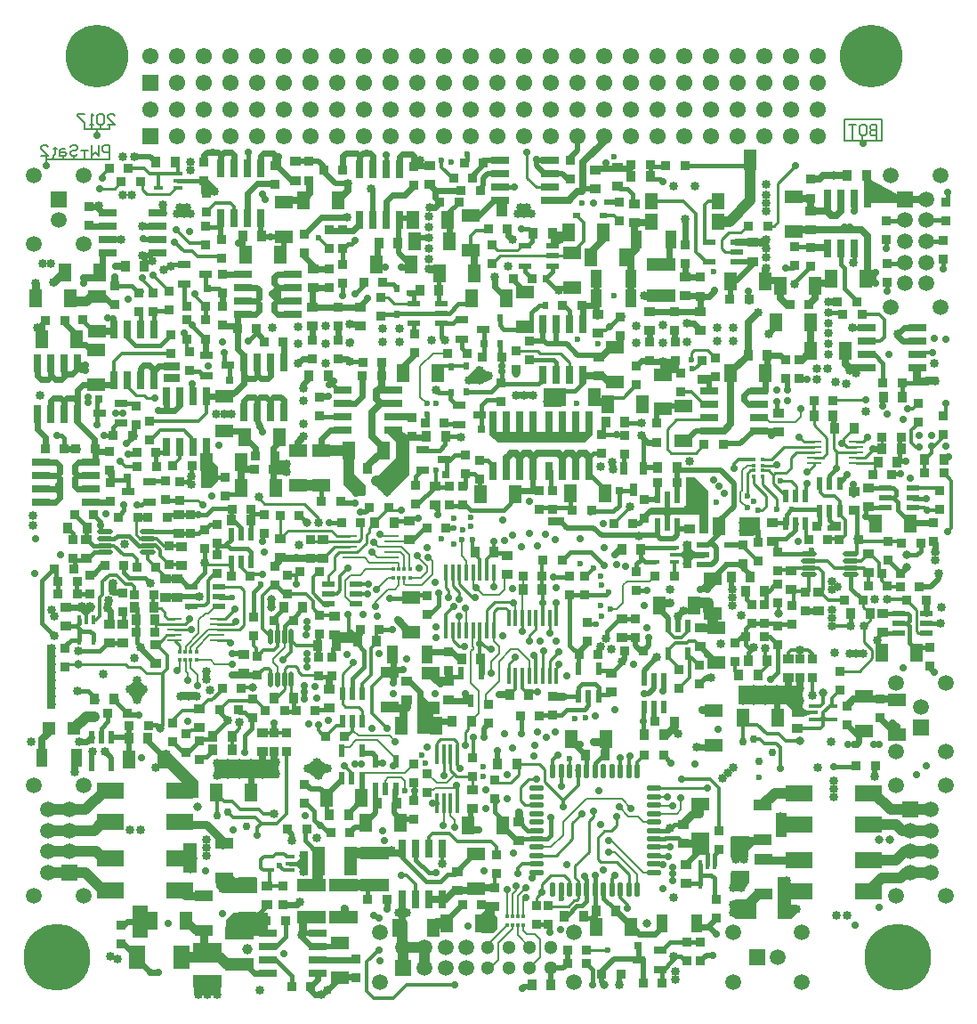
<source format=gbl>
G04 Layer_Physical_Order=8*
G04 Layer_Color=16711680*
%FSAX25Y25*%
%MOIN*%
G70*
G01*
G75*
G04:AMPARAMS|DCode=10|XSize=20mil|YSize=12mil|CornerRadius=0.3mil|HoleSize=0mil|Usage=FLASHONLY|Rotation=270.000|XOffset=0mil|YOffset=0mil|HoleType=Round|Shape=RoundedRectangle|*
%AMROUNDEDRECTD10*
21,1,0.02000,0.01140,0,0,270.0*
21,1,0.01940,0.01200,0,0,270.0*
1,1,0.00060,-0.00570,-0.00970*
1,1,0.00060,-0.00570,0.00970*
1,1,0.00060,0.00570,0.00970*
1,1,0.00060,0.00570,-0.00970*
%
%ADD10ROUNDEDRECTD10*%
G04:AMPARAMS|DCode=11|XSize=20mil|YSize=12mil|CornerRadius=0.3mil|HoleSize=0mil|Usage=FLASHONLY|Rotation=0.000|XOffset=0mil|YOffset=0mil|HoleType=Round|Shape=RoundedRectangle|*
%AMROUNDEDRECTD11*
21,1,0.02000,0.01140,0,0,0.0*
21,1,0.01940,0.01200,0,0,0.0*
1,1,0.00060,0.00970,-0.00570*
1,1,0.00060,-0.00970,-0.00570*
1,1,0.00060,-0.00970,0.00570*
1,1,0.00060,0.00970,0.00570*
%
%ADD11ROUNDEDRECTD11*%
%ADD14R,0.03543X0.03543*%
%ADD17R,0.04528X0.07087*%
%ADD18R,0.03937X0.03740*%
%ADD19R,0.07087X0.04528*%
%ADD20R,0.07008X0.02835*%
%ADD21R,0.03543X0.03543*%
%ADD25R,0.04803X0.02441*%
%ADD27R,0.02835X0.07008*%
%ADD28R,0.05118X0.02756*%
%ADD29R,0.02756X0.02756*%
%ADD30R,0.10630X0.04528*%
%ADD31R,0.04331X0.06693*%
%ADD32R,0.06693X0.04331*%
%ADD34R,0.03740X0.03937*%
%ADD35R,0.02441X0.04803*%
%ADD40R,0.04528X0.10630*%
%ADD41R,0.01575X0.03347*%
%ADD42R,0.03347X0.01575*%
%ADD43O,0.01575X0.07677*%
%ADD48R,0.02756X0.05118*%
%ADD49R,0.02756X0.02756*%
%ADD50R,0.04724X0.05118*%
%ADD58R,0.01772X0.01772*%
%ADD59R,0.01181X0.01772*%
%ADD60R,0.01772X0.01772*%
%ADD61R,0.01772X0.01181*%
%ADD63C,0.02362*%
%ADD64C,0.01968*%
%ADD65C,0.01181*%
%ADD66C,0.03150*%
%ADD67C,0.01378*%
%ADD68C,0.01575*%
%ADD69C,0.03937*%
%ADD70C,0.00819*%
%ADD71C,0.01000*%
%ADD72C,0.02756*%
%ADD75C,0.05118*%
%ADD76C,0.05905*%
%ADD77R,0.05905X0.05905*%
%ADD78C,0.25000*%
%ADD79C,0.23425*%
%ADD80R,0.05905X0.05905*%
%ADD81C,0.06102*%
%ADD82R,0.06102X0.06102*%
%ADD83C,0.02756*%
%ADD84C,0.02362*%
%ADD85C,0.03347*%
%ADD86C,0.03150*%
%ADD87C,0.02953*%
%ADD88C,0.03937*%
%ADD91O,0.05709X0.02165*%
%ADD92O,0.02165X0.05709*%
%ADD93O,0.05709X0.00984*%
%ADD94O,0.05905X0.01772*%
%ADD95R,0.09842X0.05905*%
%ADD96R,0.06378X0.09055*%
%ADD97O,0.01772X0.05905*%
%ADD98R,0.05118X0.05905*%
%ADD99R,0.02362X0.03150*%
%ADD100R,0.03150X0.02362*%
%ADD101R,0.01181X0.06496*%
G04:AMPARAMS|DCode=102|XSize=20mil|YSize=12mil|CornerRadius=0.3mil|HoleSize=0mil|Usage=FLASHONLY|Rotation=145.000|XOffset=0mil|YOffset=0mil|HoleType=Round|Shape=RoundedRectangle|*
%AMROUNDEDRECTD102*
21,1,0.02000,0.01140,0,0,145.0*
21,1,0.01940,0.01200,0,0,145.0*
1,1,0.00060,-0.00468,0.01023*
1,1,0.00060,0.01121,-0.00089*
1,1,0.00060,0.00468,-0.01023*
1,1,0.00060,-0.01121,0.00089*
%
%ADD102ROUNDEDRECTD102*%
%ADD103C,0.01772*%
%ADD104C,0.03543*%
G36*
X0211350Y0309350D02*
X0208350D01*
Y0333350D01*
X0211350D01*
Y0309350D01*
D02*
G37*
G36*
X0245850Y0316350D02*
X0241850Y0310850D01*
X0237850Y0316350D01*
X0241850Y0321350D01*
X0245850Y0316350D01*
D02*
G37*
G36*
X0264500Y0312500D02*
X0258500D01*
Y0315500D01*
X0264500D01*
Y0312500D01*
D02*
G37*
G36*
X0491350Y0309850D02*
X0492350Y0308850D01*
X0494350Y0308350D01*
Y0307350D01*
X0491350Y0306350D01*
X0487350D01*
Y0308850D01*
X0485350Y0310850D01*
X0467350D01*
Y0317850D01*
X0491350D01*
Y0309850D01*
D02*
G37*
G36*
X0314750Y0287000D02*
X0309250Y0283000D01*
X0304250Y0287000D01*
X0309250Y0291000D01*
X0314750Y0287000D01*
D02*
G37*
G36*
X0294850Y0283350D02*
X0270850D01*
Y0290350D01*
X0294850D01*
Y0283350D01*
D02*
G37*
G36*
X0349500Y0309500D02*
X0352996Y0307500D01*
Y0300000D01*
X0346762Y0300000D01*
Y0318500D01*
X0349500Y0309500D01*
D02*
G37*
G36*
X0232850Y0349850D02*
X0231850Y0345850D01*
X0229350Y0346850D01*
X0230350Y0350850D01*
X0232850Y0349850D01*
D02*
G37*
G36*
X0293500Y0346500D02*
X0291000D01*
Y0350500D01*
X0293500D01*
Y0346500D01*
D02*
G37*
G36*
X0234350Y0352850D02*
X0231350D01*
Y0356850D01*
X0234350D01*
Y0352850D01*
D02*
G37*
G36*
X0226100Y0347214D02*
X0223157Y0343850D01*
X0222621Y0343850D01*
X0219350Y0347380D01*
Y0347900D01*
X0226100D01*
X0226100Y0347214D01*
D02*
G37*
G36*
X0305500Y0312583D02*
X0303500D01*
Y0318500D01*
X0305500D01*
Y0312583D01*
D02*
G37*
G36*
X0269000Y0319500D02*
X0266500D01*
Y0324000D01*
X0269000D01*
Y0319500D01*
D02*
G37*
G36*
X0325500Y0334000D02*
X0315000D01*
Y0338000D01*
X0327000Y0338000D01*
X0325500Y0334000D01*
D02*
G37*
G36*
X0486846Y0244354D02*
Y0235850D01*
X0488350D01*
X0489850Y0235350D01*
Y0233350D01*
X0487000Y0230500D01*
X0482000Y0230500D01*
X0482000Y0246350D01*
X0484850Y0246350D01*
X0486846Y0244354D01*
D02*
G37*
G36*
X0479350Y0238850D02*
X0476201Y0238850D01*
X0473850Y0236500D01*
Y0230500D01*
X0466201D01*
X0464350Y0232350D01*
Y0236350D01*
X0465850Y0237850D01*
X0469850Y0237850D01*
X0474000Y0242000D01*
X0479350D01*
Y0238850D01*
D02*
G37*
G36*
X0278850Y0245850D02*
X0286850D01*
Y0240395D01*
X0273805D01*
X0271500Y0242701D01*
Y0247850D01*
X0276850D01*
X0278850Y0245850D01*
D02*
G37*
G36*
X0375847Y0232350D02*
X0376847Y0231350D01*
Y0226847D01*
X0375350Y0225350D01*
X0370847D01*
Y0232350D01*
X0372348Y0233852D01*
X0372350Y0235350D01*
X0375847D01*
Y0232350D01*
D02*
G37*
G36*
X0273350Y0208350D02*
X0273350Y0201850D01*
X0263350Y0201850D01*
X0263350Y0208350D01*
X0273350Y0208350D01*
D02*
G37*
G36*
X0245847Y0223756D02*
X0240347D01*
Y0235756D01*
X0245847D01*
Y0223756D01*
D02*
G37*
G36*
X0290850Y0224350D02*
X0275350D01*
Y0230350D01*
X0277850Y0232850D01*
X0290850D01*
Y0224350D01*
D02*
G37*
G36*
X0456250Y0254500D02*
X0449750D01*
Y0259500D01*
X0456250D01*
Y0254500D01*
D02*
G37*
G36*
X0485350Y0261350D02*
X0481347D01*
Y0270350D01*
X0485350D01*
Y0261350D01*
D02*
G37*
G36*
X0264850Y0282150D02*
X0264850Y0275850D01*
X0259350D01*
X0259350Y0281350D01*
X0252350Y0288350D01*
X0252350Y0293850D01*
X0253150D01*
X0264850Y0282150D01*
D02*
G37*
G36*
X0479350Y0258350D02*
X0472850D01*
X0470850Y0256350D01*
Y0253850D01*
X0469350Y0252350D01*
X0465850D01*
X0464350Y0253850D01*
Y0258350D01*
Y0261350D01*
X0479350D01*
Y0258350D01*
D02*
G37*
G36*
X0471350Y0244350D02*
X0468850Y0240945D01*
X0465756D01*
X0464350Y0242350D01*
Y0247850D01*
X0471350D01*
Y0244350D01*
D02*
G37*
G36*
X0305850Y0246850D02*
X0302850D01*
Y0249350D01*
X0300850Y0251350D01*
X0302850Y0253350D01*
Y0255850D01*
X0305850D01*
Y0246850D01*
D02*
G37*
G36*
X0264350Y0247850D02*
X0259350D01*
Y0258850D01*
X0264350D01*
Y0247850D01*
D02*
G37*
G36*
X0258000Y0436000D02*
X0251750D01*
Y0439000D01*
X0258000D01*
Y0436000D01*
D02*
G37*
G36*
X0296000Y0462000D02*
X0294378D01*
X0294213Y0462165D01*
Y0467047D01*
X0296000D01*
Y0462000D01*
D02*
G37*
G36*
X0519000Y0473500D02*
Y0467500D01*
X0515500Y0467500D01*
Y0473500D01*
X0519000Y0473500D01*
D02*
G37*
G36*
X0223000Y0435000D02*
X0220500D01*
X0220500Y0439000D01*
X0223000D01*
X0223000Y0435000D01*
D02*
G37*
G36*
X0374000Y0435000D02*
X0374500Y0432500D01*
X0371000Y0431000D01*
X0366000D01*
X0365000Y0433000D01*
X0370000Y0437500D01*
X0374000Y0435000D01*
D02*
G37*
G36*
X0258000Y0431500D02*
X0252000D01*
Y0434500D01*
X0258000D01*
Y0431500D01*
D02*
G37*
G36*
X0445000Y0437957D02*
Y0435043D01*
X0439571D01*
X0438976Y0434449D01*
Y0439173D01*
X0443500Y0439457D01*
X0445000Y0437957D01*
D02*
G37*
G36*
X0271850Y0504350D02*
Y0501850D01*
X0265850D01*
Y0507850D01*
X0268350D01*
X0271850Y0504350D01*
D02*
G37*
G36*
X0427500Y0508250D02*
X0427000Y0507750D01*
X0425500D01*
Y0512750D01*
X0427500D01*
Y0508250D01*
D02*
G37*
G36*
X0474016Y0511417D02*
X0471260Y0508661D01*
X0469291Y0511417D01*
Y0518504D01*
X0474016D01*
Y0511417D01*
D02*
G37*
G36*
X0526575Y0501968D02*
X0529528D01*
Y0500000D01*
X0515590D01*
X0515590Y0508075D01*
X0526575Y0501968D01*
D02*
G37*
G36*
X0478500Y0481500D02*
X0472835Y0482874D01*
X0464567D01*
Y0484842D01*
X0472441D01*
X0478500Y0486000D01*
Y0481500D01*
D02*
G37*
G36*
X0399095Y0482590D02*
X0397508D01*
Y0487236D01*
X0397394Y0487350D01*
X0403854D01*
X0399095Y0482590D01*
D02*
G37*
G36*
X0380500Y0493500D02*
X0376500D01*
Y0498500D01*
X0380500D01*
Y0493500D01*
D02*
G37*
G36*
X0456000Y0391000D02*
X0456000Y0375000D01*
X0452500D01*
Y0382000D01*
X0434000D01*
X0435000Y0384500D01*
X0439500D01*
Y0390500D01*
X0441500D01*
Y0384500D01*
X0447500D01*
Y0396000D01*
X0451000D01*
X0456000Y0391000D01*
D02*
G37*
G36*
X0343701Y0411417D02*
X0341811Y0410630D01*
X0343898D01*
X0343898Y0396898D01*
X0335500Y0388500D01*
X0329913Y0394087D01*
X0338976Y0403150D01*
Y0409449D01*
X0335039Y0413386D01*
X0339370Y0414567D01*
X0343701Y0411417D01*
D02*
G37*
G36*
X0327500Y0392701D02*
X0327500Y0389500D01*
X0327000Y0389000D01*
X0323500Y0389000D01*
X0319291Y0393209D01*
X0319291Y0394882D01*
X0322047Y0398153D01*
X0327500Y0392701D01*
D02*
G37*
G36*
X0402000Y0378000D02*
X0396000D01*
Y0381000D01*
X0402000D01*
Y0378000D01*
D02*
G37*
G36*
X0457000Y0354000D02*
X0455900Y0352900D01*
X0452700D01*
X0451843Y0354043D01*
X0454800Y0357000D01*
X0460000D01*
X0457000Y0354000D01*
D02*
G37*
G36*
X0449500Y0369000D02*
X0452500Y0367000D01*
X0449500Y0365000D01*
X0449500Y0362000D01*
X0446500D01*
Y0365500D01*
X0445000Y0367000D01*
X0446500Y0368500D01*
Y0372000D01*
X0449500D01*
X0449500Y0369000D01*
D02*
G37*
G36*
X0473000Y0374000D02*
X0467500D01*
Y0381000D01*
X0473000D01*
Y0374000D01*
D02*
G37*
G36*
X0400787Y0422350D02*
X0394350D01*
Y0429350D01*
X0400787D01*
Y0422350D01*
D02*
G37*
G36*
X0390500Y0425500D02*
X0384000D01*
Y0428000D01*
X0390500D01*
Y0425500D01*
D02*
G37*
G36*
X0541750Y0430500D02*
X0537250D01*
Y0433500D01*
X0541750D01*
Y0430500D01*
D02*
G37*
G36*
X0290000Y0413500D02*
X0289000Y0412500D01*
X0288000D01*
X0287000Y0414500D01*
X0289000Y0415500D01*
X0290000Y0413500D01*
D02*
G37*
G36*
X0272047Y0399953D02*
Y0394547D01*
X0269500Y0392000D01*
X0266000D01*
Y0402000D01*
X0270000D01*
X0272047Y0399953D01*
D02*
G37*
G36*
X0298850Y0396850D02*
X0293850D01*
Y0401850D01*
X0293350Y0402350D01*
X0298850D01*
Y0396850D01*
D02*
G37*
G36*
X0409850Y0408850D02*
X0376850D01*
X0374850Y0412850D01*
X0411850D01*
X0409850Y0408850D01*
D02*
G37*
D10*
X0321300Y0340000D02*
D03*
Y0341600D02*
D03*
X0330000Y0310200D02*
D03*
Y0311800D02*
D03*
X0251500Y0312200D02*
D03*
Y0313800D02*
D03*
D11*
X0507000Y0340300D02*
D03*
X0505400D02*
D03*
D14*
X0544000Y0484543D02*
D03*
Y0477457D02*
D03*
X0523000Y0476043D02*
D03*
Y0468957D02*
D03*
X0544000Y0411957D02*
D03*
Y0419043D02*
D03*
X0534500Y0423543D02*
D03*
Y0416457D02*
D03*
X0544900Y0491957D02*
D03*
Y0499043D02*
D03*
X0522500Y0492043D02*
D03*
Y0484957D02*
D03*
X0350500Y0285043D02*
D03*
Y0277957D02*
D03*
X0367500Y0291043D02*
D03*
Y0283957D02*
D03*
X0404000Y0351957D02*
D03*
Y0359043D02*
D03*
X0409500Y0351957D02*
D03*
Y0359043D02*
D03*
X0460000Y0263543D02*
D03*
Y0256457D02*
D03*
X0397500Y0314043D02*
D03*
Y0306957D02*
D03*
X0350500Y0351543D02*
D03*
Y0344457D02*
D03*
X0358500Y0330543D02*
D03*
Y0323457D02*
D03*
X0221500Y0454957D02*
D03*
Y0462043D02*
D03*
X0223850Y0490307D02*
D03*
Y0497394D02*
D03*
X0376500Y0247457D02*
D03*
Y0254543D02*
D03*
X0375850Y0235307D02*
D03*
Y0242394D02*
D03*
X0481850Y0360807D02*
D03*
Y0367894D02*
D03*
X0523350Y0371894D02*
D03*
Y0364807D02*
D03*
X0492350Y0345807D02*
D03*
Y0352894D02*
D03*
X0505350Y0316307D02*
D03*
Y0323394D02*
D03*
X0520350Y0312894D02*
D03*
Y0305807D02*
D03*
X0481850Y0355894D02*
D03*
Y0348807D02*
D03*
X0494850Y0327937D02*
D03*
Y0320850D02*
D03*
X0476850Y0341350D02*
D03*
Y0348437D02*
D03*
X0465850Y0333937D02*
D03*
Y0326850D02*
D03*
X0472350Y0341307D02*
D03*
Y0348394D02*
D03*
X0490350Y0320850D02*
D03*
Y0327937D02*
D03*
X0487350Y0340807D02*
D03*
Y0347894D02*
D03*
X0481850Y0333350D02*
D03*
Y0340437D02*
D03*
X0260350Y0292807D02*
D03*
Y0299894D02*
D03*
X0265350Y0297394D02*
D03*
Y0290307D02*
D03*
X0255350Y0296807D02*
D03*
Y0303894D02*
D03*
X0285350Y0305807D02*
D03*
Y0312894D02*
D03*
X0214850Y0331894D02*
D03*
Y0324807D02*
D03*
X0289500Y0374957D02*
D03*
Y0382043D02*
D03*
X0271850Y0366894D02*
D03*
Y0359807D02*
D03*
X0267350Y0369307D02*
D03*
Y0376394D02*
D03*
X0267850Y0495307D02*
D03*
Y0502394D02*
D03*
X0224350Y0359394D02*
D03*
Y0352307D02*
D03*
X0236500Y0352543D02*
D03*
Y0345457D02*
D03*
X0490000Y0440043D02*
D03*
Y0432957D02*
D03*
X0307480Y0447441D02*
D03*
Y0440354D02*
D03*
X0317323Y0447441D02*
D03*
Y0440354D02*
D03*
Y0459646D02*
D03*
Y0452559D02*
D03*
X0313850Y0473894D02*
D03*
Y0466807D02*
D03*
X0304500Y0487043D02*
D03*
Y0479957D02*
D03*
X0452500Y0318457D02*
D03*
Y0325543D02*
D03*
X0474500Y0371543D02*
D03*
Y0364457D02*
D03*
X0432000Y0380457D02*
D03*
Y0387543D02*
D03*
X0445000Y0316957D02*
D03*
Y0324043D02*
D03*
X0469000Y0370543D02*
D03*
Y0363457D02*
D03*
X0235850Y0228394D02*
D03*
Y0221307D02*
D03*
X0324000Y0215543D02*
D03*
Y0208457D02*
D03*
X0538850Y0325307D02*
D03*
Y0332394D02*
D03*
X0542500Y0391043D02*
D03*
Y0383957D02*
D03*
X0540350Y0371807D02*
D03*
Y0378894D02*
D03*
X0507850Y0303307D02*
D03*
Y0310394D02*
D03*
X0319000Y0475543D02*
D03*
Y0468457D02*
D03*
X0344850Y0411307D02*
D03*
Y0418394D02*
D03*
X0423000Y0456043D02*
D03*
Y0448957D02*
D03*
X0310350Y0425894D02*
D03*
Y0418807D02*
D03*
X0383850Y0436307D02*
D03*
Y0443394D02*
D03*
X0307000Y0372543D02*
D03*
Y0365457D02*
D03*
X0315000Y0321457D02*
D03*
Y0328543D02*
D03*
X0310000D02*
D03*
Y0321457D02*
D03*
X0293500Y0355457D02*
D03*
Y0362543D02*
D03*
X0262000Y0374957D02*
D03*
Y0382043D02*
D03*
X0310350Y0337307D02*
D03*
Y0344394D02*
D03*
X0298350Y0359394D02*
D03*
Y0352307D02*
D03*
X0271850Y0371307D02*
D03*
Y0378394D02*
D03*
X0218000Y0372543D02*
D03*
Y0365457D02*
D03*
X0287000Y0329043D02*
D03*
Y0321957D02*
D03*
X0253850Y0370394D02*
D03*
Y0363307D02*
D03*
X0285500Y0343543D02*
D03*
Y0336457D02*
D03*
X0253740Y0465748D02*
D03*
Y0458661D02*
D03*
X0241500Y0415457D02*
D03*
Y0422543D02*
D03*
X0242500Y0457957D02*
D03*
Y0465043D02*
D03*
X0248000Y0457957D02*
D03*
Y0465043D02*
D03*
X0257850Y0387307D02*
D03*
Y0394394D02*
D03*
X0254528Y0442126D02*
D03*
Y0449213D02*
D03*
X0252500Y0387457D02*
D03*
Y0394543D02*
D03*
X0232000Y0386957D02*
D03*
Y0394043D02*
D03*
X0231500Y0405543D02*
D03*
Y0398457D02*
D03*
X0306299Y0507087D02*
D03*
Y0514173D02*
D03*
X0273500Y0477957D02*
D03*
Y0485043D02*
D03*
X0314000Y0481457D02*
D03*
Y0488543D02*
D03*
X0488350Y0475307D02*
D03*
Y0482394D02*
D03*
X0266850Y0513894D02*
D03*
Y0506807D02*
D03*
X0494095Y0500394D02*
D03*
Y0507480D02*
D03*
X0267500Y0490043D02*
D03*
Y0482957D02*
D03*
X0319000Y0488543D02*
D03*
Y0481457D02*
D03*
X0494095Y0481890D02*
D03*
Y0474803D02*
D03*
X0293701Y0512598D02*
D03*
Y0505512D02*
D03*
X0345669Y0512205D02*
D03*
Y0505118D02*
D03*
X0434000Y0446543D02*
D03*
Y0439457D02*
D03*
X0443500Y0446543D02*
D03*
Y0439457D02*
D03*
X0443307Y0458071D02*
D03*
Y0450984D02*
D03*
X0452953Y0470866D02*
D03*
Y0463779D02*
D03*
X0447350Y0482894D02*
D03*
Y0475807D02*
D03*
X0345500Y0288543D02*
D03*
Y0281457D02*
D03*
X0304500Y0281043D02*
D03*
Y0273957D02*
D03*
X0345500Y0275043D02*
D03*
Y0267957D02*
D03*
X0388850Y0439807D02*
D03*
Y0446894D02*
D03*
X0397500Y0383957D02*
D03*
Y0391043D02*
D03*
X0346350Y0392894D02*
D03*
Y0385807D02*
D03*
X0424500Y0404457D02*
D03*
Y0411543D02*
D03*
X0416000Y0412043D02*
D03*
Y0404957D02*
D03*
X0392500Y0383957D02*
D03*
Y0391043D02*
D03*
X0359000Y0392543D02*
D03*
Y0385457D02*
D03*
X0364850Y0404394D02*
D03*
Y0397307D02*
D03*
X0364000Y0392543D02*
D03*
Y0385457D02*
D03*
X0370350Y0395307D02*
D03*
Y0402394D02*
D03*
X0404331Y0507480D02*
D03*
Y0514567D02*
D03*
X0436614Y0416142D02*
D03*
Y0409055D02*
D03*
X0453500Y0439543D02*
D03*
Y0432457D02*
D03*
X0485000Y0440043D02*
D03*
Y0432957D02*
D03*
X0458500Y0433457D02*
D03*
Y0440543D02*
D03*
X0445500Y0427957D02*
D03*
Y0435043D02*
D03*
X0246500Y0417043D02*
D03*
Y0409957D02*
D03*
X0274016Y0472047D02*
D03*
Y0464961D02*
D03*
X0274000Y0452957D02*
D03*
Y0460043D02*
D03*
X0261500Y0443043D02*
D03*
Y0435957D02*
D03*
X0233500Y0460457D02*
D03*
Y0467543D02*
D03*
X0374850Y0482894D02*
D03*
Y0475807D02*
D03*
X0333350Y0463394D02*
D03*
Y0456307D02*
D03*
X0346000Y0442457D02*
D03*
Y0449543D02*
D03*
X0422500Y0499043D02*
D03*
Y0491957D02*
D03*
X0378350Y0431394D02*
D03*
Y0424307D02*
D03*
X0297850Y0300437D02*
D03*
Y0293350D02*
D03*
X0293350D02*
D03*
Y0300437D02*
D03*
X0448000Y0222043D02*
D03*
Y0214957D02*
D03*
X0453000Y0222043D02*
D03*
Y0214957D02*
D03*
X0373500Y0311043D02*
D03*
Y0303957D02*
D03*
X0296500Y0235957D02*
D03*
Y0243043D02*
D03*
X0428500Y0335957D02*
D03*
Y0343043D02*
D03*
X0396000Y0235543D02*
D03*
Y0228457D02*
D03*
X0459000Y0230957D02*
D03*
Y0238043D02*
D03*
X0391500Y0235543D02*
D03*
Y0228457D02*
D03*
X0376000Y0275457D02*
D03*
Y0282543D02*
D03*
X0429000Y0353457D02*
D03*
Y0360543D02*
D03*
X0410500Y0334457D02*
D03*
Y0341543D02*
D03*
X0429000Y0430457D02*
D03*
Y0437543D02*
D03*
X0275000Y0396043D02*
D03*
Y0388957D02*
D03*
D17*
X0426996Y0227500D02*
D03*
X0414004D02*
D03*
X0404504Y0298000D02*
D03*
X0417496D02*
D03*
X0366004Y0265500D02*
D03*
X0378996D02*
D03*
X0341004Y0303000D02*
D03*
X0353996D02*
D03*
X0227996Y0472500D02*
D03*
X0215004D02*
D03*
X0357854Y0228850D02*
D03*
X0370847D02*
D03*
X0339854Y0227350D02*
D03*
X0352847D02*
D03*
X0468854Y0305894D02*
D03*
X0481847D02*
D03*
X0271504Y0278000D02*
D03*
X0284496D02*
D03*
X0471504Y0234000D02*
D03*
X0484496D02*
D03*
X0260347Y0229850D02*
D03*
X0247354D02*
D03*
X0507346Y0443350D02*
D03*
X0494354D02*
D03*
X0494347Y0453850D02*
D03*
X0481354D02*
D03*
X0416496Y0487500D02*
D03*
X0403504D02*
D03*
X0424843Y0478350D02*
D03*
X0411850D02*
D03*
X0437504Y0347900D02*
D03*
X0450496D02*
D03*
X0460004Y0377500D02*
D03*
X0472996D02*
D03*
X0520854Y0330350D02*
D03*
X0533847D02*
D03*
X0518504Y0378500D02*
D03*
X0531496D02*
D03*
X0418354Y0423350D02*
D03*
X0431347D02*
D03*
X0321260Y0406102D02*
D03*
X0334252D02*
D03*
X0400354Y0425850D02*
D03*
X0413346D02*
D03*
X0219094Y0447638D02*
D03*
X0206102D02*
D03*
X0216996Y0463000D02*
D03*
X0204004D02*
D03*
X0295472Y0479134D02*
D03*
X0282480D02*
D03*
X0344496Y0475500D02*
D03*
X0331504D02*
D03*
X0368347Y0472350D02*
D03*
X0355354D02*
D03*
X0304134Y0499606D02*
D03*
X0317126D02*
D03*
X0358858Y0484252D02*
D03*
X0345866D02*
D03*
X0496010Y0467520D02*
D03*
X0483018D02*
D03*
X0345354Y0492350D02*
D03*
X0358347D02*
D03*
X0514847Y0470350D02*
D03*
X0501854D02*
D03*
X0464370Y0469291D02*
D03*
X0477362D02*
D03*
X0313004Y0276000D02*
D03*
X0325996D02*
D03*
X0340496Y0266500D02*
D03*
X0327504D02*
D03*
X0370504Y0389500D02*
D03*
X0383496D02*
D03*
X0404354Y0389850D02*
D03*
X0417346D02*
D03*
X0464370Y0435039D02*
D03*
X0477362D02*
D03*
X0282283Y0411024D02*
D03*
X0295276D02*
D03*
X0281004Y0392000D02*
D03*
X0293996D02*
D03*
X0268004Y0401500D02*
D03*
X0280996D02*
D03*
X0380346Y0462850D02*
D03*
X0367354D02*
D03*
X0341504Y0435000D02*
D03*
X0354496D02*
D03*
X0238854Y0290350D02*
D03*
X0251847D02*
D03*
D18*
X0367500Y0279043D02*
D03*
Y0271957D02*
D03*
X0447500Y0243957D02*
D03*
Y0251043D02*
D03*
X0446500Y0266043D02*
D03*
Y0258957D02*
D03*
X0385000Y0267043D02*
D03*
Y0259957D02*
D03*
X0419500Y0315457D02*
D03*
Y0322543D02*
D03*
X0343000Y0312457D02*
D03*
Y0319543D02*
D03*
X0358500D02*
D03*
Y0312457D02*
D03*
X0361850Y0248394D02*
D03*
Y0241307D02*
D03*
X0486850Y0360894D02*
D03*
Y0353807D02*
D03*
X0497350Y0352894D02*
D03*
Y0345807D02*
D03*
X0515850Y0367394D02*
D03*
Y0360307D02*
D03*
X0480000Y0379043D02*
D03*
Y0371957D02*
D03*
X0510500Y0390543D02*
D03*
Y0383457D02*
D03*
X0489350Y0301807D02*
D03*
Y0308894D02*
D03*
X0485850Y0327937D02*
D03*
Y0320850D02*
D03*
X0265350Y0309394D02*
D03*
Y0302307D02*
D03*
X0215350Y0340307D02*
D03*
Y0347394D02*
D03*
X0223000Y0372543D02*
D03*
Y0365457D02*
D03*
X0231500Y0333957D02*
D03*
Y0341043D02*
D03*
X0236500Y0333957D02*
D03*
Y0341043D02*
D03*
X0428350Y0491307D02*
D03*
Y0498394D02*
D03*
X0422000Y0504957D02*
D03*
Y0512043D02*
D03*
X0325590Y0459646D02*
D03*
Y0452559D02*
D03*
X0307480Y0459646D02*
D03*
Y0452559D02*
D03*
X0307850Y0473937D02*
D03*
Y0466850D02*
D03*
X0453000Y0332457D02*
D03*
Y0339543D02*
D03*
X0449000Y0376457D02*
D03*
Y0383543D02*
D03*
X0521350Y0337807D02*
D03*
Y0344894D02*
D03*
X0516000Y0384957D02*
D03*
Y0392043D02*
D03*
X0414500Y0457043D02*
D03*
Y0449957D02*
D03*
X0311500Y0365457D02*
D03*
Y0372543D02*
D03*
X0295500Y0365957D02*
D03*
Y0373043D02*
D03*
X0248850Y0333394D02*
D03*
Y0326307D02*
D03*
X0344000Y0379543D02*
D03*
Y0372457D02*
D03*
X0316000Y0336957D02*
D03*
Y0344043D02*
D03*
X0257500Y0382043D02*
D03*
Y0374957D02*
D03*
X0282000Y0329543D02*
D03*
Y0322457D02*
D03*
X0252700Y0358043D02*
D03*
Y0350957D02*
D03*
X0257000D02*
D03*
Y0358043D02*
D03*
X0314000Y0316543D02*
D03*
Y0309457D02*
D03*
X0258500Y0370043D02*
D03*
Y0362957D02*
D03*
X0494095Y0488583D02*
D03*
Y0495669D02*
D03*
X0301181Y0507087D02*
D03*
Y0514173D02*
D03*
X0351500Y0512543D02*
D03*
Y0505457D02*
D03*
X0472441Y0476772D02*
D03*
Y0483858D02*
D03*
X0452953Y0458071D02*
D03*
Y0450984D02*
D03*
X0433858Y0458071D02*
D03*
Y0450984D02*
D03*
X0447350Y0470894D02*
D03*
Y0463807D02*
D03*
X0414850Y0433807D02*
D03*
Y0440894D02*
D03*
X0353500Y0392543D02*
D03*
Y0385457D02*
D03*
X0413500Y0503957D02*
D03*
Y0511043D02*
D03*
X0482350Y0412807D02*
D03*
Y0419894D02*
D03*
X0288850Y0300437D02*
D03*
Y0293350D02*
D03*
X0290500Y0243043D02*
D03*
Y0235957D02*
D03*
X0423500Y0335957D02*
D03*
Y0343043D02*
D03*
X0380500Y0359457D02*
D03*
Y0366543D02*
D03*
D19*
X0453000Y0273496D02*
D03*
Y0260504D02*
D03*
X0352000Y0322496D02*
D03*
Y0309504D02*
D03*
X0368850Y0254847D02*
D03*
Y0241854D02*
D03*
X0283350Y0243847D02*
D03*
Y0230854D02*
D03*
X0514350Y0313846D02*
D03*
Y0300854D02*
D03*
X0526500Y0299504D02*
D03*
Y0312496D02*
D03*
X0459000Y0326504D02*
D03*
Y0339496D02*
D03*
X0457500Y0357996D02*
D03*
Y0345004D02*
D03*
X0318000Y0208504D02*
D03*
Y0221496D02*
D03*
X0302165Y0393110D02*
D03*
Y0406102D02*
D03*
X0421000Y0431504D02*
D03*
Y0444496D02*
D03*
X0311024Y0406102D02*
D03*
Y0393110D02*
D03*
X0226500Y0430504D02*
D03*
Y0443496D02*
D03*
X0227000Y0450504D02*
D03*
Y0463496D02*
D03*
X0488000Y0488004D02*
D03*
Y0500996D02*
D03*
X0296850Y0486024D02*
D03*
Y0499016D02*
D03*
X0467850Y0259347D02*
D03*
Y0246354D02*
D03*
X0366850Y0493847D02*
D03*
Y0480854D02*
D03*
X0446457Y0409646D02*
D03*
Y0422638D02*
D03*
X0438976Y0421457D02*
D03*
Y0434449D02*
D03*
X0274410Y0426181D02*
D03*
Y0413189D02*
D03*
X0404850Y0466854D02*
D03*
Y0479846D02*
D03*
X0387350Y0465346D02*
D03*
Y0452354D02*
D03*
X0344500Y0350996D02*
D03*
Y0338004D02*
D03*
X0458000Y0295504D02*
D03*
Y0308496D02*
D03*
D20*
X0249642Y0494791D02*
D03*
X0230823D02*
D03*
Y0489791D02*
D03*
X0249642D02*
D03*
Y0479791D02*
D03*
X0230823D02*
D03*
Y0484791D02*
D03*
X0249642D02*
D03*
X0534142Y0451791D02*
D03*
X0515323D02*
D03*
Y0446791D02*
D03*
X0534142D02*
D03*
Y0436791D02*
D03*
X0515323D02*
D03*
Y0441791D02*
D03*
X0534142D02*
D03*
X0309642Y0225291D02*
D03*
X0290823D02*
D03*
Y0220291D02*
D03*
X0309642D02*
D03*
Y0210291D02*
D03*
X0290823D02*
D03*
Y0215291D02*
D03*
X0309642D02*
D03*
X0337835Y0428701D02*
D03*
X0319016D02*
D03*
Y0423701D02*
D03*
X0337835D02*
D03*
Y0413701D02*
D03*
X0319016D02*
D03*
Y0418701D02*
D03*
X0337835D02*
D03*
X0205787Y0396614D02*
D03*
X0224606D02*
D03*
Y0401614D02*
D03*
X0205787D02*
D03*
Y0391614D02*
D03*
X0224606D02*
D03*
Y0386614D02*
D03*
X0205787D02*
D03*
X0396693Y0514528D02*
D03*
X0377874D02*
D03*
Y0509528D02*
D03*
X0396693D02*
D03*
Y0499528D02*
D03*
X0377874D02*
D03*
Y0504528D02*
D03*
X0396693D02*
D03*
X0475039Y0428307D02*
D03*
X0456220D02*
D03*
Y0423307D02*
D03*
X0475039D02*
D03*
Y0413307D02*
D03*
X0456220D02*
D03*
Y0418307D02*
D03*
X0475039D02*
D03*
X0300315Y0462047D02*
D03*
X0281496D02*
D03*
Y0457047D02*
D03*
X0300315D02*
D03*
Y0467047D02*
D03*
X0281496D02*
D03*
Y0472047D02*
D03*
X0300315D02*
D03*
D21*
X0410343Y0213900D02*
D03*
X0403257D02*
D03*
X0410343Y0219100D02*
D03*
X0403257D02*
D03*
X0231457Y0511500D02*
D03*
X0238543D02*
D03*
X0235957Y0506500D02*
D03*
X0243043D02*
D03*
X0544043Y0397500D02*
D03*
X0536957D02*
D03*
X0393543Y0359000D02*
D03*
X0386457D02*
D03*
X0401043Y0365000D02*
D03*
X0393957D02*
D03*
X0414543Y0329500D02*
D03*
X0407457D02*
D03*
X0385457Y0306500D02*
D03*
X0392543D02*
D03*
X0513394Y0456850D02*
D03*
X0506307D02*
D03*
X0335394Y0237850D02*
D03*
X0328307D02*
D03*
X0298307Y0264350D02*
D03*
X0305394D02*
D03*
X0370894Y0235850D02*
D03*
X0363807D02*
D03*
X0522894Y0355350D02*
D03*
X0515807D02*
D03*
X0496657Y0377500D02*
D03*
X0503743D02*
D03*
X0500543Y0372500D02*
D03*
X0493457D02*
D03*
X0535394Y0371350D02*
D03*
X0528307D02*
D03*
X0524543Y0396800D02*
D03*
X0517457D02*
D03*
X0534894Y0354850D02*
D03*
X0527807D02*
D03*
X0504957Y0372500D02*
D03*
X0512043D02*
D03*
X0513894Y0349850D02*
D03*
X0506807D02*
D03*
X0520807Y0359850D02*
D03*
X0527894D02*
D03*
X0502543Y0424500D02*
D03*
X0495457D02*
D03*
X0520957Y0411000D02*
D03*
X0528043D02*
D03*
X0537394Y0349850D02*
D03*
X0530307D02*
D03*
X0518394Y0287850D02*
D03*
X0511307D02*
D03*
X0476894Y0336394D02*
D03*
X0469807D02*
D03*
X0273807Y0316850D02*
D03*
X0280894D02*
D03*
X0289957Y0308500D02*
D03*
X0297043D02*
D03*
X0279894Y0308894D02*
D03*
X0272807D02*
D03*
X0277057Y0358900D02*
D03*
X0284143D02*
D03*
X0284543Y0384000D02*
D03*
X0277457D02*
D03*
X0218457Y0382000D02*
D03*
X0225543D02*
D03*
X0212307Y0352350D02*
D03*
X0219394D02*
D03*
X0218043Y0361500D02*
D03*
X0210957D02*
D03*
X0212307Y0356850D02*
D03*
X0219394D02*
D03*
X0236894Y0362850D02*
D03*
X0229807D02*
D03*
X0528394Y0431350D02*
D03*
X0521307D02*
D03*
X0511417Y0461614D02*
D03*
X0504331D02*
D03*
X0443043Y0304500D02*
D03*
X0435957D02*
D03*
X0436957Y0394000D02*
D03*
X0444043D02*
D03*
X0420457Y0378500D02*
D03*
X0427543D02*
D03*
X0290307Y0229850D02*
D03*
X0297394D02*
D03*
X0299807Y0205350D02*
D03*
X0306894D02*
D03*
X0356894Y0416350D02*
D03*
X0349807D02*
D03*
X0365394Y0442350D02*
D03*
X0358307D02*
D03*
X0326457Y0439000D02*
D03*
X0333543D02*
D03*
X0326307Y0433850D02*
D03*
X0333394D02*
D03*
X0248543Y0338000D02*
D03*
X0241457D02*
D03*
X0318457Y0379000D02*
D03*
X0325543D02*
D03*
X0302543Y0381500D02*
D03*
X0295457D02*
D03*
X0240957Y0352000D02*
D03*
X0248043D02*
D03*
X0357543Y0377000D02*
D03*
X0350457D02*
D03*
X0230957Y0307500D02*
D03*
X0238043D02*
D03*
X0248894Y0362350D02*
D03*
X0241807D02*
D03*
X0308543Y0308500D02*
D03*
X0301457D02*
D03*
X0245957Y0381000D02*
D03*
X0253043D02*
D03*
X0293307Y0342350D02*
D03*
X0300394D02*
D03*
X0234957Y0381000D02*
D03*
X0242043D02*
D03*
X0214764Y0454724D02*
D03*
X0207677D02*
D03*
X0240043Y0411500D02*
D03*
X0232957D02*
D03*
X0207457Y0406500D02*
D03*
X0214543D02*
D03*
X0226043D02*
D03*
X0218957D02*
D03*
X0373457Y0489000D02*
D03*
X0380543D02*
D03*
X0362394Y0498850D02*
D03*
X0355307D02*
D03*
X0493701Y0460630D02*
D03*
X0486614D02*
D03*
X0360457Y0508000D02*
D03*
X0367543D02*
D03*
X0318898Y0511024D02*
D03*
X0311811D02*
D03*
X0426957Y0513000D02*
D03*
X0434043D02*
D03*
X0439957Y0512500D02*
D03*
X0447043D02*
D03*
X0463957Y0462500D02*
D03*
X0471043D02*
D03*
X0321543Y0263000D02*
D03*
X0314457D02*
D03*
X0408394Y0460350D02*
D03*
X0401307D02*
D03*
X0412043Y0383500D02*
D03*
X0404957D02*
D03*
X0371654Y0513779D02*
D03*
X0364567D02*
D03*
X0370394Y0503350D02*
D03*
X0363307D02*
D03*
X0461417Y0408268D02*
D03*
X0454331D02*
D03*
X0279528Y0451575D02*
D03*
X0286614D02*
D03*
X0241732Y0405118D02*
D03*
X0248819D02*
D03*
X0285807Y0398850D02*
D03*
X0292894D02*
D03*
X0286307Y0403850D02*
D03*
X0293394D02*
D03*
X0267543Y0455000D02*
D03*
X0260457D02*
D03*
Y0447500D02*
D03*
X0267543D02*
D03*
X0255307Y0400350D02*
D03*
X0262394D02*
D03*
X0267543Y0460000D02*
D03*
X0260457D02*
D03*
X0249043Y0400000D02*
D03*
X0241957D02*
D03*
X0296543Y0446500D02*
D03*
X0289457D02*
D03*
X0382807Y0470350D02*
D03*
X0389894D02*
D03*
X0326807Y0468850D02*
D03*
X0333894D02*
D03*
X0378394Y0440850D02*
D03*
X0371307D02*
D03*
X0238957Y0303000D02*
D03*
X0246043D02*
D03*
X0332543Y0339000D02*
D03*
X0325457D02*
D03*
X0312457Y0299000D02*
D03*
X0319543D02*
D03*
X0336043Y0384500D02*
D03*
X0328957D02*
D03*
X0303000Y0360500D02*
D03*
X0310087D02*
D03*
X0415957Y0210000D02*
D03*
X0423043D02*
D03*
X0431457Y0206500D02*
D03*
X0438543D02*
D03*
X0424500Y0331000D02*
D03*
X0431587D02*
D03*
X0435957Y0359000D02*
D03*
X0443043D02*
D03*
X0439043Y0292000D02*
D03*
X0431957D02*
D03*
X0478043Y0490000D02*
D03*
X0470957D02*
D03*
X0310957Y0387000D02*
D03*
X0318043D02*
D03*
D25*
X0464157Y0370740D02*
D03*
X0453842D02*
D03*
Y0367000D02*
D03*
Y0363260D02*
D03*
X0464157D02*
D03*
X0537508Y0337610D02*
D03*
X0527193D02*
D03*
X0537508Y0341350D02*
D03*
X0527193D02*
D03*
Y0345091D02*
D03*
X0537508D02*
D03*
X0532508Y0384610D02*
D03*
X0522193D02*
D03*
X0532508Y0388350D02*
D03*
X0522193D02*
D03*
Y0392091D02*
D03*
X0532508D02*
D03*
X0324008Y0348610D02*
D03*
X0313693D02*
D03*
X0324008Y0352350D02*
D03*
X0313693D02*
D03*
Y0356090D02*
D03*
X0324008D02*
D03*
X0272508Y0347610D02*
D03*
X0262193D02*
D03*
X0272508Y0351350D02*
D03*
X0262193D02*
D03*
Y0355090D02*
D03*
X0272508D02*
D03*
X0456260Y0476575D02*
D03*
X0466575D02*
D03*
Y0480315D02*
D03*
Y0484055D02*
D03*
X0456260D02*
D03*
X0387193Y0475110D02*
D03*
X0397508D02*
D03*
Y0478850D02*
D03*
Y0482590D02*
D03*
X0387193D02*
D03*
X0345693Y0453610D02*
D03*
X0356008D02*
D03*
Y0457350D02*
D03*
Y0461091D02*
D03*
X0345693D02*
D03*
D27*
X0356291Y0238059D02*
D03*
Y0256878D02*
D03*
X0351291D02*
D03*
Y0238059D02*
D03*
X0341291D02*
D03*
Y0256878D02*
D03*
X0346291D02*
D03*
Y0238059D02*
D03*
X0393909Y0453142D02*
D03*
Y0434323D02*
D03*
X0398909D02*
D03*
Y0453142D02*
D03*
X0408909D02*
D03*
Y0434323D02*
D03*
X0403909D02*
D03*
Y0453142D02*
D03*
X0248189Y0432441D02*
D03*
Y0451260D02*
D03*
X0243189D02*
D03*
Y0432441D02*
D03*
X0233189D02*
D03*
Y0451260D02*
D03*
X0238189D02*
D03*
Y0432441D02*
D03*
X0214528Y0438504D02*
D03*
Y0419685D02*
D03*
X0219528D02*
D03*
Y0438504D02*
D03*
X0209528D02*
D03*
Y0419685D02*
D03*
X0204527D02*
D03*
Y0438504D02*
D03*
X0273268Y0511654D02*
D03*
Y0492835D02*
D03*
X0278268D02*
D03*
Y0511654D02*
D03*
X0288268D02*
D03*
Y0492835D02*
D03*
X0283268D02*
D03*
Y0511654D02*
D03*
X0325236Y0511260D02*
D03*
Y0492441D02*
D03*
X0330236D02*
D03*
Y0511260D02*
D03*
X0340236D02*
D03*
Y0492441D02*
D03*
X0335236D02*
D03*
Y0511260D02*
D03*
X0500433Y0500433D02*
D03*
Y0481614D02*
D03*
X0505433D02*
D03*
Y0500433D02*
D03*
X0515433D02*
D03*
Y0481614D02*
D03*
X0510433D02*
D03*
Y0500433D02*
D03*
X0406370Y0417220D02*
D03*
Y0398401D02*
D03*
X0411370D02*
D03*
Y0417220D02*
D03*
X0401370D02*
D03*
Y0398401D02*
D03*
X0396370D02*
D03*
Y0417220D02*
D03*
X0385370D02*
D03*
Y0398401D02*
D03*
X0390370D02*
D03*
Y0417220D02*
D03*
X0380370D02*
D03*
Y0398401D02*
D03*
X0375370D02*
D03*
Y0417220D02*
D03*
X0252795Y0426221D02*
D03*
Y0407402D02*
D03*
X0257795D02*
D03*
Y0426221D02*
D03*
X0267795D02*
D03*
Y0407402D02*
D03*
X0262795D02*
D03*
Y0426221D02*
D03*
X0286850Y0420157D02*
D03*
Y0438976D02*
D03*
X0281850D02*
D03*
Y0420157D02*
D03*
X0291850D02*
D03*
Y0438976D02*
D03*
X0296850D02*
D03*
Y0420157D02*
D03*
D28*
X0235819Y0423740D02*
D03*
Y0416260D02*
D03*
X0227847Y0420000D02*
D03*
X0362378Y0415610D02*
D03*
Y0423091D02*
D03*
X0370350Y0419350D02*
D03*
X0363484Y0447524D02*
D03*
Y0455004D02*
D03*
X0371457Y0451264D02*
D03*
X0246472Y0394240D02*
D03*
Y0386760D02*
D03*
X0238500Y0390500D02*
D03*
X0349028Y0398760D02*
D03*
Y0406240D02*
D03*
X0357000Y0402500D02*
D03*
X0259681Y0468260D02*
D03*
Y0475740D02*
D03*
X0267653Y0472000D02*
D03*
X0268012Y0434055D02*
D03*
Y0441535D02*
D03*
X0275984Y0437795D02*
D03*
X0438000Y0218980D02*
D03*
Y0211500D02*
D03*
X0430028Y0215240D02*
D03*
D29*
X0227453Y0425413D02*
D03*
X0370744Y0413937D02*
D03*
X0371850Y0445850D02*
D03*
X0238106Y0395913D02*
D03*
X0357394Y0397087D02*
D03*
X0268047Y0466587D02*
D03*
X0276378Y0432382D02*
D03*
X0429634Y0220654D02*
D03*
D30*
X0319350Y0243256D02*
D03*
Y0231445D02*
D03*
X0307350Y0243256D02*
D03*
Y0231445D02*
D03*
X0330850Y0255256D02*
D03*
Y0243445D02*
D03*
X0280350Y0213539D02*
D03*
Y0225350D02*
D03*
X0268350Y0219161D02*
D03*
Y0207350D02*
D03*
X0438350Y0475756D02*
D03*
Y0463945D02*
D03*
D31*
X0451496Y0229000D02*
D03*
X0438504D02*
D03*
X0337504Y0329500D02*
D03*
X0350496D02*
D03*
X0428854Y0484850D02*
D03*
X0441847D02*
D03*
X0426847Y0470350D02*
D03*
X0413854D02*
D03*
X0426847Y0462850D02*
D03*
X0413854D02*
D03*
X0219346Y0290850D02*
D03*
X0206354D02*
D03*
D32*
X0336500Y0322996D02*
D03*
Y0310004D02*
D03*
X0476500Y0240004D02*
D03*
Y0252996D02*
D03*
X0274500Y0246004D02*
D03*
Y0258996D02*
D03*
X0266850Y0226354D02*
D03*
Y0239347D02*
D03*
X0476350Y0260354D02*
D03*
Y0273346D02*
D03*
D34*
X0396843Y0205900D02*
D03*
X0389757D02*
D03*
X0256043Y0514000D02*
D03*
X0248957D02*
D03*
X0536957Y0402500D02*
D03*
X0544043D02*
D03*
X0393543Y0354000D02*
D03*
X0386457D02*
D03*
X0401957Y0231500D02*
D03*
X0409043D02*
D03*
X0421043Y0233500D02*
D03*
X0413957D02*
D03*
X0409957Y0292000D02*
D03*
X0417043D02*
D03*
X0381457Y0314500D02*
D03*
X0388543D02*
D03*
X0375543Y0368000D02*
D03*
X0368457D02*
D03*
X0363457Y0328000D02*
D03*
X0370543D02*
D03*
X0244543Y0475000D02*
D03*
X0237457D02*
D03*
X0526543Y0401500D02*
D03*
X0519457D02*
D03*
X0509307Y0344850D02*
D03*
X0516394D02*
D03*
X0502543Y0419000D02*
D03*
X0495457D02*
D03*
X0510394Y0414350D02*
D03*
X0503307D02*
D03*
X0528043Y0406500D02*
D03*
X0520957D02*
D03*
X0474394Y0321894D02*
D03*
X0467307D02*
D03*
X0476894Y0353350D02*
D03*
X0469807D02*
D03*
X0477894Y0327394D02*
D03*
X0470807D02*
D03*
X0277394Y0293850D02*
D03*
X0270307D02*
D03*
X0277394Y0298850D02*
D03*
X0270307D02*
D03*
X0284394Y0379850D02*
D03*
X0277307D02*
D03*
X0528543Y0426000D02*
D03*
X0521457D02*
D03*
X0471543Y0358500D02*
D03*
X0464457D02*
D03*
X0444043Y0399500D02*
D03*
X0436957D02*
D03*
X0431957Y0299500D02*
D03*
X0439043D02*
D03*
X0313394Y0433850D02*
D03*
X0306307D02*
D03*
X0350307Y0411350D02*
D03*
X0357394D02*
D03*
X0321260Y0399213D02*
D03*
X0328346D02*
D03*
X0241457Y0342500D02*
D03*
X0248543D02*
D03*
X0240957Y0347400D02*
D03*
X0248043D02*
D03*
X0330957Y0379000D02*
D03*
X0338043D02*
D03*
X0225957Y0313000D02*
D03*
X0233043D02*
D03*
X0293307Y0313350D02*
D03*
X0300394D02*
D03*
X0316543Y0333000D02*
D03*
X0309457D02*
D03*
X0223043Y0377000D02*
D03*
X0215957D02*
D03*
X0296807Y0347350D02*
D03*
X0303894D02*
D03*
X0288583Y0486221D02*
D03*
X0281496D02*
D03*
X0339587Y0483500D02*
D03*
X0332500D02*
D03*
X0515043Y0509000D02*
D03*
X0507957D02*
D03*
X0434043Y0508500D02*
D03*
X0426957D02*
D03*
X0313957Y0269500D02*
D03*
X0321043D02*
D03*
X0339043Y0274000D02*
D03*
X0331957D02*
D03*
X0417457Y0416500D02*
D03*
X0424543D02*
D03*
X0470866Y0441732D02*
D03*
X0477953D02*
D03*
X0390307Y0487350D02*
D03*
X0397394D02*
D03*
X0347807Y0465850D02*
D03*
X0354894D02*
D03*
X0238807Y0298350D02*
D03*
X0245894D02*
D03*
X0331543Y0334500D02*
D03*
X0324457D02*
D03*
X0384043Y0288500D02*
D03*
X0376957D02*
D03*
X0430543Y0369000D02*
D03*
X0423457D02*
D03*
X0367043Y0304500D02*
D03*
X0359957D02*
D03*
D35*
X0436760Y0388657D02*
D03*
Y0378343D02*
D03*
X0440500D02*
D03*
X0444240D02*
D03*
Y0388657D02*
D03*
X0414740Y0324158D02*
D03*
Y0313843D02*
D03*
X0411000D02*
D03*
X0407260D02*
D03*
Y0324158D02*
D03*
X0363260Y0322657D02*
D03*
X0367000Y0312343D02*
D03*
X0370740Y0322657D02*
D03*
X0492240Y0389008D02*
D03*
Y0378693D02*
D03*
X0488500Y0389008D02*
D03*
Y0378693D02*
D03*
X0484760D02*
D03*
Y0389008D02*
D03*
X0505091Y0383193D02*
D03*
Y0393508D02*
D03*
X0501350D02*
D03*
Y0383193D02*
D03*
X0497610Y0393508D02*
D03*
Y0383193D02*
D03*
X0284591Y0364193D02*
D03*
Y0374508D02*
D03*
X0280850D02*
D03*
Y0364193D02*
D03*
X0277110Y0374508D02*
D03*
Y0364193D02*
D03*
X0431760Y0309842D02*
D03*
Y0320158D02*
D03*
X0435500Y0309842D02*
D03*
Y0320158D02*
D03*
X0439240D02*
D03*
Y0309842D02*
D03*
X0448240Y0329842D02*
D03*
Y0340158D02*
D03*
X0444500D02*
D03*
X0440760D02*
D03*
Y0329842D02*
D03*
X0318610Y0293508D02*
D03*
Y0283193D02*
D03*
X0322350D02*
D03*
X0326091D02*
D03*
Y0293508D02*
D03*
X0331260Y0289657D02*
D03*
Y0279343D02*
D03*
X0335000D02*
D03*
X0338740D02*
D03*
Y0289657D02*
D03*
X0232331Y0288350D02*
D03*
Y0298665D02*
D03*
X0228590D02*
D03*
X0224850D02*
D03*
Y0288350D02*
D03*
X0326240Y0304693D02*
D03*
Y0315008D02*
D03*
X0322500D02*
D03*
Y0304693D02*
D03*
X0318760Y0315008D02*
D03*
Y0304693D02*
D03*
D40*
X0321756Y0252350D02*
D03*
X0309945D02*
D03*
D41*
X0453000Y0243500D02*
D03*
X0458118D02*
D03*
Y0250980D02*
D03*
X0455559D02*
D03*
X0453000D02*
D03*
X0220291Y0335110D02*
D03*
X0225409D02*
D03*
Y0342590D02*
D03*
X0222850D02*
D03*
X0220291D02*
D03*
D42*
X0249760Y0509559D02*
D03*
Y0504441D02*
D03*
X0257240D02*
D03*
Y0507000D02*
D03*
Y0509559D02*
D03*
X0502591Y0305291D02*
D03*
Y0310409D02*
D03*
X0495110D02*
D03*
Y0307850D02*
D03*
Y0305291D02*
D03*
X0291610Y0253909D02*
D03*
Y0248791D02*
D03*
X0299091D02*
D03*
Y0251350D02*
D03*
Y0253909D02*
D03*
X0435760Y0369559D02*
D03*
Y0364441D02*
D03*
X0443240D02*
D03*
Y0367000D02*
D03*
Y0369559D02*
D03*
D43*
X0354250Y0292154D02*
D03*
X0356750D02*
D03*
X0359250D02*
D03*
X0361750D02*
D03*
X0354250Y0273847D02*
D03*
X0356750D02*
D03*
X0359250D02*
D03*
X0361750D02*
D03*
D48*
X0424110Y0399323D02*
D03*
X0431591D02*
D03*
X0427850Y0391350D02*
D03*
D49*
X0422437Y0390957D02*
D03*
D50*
X0208902Y0301850D02*
D03*
X0218350D02*
D03*
D58*
X0386700Y0228250D02*
D03*
X0380400D02*
D03*
Y0231500D02*
D03*
X0386700D02*
D03*
X0257800Y0330750D02*
D03*
X0264100D02*
D03*
Y0327500D02*
D03*
X0257800D02*
D03*
X0337800Y0361500D02*
D03*
X0344100D02*
D03*
Y0358250D02*
D03*
X0337800D02*
D03*
D59*
X0382600Y0228250D02*
D03*
X0384500D02*
D03*
Y0231500D02*
D03*
X0382600D02*
D03*
X0261900Y0330750D02*
D03*
X0260000D02*
D03*
Y0327500D02*
D03*
X0261900D02*
D03*
X0341900Y0361500D02*
D03*
X0340000D02*
D03*
Y0358250D02*
D03*
X0341900D02*
D03*
D60*
X0476250Y0402600D02*
D03*
Y0396300D02*
D03*
X0473000D02*
D03*
Y0402600D02*
D03*
D61*
X0476250Y0398500D02*
D03*
Y0400400D02*
D03*
X0473000D02*
D03*
Y0398500D02*
D03*
D63*
X0541079Y0368079D02*
X0541221Y0367937D01*
X0413957Y0511500D02*
X0426256D01*
X0380394Y0489350D02*
X0381000Y0488744D01*
X0433858Y0439173D02*
X0438976D01*
Y0434842D02*
X0439764Y0434055D01*
X0538350Y0325307D02*
X0540567Y0323091D01*
X0350787Y0505512D02*
X0351181Y0505118D01*
X0226606Y0497394D02*
X0229209Y0494791D01*
X0206102Y0447638D02*
Y0453150D01*
X0293000Y0392630D02*
Y0407000D01*
Y0392630D02*
X0293898Y0391732D01*
X0233307Y0352894D02*
X0236850D01*
X0231850Y0340894D02*
Y0345850D01*
X0281850Y0321807D02*
X0286850D01*
X0370740Y0322657D02*
Y0328803D01*
X0358614Y0312343D02*
X0366500D01*
X0532846Y0378850D02*
X0540350D01*
X0531347Y0377350D02*
X0532846Y0378850D01*
X0520350Y0305654D02*
X0526500Y0299504D01*
X0307850Y0473937D02*
Y0475150D01*
X0304500Y0478500D02*
X0307850Y0475150D01*
X0304500Y0478500D02*
Y0479957D01*
X0310764Y0493307D02*
X0320472D01*
X0304500Y0487043D02*
X0310764Y0493307D01*
X0294331Y0462047D02*
X0295039D01*
X0294213Y0467047D02*
X0300315D01*
X0293307Y0463779D02*
X0295039Y0462047D01*
X0293307Y0463779D02*
Y0465748D01*
X0212795Y0392913D02*
Y0395590D01*
Y0388189D02*
Y0392913D01*
X0211496Y0391614D02*
X0212795Y0392913D01*
X0313850Y0488394D02*
X0322894D01*
X0336500Y0322496D02*
X0338000Y0323996D01*
Y0331000D01*
X0340709Y0410827D02*
X0350307D01*
X0344000Y0465000D02*
X0345957D01*
X0413500Y0511043D02*
X0413957Y0511500D01*
X0426256D02*
X0427106Y0512350D01*
X0413854Y0456890D02*
X0414350Y0456394D01*
X0413854Y0456890D02*
Y0460350D01*
X0408394D02*
X0413854D01*
X0229000Y0473504D02*
Y0479791D01*
X0381000Y0486323D02*
X0382480Y0484842D01*
X0304331Y0429331D02*
Y0430831D01*
X0306307Y0432807D01*
X0447244Y0482894D02*
Y0492717D01*
X0443307Y0446260D02*
Y0450984D01*
X0482768Y0441732D02*
X0484728Y0439772D01*
X0433858Y0446260D02*
Y0450984D01*
X0279528Y0443972D02*
Y0451575D01*
Y0443972D02*
X0281850Y0441650D01*
X0351500Y0497000D02*
X0353457D01*
X0310350Y0425894D02*
X0310658Y0426201D01*
X0313514D01*
X0293701Y0512598D02*
Y0516535D01*
X0346063Y0512598D02*
X0350787D01*
X0345669Y0512205D02*
Y0516142D01*
X0350496Y0331543D02*
X0351539Y0330500D01*
X0360000D01*
X0451500Y0295000D02*
X0458496D01*
X0458500Y0295004D01*
X0358000Y0312957D02*
X0358500Y0312457D01*
X0358614Y0312343D01*
X0353996Y0303000D02*
X0355496Y0304500D01*
X0359957D01*
X0365000Y0313843D02*
X0366500Y0312343D01*
X0365000Y0313843D02*
Y0314843D01*
X0360000Y0330500D02*
X0362250Y0328250D01*
X0438004Y0227004D02*
Y0229000D01*
X0420543Y0234453D02*
X0429996Y0225000D01*
X0383398Y0260602D02*
X0384642D01*
X0380500Y0263500D02*
X0383398Y0260602D01*
X0379000Y0263500D02*
X0380500D01*
X0324847Y0459646D02*
X0328201Y0463000D01*
X0324847Y0459646D02*
X0325590D01*
X0323854D02*
X0324847D01*
X0323854D02*
X0324350Y0459150D01*
X0251500Y0495201D02*
Y0498000D01*
Y0495201D02*
X0251850Y0494850D01*
X0429996Y0225000D02*
X0436000D01*
X0230850Y0346850D02*
X0231850Y0345850D01*
X0232850Y0353350D02*
X0233307Y0352894D01*
X0266929Y0513894D02*
Y0516536D01*
X0527000Y0449500D02*
X0529291Y0451791D01*
X0527000Y0448701D02*
X0528909Y0446791D01*
X0527000Y0448701D02*
Y0449500D01*
X0525000Y0304000D02*
X0526500Y0302500D01*
Y0299504D02*
Y0302500D01*
X0520350Y0305654D02*
Y0305807D01*
X0375528Y0499528D02*
X0377874D01*
X0369847Y0493847D02*
X0375528Y0499528D01*
X0366850Y0493847D02*
X0369847D01*
X0381000Y0486323D02*
Y0488744D01*
X0287005Y0506005D02*
X0293208D01*
X0338000Y0319000D02*
Y0320996D01*
X0219094Y0447638D02*
Y0449405D01*
X0214764Y0453736D02*
X0219094Y0449405D01*
X0214764Y0453736D02*
Y0454724D01*
X0253307Y0458228D02*
X0253740Y0458661D01*
X0221500Y0430500D02*
X0224988D01*
X0219528Y0428527D02*
X0221500Y0430500D01*
X0219528Y0424370D02*
Y0428527D01*
X0219094Y0447638D02*
X0221232Y0445500D01*
X0232543Y0460457D02*
X0233500D01*
X0228500Y0464500D02*
X0232543Y0460457D01*
X0238256Y0229756D02*
X0241846D01*
X0312850Y0203850D02*
X0313350D01*
X0311350Y0202350D02*
X0312850Y0203850D01*
X0338000Y0323996D02*
X0338004Y0324000D01*
X0224606Y0401614D02*
X0226114D01*
X0436000Y0225000D02*
X0438004Y0227004D01*
X0431591Y0410732D02*
X0433268Y0409055D01*
X0436614D01*
X0517780Y0406500D02*
X0520457D01*
X0348000Y0313504D02*
Y0315500D01*
X0343957Y0319543D02*
X0348000Y0315500D01*
X0343000Y0319543D02*
X0343957D01*
X0229209Y0494791D02*
X0230823D01*
X0223850Y0497394D02*
X0226606D01*
X0223850Y0490307D02*
X0224366Y0489791D01*
X0230823D01*
X0214004Y0471500D02*
X0215004Y0472500D01*
X0358858Y0484252D02*
Y0492520D01*
X0249583Y0489850D02*
X0249642Y0489791D01*
X0243850Y0489850D02*
X0249583D01*
X0529291Y0451791D02*
X0534142D01*
X0528909Y0446791D02*
X0534142D01*
X0375984Y0467213D02*
Y0470866D01*
Y0467213D02*
X0380346Y0462850D01*
X0413854Y0460350D02*
Y0462850D01*
X0408909Y0453142D02*
Y0459835D01*
X0408394Y0460350D02*
X0408909Y0459835D01*
X0413854Y0462850D02*
Y0470350D01*
X0306894Y0205350D02*
X0309642Y0208098D01*
Y0210291D01*
X0306894Y0203850D02*
X0308394Y0202350D01*
X0335394Y0237850D02*
Y0238350D01*
Y0234394D02*
Y0237850D01*
X0375307Y0235850D02*
X0375850Y0235307D01*
X0370894Y0235850D02*
X0375307D01*
X0540350Y0371807D02*
X0540850Y0371307D01*
Y0367850D02*
Y0371307D01*
Y0367850D02*
X0541134D01*
X0541221Y0367937D01*
X0492850Y0345807D02*
X0497350D01*
X0527894Y0359850D02*
X0530350Y0362307D01*
X0512354Y0296854D02*
Y0300354D01*
X0510803D02*
X0512354D01*
X0507850Y0303307D02*
X0510803Y0300354D01*
X0497350Y0345807D02*
X0497850D01*
X0512354Y0300354D02*
X0513350D01*
X0537394Y0349850D02*
X0537508Y0349736D01*
Y0345091D02*
Y0349736D01*
X0481516Y0306224D02*
Y0312228D01*
Y0306224D02*
X0481847Y0305894D01*
X0284516Y0278724D02*
X0284846Y0278394D01*
X0221107Y0347394D02*
X0221150Y0347350D01*
X0215350Y0347394D02*
X0221107D01*
X0293208Y0506005D02*
X0293701Y0505512D01*
X0283268Y0502268D02*
X0287005Y0506005D01*
X0283268Y0492835D02*
Y0502268D01*
X0294528Y0457047D02*
X0300315D01*
X0295039Y0462047D02*
X0300315D01*
X0294488Y0472047D02*
X0300315D01*
X0335236Y0492441D02*
Y0499409D01*
X0342126Y0501575D02*
X0345669Y0505118D01*
X0296850Y0438976D02*
Y0445669D01*
X0281850Y0420157D02*
Y0424764D01*
X0286850Y0420157D02*
Y0424961D01*
X0291850Y0420157D02*
Y0424291D01*
X0296850Y0420157D02*
Y0424803D01*
X0281850Y0434291D02*
Y0438976D01*
X0318898Y0511024D02*
Y0516142D01*
X0340236Y0511260D02*
Y0515827D01*
X0311024Y0406102D02*
Y0410433D01*
X0314291Y0413701D02*
X0319016D01*
X0228740Y0430709D02*
X0232709D01*
X0206102Y0453150D02*
X0207677Y0454724D01*
X0246654Y0437795D02*
X0248000Y0436449D01*
X0244291Y0437795D02*
X0246654D01*
X0243189Y0436693D02*
X0244291Y0437795D01*
X0243189Y0432441D02*
Y0436693D01*
X0211772Y0396614D02*
X0212795Y0395590D01*
X0211575Y0401614D02*
X0212795Y0400394D01*
Y0397638D02*
Y0400394D01*
X0211772Y0396614D02*
X0212795Y0397638D01*
X0205787Y0391614D02*
X0211496D01*
X0205787Y0386614D02*
X0211221D01*
X0311024Y0410433D02*
X0314291Y0413701D01*
X0317323Y0440354D02*
X0320669D01*
X0307480Y0447441D02*
Y0452559D01*
X0317323Y0447441D02*
Y0452559D01*
X0452953Y0463779D02*
X0456102D01*
X0452953Y0470866D02*
X0453150Y0471063D01*
X0443307Y0458071D02*
X0452953D01*
X0434252D02*
X0443307D01*
X0452953D02*
Y0463779D01*
X0330236Y0511260D02*
Y0516221D01*
X0329134Y0517323D02*
X0330236Y0516221D01*
X0325236Y0516181D02*
X0326378Y0517323D01*
X0325236Y0511260D02*
Y0516181D01*
X0324095Y0517323D02*
X0325236Y0516181D01*
X0318898Y0516142D02*
X0320079Y0517323D01*
X0324095D01*
X0340236Y0515827D02*
X0341339Y0516929D01*
X0344882D01*
X0345669Y0516142D01*
Y0512205D02*
X0346063Y0512598D01*
X0335236Y0499409D02*
X0337402Y0501575D01*
X0342126D01*
X0273268Y0511654D02*
Y0516575D01*
X0266929Y0516536D02*
X0268110Y0517717D01*
X0273268Y0516575D02*
X0274409Y0517717D01*
X0272126D02*
X0273268Y0516575D01*
X0278268Y0511654D02*
Y0516614D01*
X0274409Y0517717D02*
X0277165D01*
X0278268Y0516614D01*
X0288268Y0511654D02*
Y0516221D01*
X0289370Y0517323D01*
X0292913D02*
X0293701Y0516535D01*
X0289370Y0517323D02*
X0292913D01*
X0470827Y0428307D02*
X0475039D01*
X0469291Y0426772D02*
X0470827Y0428307D01*
X0469291Y0424803D02*
Y0426772D01*
Y0424803D02*
X0470787Y0423307D01*
X0475039D01*
X0477953Y0435630D02*
Y0441732D01*
X0477362Y0435039D02*
X0477953Y0435630D01*
X0477362Y0428346D02*
Y0435039D01*
X0307480Y0459646D02*
X0317323D01*
X0293307Y0458268D02*
X0294528Y0457047D01*
X0293307Y0458268D02*
Y0461024D01*
X0294331Y0462047D01*
X0293307Y0468504D02*
X0294213Y0467598D01*
X0293307Y0468504D02*
Y0470866D01*
X0294488Y0472047D01*
X0293307Y0465748D02*
X0294213Y0466653D01*
Y0467047D01*
Y0467598D01*
X0274016Y0472047D02*
X0281496D01*
Y0467047D02*
X0286496D01*
X0287402Y0466142D01*
Y0462992D02*
Y0466142D01*
X0286457Y0462047D02*
X0287402Y0462992D01*
X0281496Y0462047D02*
X0286378D01*
X0287402Y0461024D01*
Y0458268D02*
Y0461024D01*
X0286181Y0457047D02*
X0287402Y0458268D01*
X0281496Y0457047D02*
X0286181D01*
X0286378Y0462047D02*
X0286457D01*
X0274016Y0460236D02*
Y0464961D01*
X0267323Y0442224D02*
X0268012Y0441535D01*
X0281850Y0434291D02*
X0283071Y0433071D01*
X0285827D01*
X0286850Y0434094D01*
Y0434409D02*
Y0438976D01*
Y0434409D02*
X0288189Y0433071D01*
X0286850Y0434094D02*
Y0434409D01*
X0288189Y0433071D02*
X0290945D01*
X0291850Y0433976D01*
Y0438976D01*
Y0424921D02*
X0292913Y0425984D01*
X0295669D01*
X0296850Y0424803D01*
X0291850Y0424291D02*
Y0424921D01*
X0274410Y0413189D02*
X0280118D01*
X0282283Y0411024D01*
X0267795Y0426221D02*
X0274370D01*
X0274410Y0426181D01*
X0286850Y0424961D02*
Y0425039D01*
X0287795Y0425984D01*
X0290158D01*
X0291850Y0424291D01*
X0281850Y0424764D02*
X0283071Y0425984D01*
X0285827D01*
X0286850Y0424961D01*
X0274410Y0426181D02*
X0275394Y0427165D01*
X0277953D01*
X0281850Y0431063D01*
Y0434291D01*
X0303937Y0440354D02*
X0307480D01*
X0302362Y0438779D02*
X0303937Y0440354D01*
X0252953Y0426181D02*
X0252992Y0426221D01*
X0206102Y0447638D02*
X0206890Y0448425D01*
X0214528Y0433701D02*
Y0438504D01*
Y0433622D02*
Y0433701D01*
X0211221Y0432677D02*
X0213583D01*
X0214528Y0433622D01*
X0209528Y0434370D02*
Y0438504D01*
X0204527Y0433858D02*
Y0438504D01*
X0209528Y0433740D02*
Y0434370D01*
X0211221Y0432677D01*
X0208465D02*
X0209528Y0433740D01*
X0205709Y0432677D02*
X0208465D01*
X0204527Y0433858D02*
X0205709Y0432677D01*
X0214528Y0424567D02*
X0215551Y0425591D01*
X0218307D01*
X0219528Y0424370D01*
Y0419685D02*
Y0424370D01*
X0214528Y0419685D02*
Y0424252D01*
Y0424567D01*
X0209528Y0424685D02*
X0210433Y0425591D01*
X0213189D01*
X0214528Y0424252D01*
X0209528Y0419685D02*
Y0424685D01*
X0205787Y0401614D02*
X0211575D01*
X0205787Y0396614D02*
X0211772D01*
X0219921Y0401614D02*
X0224606D01*
X0218701Y0400394D02*
X0219921Y0401614D01*
X0219724Y0396614D02*
X0224606D01*
X0219646D02*
X0219724D01*
X0219606Y0391614D02*
X0224606D01*
X0218701Y0397638D02*
X0219724Y0396614D01*
X0218701Y0397638D02*
Y0400394D01*
Y0395669D02*
X0219646Y0396614D01*
X0218701Y0392520D02*
Y0395669D01*
Y0392520D02*
X0219606Y0391614D01*
X0320669Y0440354D02*
X0321654Y0439370D01*
X0235850Y0228394D02*
X0236894D01*
X0238256Y0229756D01*
X0280350Y0225350D02*
X0281350Y0224350D01*
X0319016Y0423701D02*
X0323701D01*
X0326350Y0426350D01*
Y0432807D01*
X0286350Y0404988D02*
Y0406957D01*
X0282283Y0411024D02*
X0286350Y0406957D01*
X0245894Y0297307D02*
Y0298350D01*
X0251847Y0290350D02*
Y0291354D01*
X0245894Y0297307D02*
X0251847Y0291354D01*
X0307850Y0473937D02*
X0313807D01*
X0313850Y0473894D01*
X0307480Y0459646D02*
Y0466480D01*
X0307850Y0466850D01*
X0313807D01*
X0313850Y0466807D01*
X0438976Y0434842D02*
Y0439173D01*
X0443307D01*
X0447350Y0470894D02*
Y0475807D01*
Y0470894D02*
X0452925D01*
X0452953Y0470866D01*
X0447350Y0463807D02*
X0452925D01*
X0452953Y0463779D01*
X0441347Y0475850D02*
Y0484350D01*
X0365850Y0493847D02*
X0366850D01*
X0284516Y0278724D02*
Y0284728D01*
X0517500Y0406500D02*
X0517780D01*
X0449000Y0367000D02*
X0453842D01*
X0296500Y0235957D02*
X0301957D01*
X0302850Y0236850D01*
X0248000Y0433500D02*
Y0436449D01*
X0224606Y0386614D02*
X0230658D01*
X0220350Y0296818D02*
X0223003D01*
X0224850Y0298665D01*
X0348000Y0313504D02*
X0352000Y0309504D01*
X0336500Y0322496D02*
X0338000Y0320996D01*
X0282661Y0213539D02*
X0285850Y0210350D01*
X0289850D01*
X0235850Y0221307D02*
X0236929D01*
X0241925Y0216311D01*
X0308394Y0202350D02*
X0310850D01*
X0311350D01*
X0241925Y0215575D02*
Y0216311D01*
Y0215575D02*
X0247000Y0210500D01*
X0250000D01*
X0456250Y0228207D02*
X0459000Y0230957D01*
X0456250Y0227750D02*
Y0228207D01*
Y0227750D02*
X0459000Y0225000D01*
X0451496Y0229000D02*
X0452746Y0227750D01*
X0456250D01*
X0232709Y0430709D02*
X0233000Y0431000D01*
X0268110Y0517717D02*
X0270118D01*
X0272126D01*
X0326378Y0517323D02*
X0327756D01*
X0329134D01*
X0325000Y0453150D02*
X0325590Y0452559D01*
X0321654Y0453150D02*
X0325000D01*
X0296063Y0446457D02*
X0296850Y0445669D01*
X0279528Y0451575D02*
Y0456528D01*
X0280047Y0457047D01*
X0281496D01*
X0274665Y0452500D02*
X0278602D01*
X0279528Y0451575D01*
X0390240Y0391043D02*
X0390370Y0391173D01*
X0390240Y0391043D02*
X0392500D01*
X0385039D02*
X0390240D01*
X0248189Y0432441D02*
Y0435689D01*
X0250000Y0437500D01*
X0253500D01*
X0211221Y0386614D02*
X0212795Y0388189D01*
X0353606Y0503350D02*
X0363307D01*
X0219528Y0436527D02*
Y0438504D01*
X0214528Y0433701D02*
X0215327Y0434500D01*
X0217500D01*
X0219528Y0436527D01*
X0221232Y0445500D02*
X0222500D01*
X0223512Y0444488D01*
X0225984D01*
X0286850Y0417150D02*
Y0420157D01*
Y0417150D02*
X0288000Y0415000D01*
X0510433Y0495567D02*
Y0500433D01*
Y0495567D02*
X0510500Y0495500D01*
X0351500Y0505457D02*
X0353606Y0503350D01*
Y0500551D02*
Y0503350D01*
Y0500551D02*
X0355307Y0498850D01*
X0353457Y0497000D02*
X0355307Y0498850D01*
X0204527Y0413973D02*
Y0419685D01*
Y0413973D02*
X0207457Y0411043D01*
Y0406500D02*
Y0411043D01*
X0267520Y0442224D02*
Y0447480D01*
X0281850Y0438976D02*
Y0441650D01*
X0253264Y0420866D02*
X0255866D01*
X0257992Y0422992D01*
X0341000Y0474500D02*
X0343201D01*
X0344291Y0475591D01*
X0252953Y0420866D02*
Y0426181D01*
X0274016Y0453150D02*
X0274665Y0452500D01*
X0257992Y0422992D02*
Y0426221D01*
X0219528Y0416722D02*
Y0419685D01*
X0226000Y0407075D02*
Y0410250D01*
X0219528Y0416722D02*
X0226000Y0410250D01*
X0226114Y0405500D02*
X0231000D01*
X0226114Y0401614D02*
Y0405500D01*
X0226000Y0407075D02*
X0226575Y0406500D01*
X0224988Y0430500D02*
X0225984Y0431496D01*
X0232000Y0398339D02*
X0232087Y0398425D01*
Y0395043D02*
Y0398425D01*
X0232000Y0398339D02*
X0232087Y0395043D01*
X0250000Y0420866D02*
X0252953D01*
X0214543Y0406587D02*
X0219488D01*
X0317323Y0459646D02*
X0323854D01*
X0306307Y0432807D02*
Y0433850D01*
X0322894Y0488394D02*
X0325350Y0490850D01*
X0448032Y0453543D02*
X0450394D01*
X0452953Y0450984D01*
X0456102Y0463779D02*
X0458268Y0465945D01*
X0331890Y0475000D02*
Y0483858D01*
X0338004Y0324000D02*
X0341500D01*
X0477953Y0441732D02*
X0482768D01*
X0430913Y0439457D02*
X0434000D01*
X0429000Y0437543D02*
X0430913Y0439457D01*
X0293000Y0407000D02*
X0295276Y0409276D01*
Y0411024D01*
X0313350Y0203850D02*
X0318354Y0208854D01*
X0324000D01*
X0309642Y0215394D02*
X0324000D01*
X0511500Y0296000D02*
X0512354Y0296854D01*
X0510500Y0296000D02*
X0511500D01*
D64*
X0484500Y0432957D02*
X0485433Y0432024D01*
X0489780Y0432677D02*
X0492717D01*
X0489500Y0432957D02*
X0489780Y0432677D01*
X0403740Y0515158D02*
X0406758Y0518175D01*
X0446600Y0346000D02*
X0450500D01*
X0344978Y0275565D02*
X0346000Y0276587D01*
X0316799Y0220291D02*
X0318850Y0222342D01*
X0297807Y0264350D02*
X0299850Y0262307D01*
X0502850Y0414807D02*
Y0419350D01*
X0261894Y0381894D02*
X0262500Y0382500D01*
X0252894Y0351350D02*
X0261193D01*
X0389157Y0205300D02*
X0389757Y0205900D01*
X0386700Y0205300D02*
X0389157D01*
X0386100Y0204700D02*
X0386700Y0205300D01*
X0401555Y0212199D02*
X0403257Y0213900D01*
X0396811Y0212199D02*
X0401555D01*
X0403257Y0213900D02*
Y0219100D01*
X0429953Y0215500D02*
Y0220913D01*
X0431457Y0206500D02*
Y0215500D01*
X0420500D02*
X0429953D01*
X0415957Y0210957D02*
X0420500Y0215500D01*
X0415957Y0210000D02*
Y0210957D01*
X0396811Y0212199D02*
X0396843Y0212167D01*
Y0205900D02*
Y0212167D01*
X0240748Y0411500D02*
Y0414205D01*
Y0411417D02*
Y0411500D01*
X0244894Y0474850D02*
Y0477807D01*
X0444500Y0344000D02*
X0446500Y0346000D01*
X0450500D02*
X0451000Y0345500D01*
X0446500Y0346000D02*
X0446600D01*
X0253350Y0357894D02*
X0258106D01*
X0437504Y0347900D02*
Y0348000D01*
Y0347500D02*
Y0347900D01*
X0468697Y0363260D02*
X0469000Y0362957D01*
X0453000Y0332457D02*
X0458953Y0326504D01*
X0309850Y0329394D02*
Y0337307D01*
X0281043Y0330000D02*
X0282000Y0329043D01*
X0444240Y0376457D02*
X0449000D01*
X0415760Y0374240D02*
X0436760D01*
X0340354Y0435811D02*
X0346350Y0441807D01*
X0406014Y0295986D02*
X0409957Y0292043D01*
X0396500Y0225500D02*
Y0228457D01*
X0444500Y0340158D02*
Y0344000D01*
X0472996Y0377500D02*
X0474500Y0375996D01*
Y0371543D02*
Y0375996D01*
X0418000Y0499043D02*
X0422500D01*
X0391500Y0514528D02*
X0396693D01*
X0391500Y0512500D02*
X0394500Y0509500D01*
X0391500Y0512500D02*
Y0514528D01*
Y0515000D01*
X0413000Y0377000D02*
X0415760Y0374240D01*
X0403000Y0377000D02*
X0413000D01*
X0400500Y0379500D02*
X0403000Y0377000D01*
X0460004Y0377500D02*
Y0379504D01*
X0444043Y0399500D02*
X0445043Y0398500D01*
X0460500D01*
X0465500Y0393500D01*
Y0385000D02*
Y0393500D01*
X0460004Y0379504D02*
X0465500Y0385000D01*
X0340709Y0492913D02*
X0345472D01*
X0340000Y0479882D02*
Y0490000D01*
X0288779Y0486024D02*
X0296850D01*
X0464173Y0462500D02*
Y0469095D01*
X0485433Y0428740D02*
Y0432024D01*
X0478500Y0449500D02*
X0481354Y0452354D01*
X0246957Y0516000D02*
X0248957Y0514000D01*
X0241000Y0516000D02*
X0246957D01*
X0409307Y0503807D02*
X0413350D01*
X0456220Y0428307D02*
Y0433000D01*
X0461811Y0407874D02*
X0462437Y0408500D01*
X0475039Y0413307D02*
X0481850D01*
X0542350Y0357850D02*
Y0359850D01*
X0539350Y0354850D02*
X0542350Y0357850D01*
X0243850Y0478850D02*
X0244894Y0477807D01*
X0243850Y0478850D02*
X0246350D01*
X0230882Y0484850D02*
X0235850D01*
X0325500Y0383000D02*
X0327457D01*
X0318599Y0386444D02*
X0323500D01*
X0295000Y0512087D02*
Y0516000D01*
X0527500Y0401850D02*
X0529850D01*
X0521054Y0425598D02*
X0521457Y0426000D01*
X0521054Y0422583D02*
Y0425598D01*
X0325346Y0276350D02*
X0326091Y0277095D01*
X0331917Y0289000D02*
X0334000D01*
X0346000Y0276587D02*
Y0278500D01*
X0338394Y0273850D02*
Y0278996D01*
X0340701Y0268000D02*
X0345500D01*
X0344978Y0275565D02*
X0345500Y0275043D01*
X0366004Y0265500D02*
X0367000Y0266496D01*
Y0271457D01*
X0367500Y0271957D01*
X0372000Y0298500D02*
Y0301957D01*
X0373500Y0303457D01*
X0377000Y0289043D02*
Y0293500D01*
X0373500Y0303457D02*
Y0303957D01*
X0422500Y0208957D02*
X0423543Y0210000D01*
X0433500Y0332913D02*
Y0335944D01*
X0431587Y0331000D02*
X0433500Y0332913D01*
X0430500Y0331000D02*
X0431587D01*
X0428500Y0333000D02*
X0430500Y0331000D01*
X0428500Y0333000D02*
Y0335957D01*
X0327457Y0383000D02*
X0328457Y0384000D01*
X0415957Y0207043D02*
X0417000Y0206000D01*
X0415957Y0207043D02*
Y0210000D01*
X0422500Y0206000D02*
Y0208957D01*
X0281496Y0480118D02*
Y0486221D01*
X0312307Y0274693D02*
Y0277693D01*
X0304850Y0281394D02*
X0306894Y0279350D01*
X0312354Y0276350D02*
X0318610Y0282606D01*
X0331307Y0270303D02*
Y0279390D01*
X0330201Y0292500D02*
X0331350Y0291350D01*
X0326500Y0292500D02*
X0330201D01*
X0228850Y0362850D02*
X0229807D01*
X0225394Y0359394D02*
X0228850Y0362850D01*
X0224350Y0359394D02*
X0225394D01*
X0398909Y0445791D02*
X0402709D01*
X0331260Y0289657D02*
X0331917Y0289000D01*
X0338347Y0270354D02*
Y0273803D01*
X0238807Y0298980D02*
Y0303350D01*
X0238492Y0298665D02*
X0238807Y0298980D01*
X0407457Y0330457D02*
X0410500Y0333500D01*
X0447500Y0251043D02*
X0451500Y0255043D01*
X0457500Y0357996D02*
X0462764Y0363260D01*
X0459000Y0365000D02*
Y0369500D01*
X0457260Y0363260D02*
X0459000Y0365000D01*
X0464457Y0354287D02*
Y0358500D01*
X0453842Y0367000D02*
X0453842Y0367000D01*
X0456750Y0371750D02*
X0460004Y0375004D01*
X0456750Y0371750D02*
X0459000Y0369500D01*
X0460004Y0375004D02*
Y0377500D01*
X0436760Y0374240D02*
Y0378343D01*
X0430043Y0378500D02*
X0432000Y0380457D01*
X0427543Y0378500D02*
X0430043D01*
X0444043Y0394000D02*
Y0399500D01*
X0431591Y0399323D02*
X0431768Y0399500D01*
X0436957D01*
X0432000Y0381000D02*
X0434500Y0383500D01*
X0432000Y0380457D02*
Y0381000D01*
X0435646Y0387543D02*
X0436760Y0388657D01*
X0432000Y0387543D02*
X0435646D01*
X0444043Y0394000D02*
X0444240Y0393803D01*
Y0388657D02*
Y0393803D01*
X0436760Y0393803D02*
X0436957Y0394000D01*
X0436760Y0388657D02*
Y0393803D01*
X0444240Y0374240D02*
Y0376457D01*
X0440500Y0378343D02*
Y0382000D01*
X0443000Y0373000D02*
X0444240Y0374240D01*
X0438000Y0373000D02*
X0443000D01*
X0436760Y0374240D02*
X0438000Y0373000D01*
X0358500Y0230543D02*
X0363807Y0235850D01*
X0229000Y0479791D02*
X0230823D01*
X0227996Y0472500D02*
X0229000Y0473504D01*
X0370472Y0502756D02*
Y0503937D01*
X0244350Y0485350D02*
X0244909Y0484791D01*
X0249642D01*
X0230823D02*
X0230882Y0484850D01*
X0247291Y0479791D02*
X0249642D01*
X0246350Y0478850D02*
X0247291Y0479791D01*
X0481850Y0413307D02*
X0482350Y0412807D01*
X0382807Y0469890D02*
X0387350Y0465346D01*
X0318610Y0283193D02*
Y0284193D01*
X0338347Y0273803D02*
X0338394Y0273850D01*
X0309642Y0220291D02*
X0316799D01*
X0368303Y0254847D02*
X0368850D01*
X0361850Y0248394D02*
X0368303Y0254847D01*
X0534894Y0354850D02*
X0539350D01*
X0502850Y0414807D02*
X0503307Y0414350D01*
X0518350Y0287807D02*
X0518394Y0287850D01*
X0518350Y0283850D02*
Y0287807D01*
X0367717Y0508268D02*
Y0509055D01*
X0301181Y0514173D02*
X0306299D01*
X0281496Y0480118D02*
X0282480Y0479134D01*
X0330236Y0492441D02*
Y0503228D01*
X0300000Y0507087D02*
X0301181D01*
X0466575Y0476575D02*
X0472244D01*
X0464370Y0469291D02*
X0466142D01*
X0472441Y0475591D01*
X0406758Y0523656D02*
X0407087Y0523327D01*
X0406758Y0518175D02*
Y0523656D01*
X0396693Y0509528D02*
X0401102D01*
X0403150Y0507480D01*
X0404331D01*
X0370472Y0503937D02*
X0371654Y0505118D01*
Y0507874D01*
X0373307Y0509528D01*
X0377874D01*
X0367717Y0509055D02*
X0371654Y0512992D01*
Y0513779D01*
X0340236Y0492441D02*
X0340709Y0492913D01*
X0296850Y0480512D02*
Y0486024D01*
X0288268Y0492835D02*
X0288583Y0492520D01*
X0329528Y0503937D02*
X0330236Y0503228D01*
X0295472Y0479134D02*
X0296850Y0480512D01*
X0288268Y0486536D02*
Y0492835D01*
Y0486536D02*
X0288583Y0486221D01*
X0229850Y0293350D02*
X0232331Y0290870D01*
Y0288350D02*
Y0290870D01*
X0224850Y0288350D02*
Y0292850D01*
X0225350Y0293350D01*
X0238807Y0298350D02*
X0238854Y0298303D01*
X0288350Y0231850D02*
X0288850D01*
X0326091Y0293508D02*
Y0294508D01*
X0393909Y0447291D02*
Y0453142D01*
Y0447291D02*
X0395409Y0445791D01*
X0398909D01*
X0388850Y0446894D02*
X0393512D01*
X0393909Y0447291D01*
X0398909Y0445791D02*
Y0453142D01*
X0238492Y0298665D02*
X0238807Y0298350D01*
X0238854Y0290350D02*
Y0298303D01*
X0232331Y0298665D02*
X0238492D01*
X0326091Y0277095D02*
Y0283193D01*
X0293350Y0300437D02*
Y0303894D01*
X0469000Y0362000D02*
Y0362957D01*
Y0362000D02*
X0471543Y0359457D01*
Y0358500D02*
Y0359457D01*
X0464157Y0363260D02*
X0468697D01*
X0464157Y0370740D02*
X0468303D01*
X0455740D02*
X0456750Y0371750D01*
X0453842Y0363260D02*
X0457260D01*
X0453842Y0370740D02*
X0455740D01*
X0462764Y0363260D02*
X0464157D01*
X0442043Y0383543D02*
X0449000D01*
X0434500Y0383500D02*
X0439000D01*
X0440500Y0382000D01*
X0442043Y0383543D01*
X0440760Y0340158D02*
Y0343240D01*
X0437504Y0346496D02*
X0440760Y0343240D01*
X0437504Y0346496D02*
Y0347500D01*
X0431760Y0320158D02*
Y0323760D01*
X0439240Y0316240D02*
Y0320158D01*
X0435500Y0317000D02*
Y0320158D01*
Y0304543D02*
Y0309842D01*
X0435457Y0304500D02*
X0435500Y0304543D01*
X0439000Y0316000D02*
X0439240Y0316240D01*
X0468303Y0370740D02*
X0469000Y0370043D01*
X0433500Y0315000D02*
X0435500Y0317000D01*
X0432000Y0315000D02*
X0433500D01*
X0243350Y0331807D02*
X0248850Y0326307D01*
X0258106Y0357894D02*
X0260910Y0355090D01*
X0243350Y0331807D02*
Y0332350D01*
X0242043Y0381000D02*
X0245957D01*
X0225996Y0470500D02*
X0227996Y0472500D01*
X0423500Y0335957D02*
X0428500D01*
X0424500Y0327543D02*
Y0331000D01*
X0318610Y0282606D02*
Y0283193D01*
X0239043Y0307000D02*
X0242500D01*
X0338347Y0270354D02*
X0340701Y0268000D01*
X0326004Y0265000D02*
X0327504Y0266500D01*
X0331307Y0270303D01*
X0303500Y0225000D02*
X0303791Y0225291D01*
X0309642D01*
X0303500Y0224500D02*
Y0225000D01*
Y0224000D02*
Y0224500D01*
Y0224000D02*
X0307209Y0220291D01*
X0309642D01*
X0299850Y0259894D02*
Y0262307D01*
X0323543Y0265000D02*
X0326004D01*
X0321543Y0263000D02*
X0323543Y0265000D01*
X0321043Y0269500D02*
Y0270043D01*
X0324850Y0273850D01*
X0312307Y0274693D02*
X0313000Y0274000D01*
X0306894Y0279350D02*
X0310650D01*
X0312307Y0277693D01*
X0358500Y0228850D02*
Y0230543D01*
X0453000Y0214957D02*
X0455043Y0217000D01*
X0457500D01*
X0277500Y0330000D02*
X0281043D01*
X0311811Y0510189D02*
Y0511024D01*
Y0510189D02*
X0314173Y0507827D01*
X0316094Y0505905D01*
X0320866D01*
X0306299Y0514173D02*
X0309827D01*
X0311811Y0512189D01*
Y0511024D02*
Y0512189D01*
X0295000Y0512087D02*
X0300000Y0507087D01*
X0332390Y0474500D02*
X0335000D01*
X0288583Y0486221D02*
X0288779Y0486024D01*
X0390370Y0391173D02*
Y0398401D01*
X0273268Y0486260D02*
Y0489500D01*
X0371614Y0514528D02*
X0377874D01*
X0345866Y0484252D02*
X0347244Y0485630D01*
X0351181D01*
X0286614Y0450386D02*
X0288976Y0448024D01*
X0262500Y0427516D02*
X0263000Y0427016D01*
X0262500Y0427516D02*
Y0431000D01*
X0241114Y0404500D02*
X0241614Y0405000D01*
X0238500Y0404500D02*
X0241114D01*
X0238000Y0408500D02*
X0240043Y0410543D01*
X0240748Y0414205D02*
X0241500Y0414957D01*
X0262500Y0382500D02*
X0263019Y0381981D01*
X0264990D01*
X0238043Y0308000D02*
X0239043Y0307000D01*
X0440158Y0422638D02*
X0446457D01*
X0438976Y0421457D02*
X0440158Y0422638D01*
X0436614Y0416142D02*
Y0420500D01*
X0447638Y0410630D02*
X0448630D01*
X0451307Y0413307D01*
X0456220D01*
X0472807D02*
X0475039D01*
X0462437Y0408500D02*
X0468000D01*
X0472807Y0413307D01*
X0340236Y0490236D02*
Y0492441D01*
X0340000Y0490000D02*
X0340236Y0490236D01*
X0340000Y0479882D02*
X0344291Y0475591D01*
X0402709Y0445791D02*
X0407000Y0441500D01*
X0414244D01*
X0414850Y0440894D01*
X0481354Y0452354D02*
Y0453850D01*
X0318043Y0387000D02*
X0318599Y0386444D01*
X0464457Y0354287D02*
X0464850Y0353894D01*
X0452500Y0318457D02*
X0455064Y0321021D01*
X0457000D01*
X0431760Y0323760D02*
X0436500Y0328500D01*
D65*
X0270894Y0502394D02*
X0271350Y0502850D01*
X0252500Y0350957D02*
X0252894Y0351350D01*
X0544043Y0401457D02*
X0546000Y0403413D01*
X0370339Y0333723D02*
Y0338575D01*
Y0328205D02*
Y0333723D01*
X0502350Y0340394D02*
X0502444Y0340300D01*
X0504400D01*
X0321300Y0338200D02*
X0322000Y0337500D01*
X0321300Y0338200D02*
Y0339400D01*
X0321000Y0344500D02*
X0321300Y0344200D01*
Y0342200D02*
Y0344200D01*
X0248894Y0362350D02*
X0253350Y0357894D01*
X0248000Y0350957D02*
X0248894Y0351850D01*
X0248000Y0346850D02*
Y0350957D01*
X0283994Y0359500D02*
X0289000D01*
X0283888Y0358904D02*
X0283891Y0358875D01*
X0283894Y0358850D01*
X0283844Y0359350D02*
X0283888Y0358904D01*
X0500543Y0372850D02*
X0505850D01*
X0507350Y0374350D02*
Y0379850D01*
X0505091Y0382109D02*
X0507350Y0379850D01*
X0505091Y0382109D02*
Y0383193D01*
X0501448Y0377448D02*
X0502622Y0378622D01*
X0495457Y0419000D02*
Y0424500D01*
X0312250Y0298750D02*
X0316500Y0303000D01*
X0309846Y0301154D02*
X0312250Y0298750D01*
X0295082Y0250418D02*
Y0250582D01*
Y0250418D02*
X0296709Y0248791D01*
X0359732Y0508268D02*
X0360630D01*
X0228228Y0508272D02*
X0228478Y0508522D01*
X0231457Y0511500D01*
X0335996Y0322496D02*
X0336500D01*
X0367500Y0367957D02*
X0370339Y0365118D01*
X0367500Y0367957D02*
Y0372500D01*
X0375500Y0369043D02*
Y0372000D01*
X0345693Y0449551D02*
X0346350Y0448894D01*
X0340354Y0435350D02*
Y0435811D01*
X0353350Y0437772D02*
X0365350D01*
X0465500Y0399000D02*
Y0401000D01*
X0492591Y0373634D02*
Y0378693D01*
X0524350Y0371894D02*
X0528307D01*
X0511894Y0371850D02*
X0524350D01*
X0511500Y0372244D02*
X0511894Y0371850D01*
X0510894Y0372850D02*
X0511500Y0372244D01*
Y0367957D02*
Y0372244D01*
X0510894Y0367350D02*
X0511500Y0367957D01*
X0410043Y0359043D02*
X0413000Y0362000D01*
X0398957Y0348957D02*
X0399000Y0349000D01*
X0492591Y0389008D02*
Y0393091D01*
X0410000Y0341543D02*
X0411043Y0340500D01*
X0411543Y0341000D01*
X0414000D01*
X0420457Y0494000D02*
X0422500Y0491957D01*
X0416421Y0494000D02*
X0420457D01*
X0406579D02*
X0409350Y0491228D01*
Y0484346D02*
Y0491228D01*
X0414500Y0449957D02*
X0415543Y0451000D01*
X0414350Y0449807D02*
X0414500Y0449957D01*
X0355944Y0512056D02*
Y0514500D01*
X0354000Y0393043D02*
Y0398500D01*
X0353500Y0392543D02*
X0354000Y0393043D01*
X0228500Y0508000D02*
X0229000D01*
X0228228Y0508272D02*
X0228500Y0508000D01*
X0255543Y0514000D02*
X0257240Y0512303D01*
X0246441Y0509559D02*
X0249760D01*
X0244500Y0511500D02*
X0246441Y0509559D01*
X0238543Y0511500D02*
X0244500D01*
X0256043Y0514000D02*
Y0514457D01*
X0249760Y0509559D02*
X0257240D01*
X0249760Y0504441D02*
Y0509559D01*
X0257240D02*
Y0512303D01*
X0390000Y0246598D02*
X0390500Y0246098D01*
X0443240Y0359000D02*
Y0364441D01*
X0453500Y0433457D02*
X0458500D01*
X0455909Y0499409D02*
X0459842D01*
X0264543Y0478457D02*
X0273500D01*
X0498850Y0311350D02*
Y0315350D01*
X0502350Y0313307D02*
X0505350Y0316307D01*
X0502350Y0310650D02*
Y0313307D01*
X0497909Y0310409D02*
X0498850Y0311350D01*
X0450000Y0436500D02*
X0451000D01*
X0453500Y0439000D01*
Y0439543D01*
X0541793Y0383750D02*
X0542043Y0383500D01*
X0532508Y0384500D02*
X0537000D01*
X0537750Y0383750D01*
X0541793D01*
X0542043Y0383500D02*
X0542500Y0383957D01*
X0501448Y0376800D02*
Y0377448D01*
X0505850Y0372850D02*
X0507350Y0374350D01*
X0499150Y0388850D02*
X0503350D01*
X0497850Y0390150D02*
X0499150Y0388850D01*
X0497850Y0390150D02*
Y0391850D01*
X0244000Y0470043D02*
Y0470500D01*
X0368000Y0291543D02*
Y0298500D01*
X0367500Y0291043D02*
X0368000Y0291543D01*
X0325000Y0356000D02*
X0328500D01*
X0318000Y0359000D02*
X0321000Y0362000D01*
X0263500Y0464043D02*
Y0464500D01*
Y0464043D02*
X0267543Y0460000D01*
X0262500Y0480500D02*
X0264543Y0478457D01*
X0422500Y0291197D02*
X0422902Y0290795D01*
Y0285799D02*
Y0290795D01*
X0539500Y0405000D02*
Y0407500D01*
X0540500D01*
X0546000Y0403413D02*
Y0403500D01*
X0357543Y0344543D02*
X0360500Y0347500D01*
X0435697Y0254500D02*
X0436197Y0254000D01*
X0533650Y0407350D02*
X0534937D01*
X0529193Y0476043D02*
X0529528Y0476378D01*
X0543709Y0484252D02*
X0544000Y0484543D01*
X0543831Y0492126D02*
X0544000Y0491957D01*
X0529445Y0492043D02*
X0529528Y0492126D01*
X0537957Y0402500D02*
Y0403457D01*
X0544043Y0397500D02*
X0547000Y0394543D01*
Y0377000D02*
Y0394543D01*
X0545500Y0375500D02*
X0547000Y0377000D01*
X0532457Y0421500D02*
X0534500Y0423543D01*
X0530500Y0421500D02*
X0532457D01*
X0545000Y0420043D02*
Y0423665D01*
X0544000Y0419043D02*
X0545000Y0420043D01*
X0540500Y0407500D02*
X0544000Y0411000D01*
Y0411957D01*
X0536957Y0397500D02*
Y0402500D01*
X0534500Y0416000D02*
Y0416457D01*
X0532000Y0413500D02*
X0534500Y0416000D01*
X0532000Y0409000D02*
Y0413500D01*
Y0409000D02*
X0533650Y0407350D01*
X0541453Y0392091D02*
X0542500Y0391043D01*
X0532508Y0392091D02*
X0541453D01*
X0544043Y0401457D02*
Y0402500D01*
X0537957Y0403457D02*
X0539500Y0405000D01*
X0330000Y0307500D02*
X0335500Y0302000D01*
X0376500Y0254543D02*
Y0257500D01*
X0374500Y0259500D02*
X0376500Y0257500D01*
X0362000Y0259500D02*
X0374500D01*
X0352500Y0262500D02*
X0359000D01*
X0362000Y0259500D01*
X0351291Y0261291D02*
X0352500Y0262500D01*
X0351291Y0256878D02*
Y0261291D01*
X0361750Y0288250D02*
X0363000Y0287000D01*
X0361750Y0288250D02*
Y0292154D01*
Y0273847D02*
Y0280250D01*
X0397705Y0290205D02*
X0399500Y0292000D01*
X0381457Y0314500D02*
X0383602Y0316646D01*
X0370339Y0328205D02*
X0370543Y0328000D01*
X0372898Y0360425D02*
Y0365354D01*
X0409500Y0359043D02*
X0410043D01*
X0398957Y0343425D02*
Y0348957D01*
X0393543Y0359000D02*
Y0363913D01*
X0393839Y0343425D02*
Y0348839D01*
X0393543Y0354000D02*
Y0359000D01*
X0357543Y0338575D02*
Y0344543D01*
X0386161Y0316882D02*
X0388543Y0314500D01*
X0389543Y0315500D01*
X0370339Y0360425D02*
Y0365118D01*
X0406696Y0286257D02*
X0407154Y0285799D01*
X0391280Y0321575D02*
Y0328720D01*
X0397705Y0285799D02*
Y0290205D01*
X0330000Y0307500D02*
Y0309600D01*
X0426051Y0239701D02*
Y0241705D01*
X0386154Y0251153D02*
X0391406D01*
X0384500Y0249500D02*
X0386154Y0251153D01*
X0384500Y0247500D02*
Y0249500D01*
X0375850Y0246807D02*
X0376500Y0247457D01*
X0375850Y0242394D02*
Y0246807D01*
X0426051Y0292051D02*
X0426500Y0291602D01*
X0331543Y0334500D02*
Y0339000D01*
X0330543Y0333000D02*
Y0334500D01*
X0328457Y0384000D02*
X0328957Y0384500D01*
X0324102Y0352444D02*
X0328115D01*
X0425500Y0234500D02*
Y0236000D01*
X0234287Y0359414D02*
X0237645Y0356056D01*
X0231414Y0359414D02*
X0234287D01*
X0227787Y0343787D02*
Y0350787D01*
X0229000Y0357000D02*
X0231414Y0359414D01*
X0324008Y0352350D02*
X0324102Y0352444D01*
X0375457Y0355043D02*
X0375500Y0355000D01*
X0262183Y0301350D02*
X0263850D01*
X0260726Y0299894D02*
X0262183Y0301350D01*
X0260350Y0299894D02*
X0260726D01*
X0319543Y0299000D02*
X0320500D01*
X0264500Y0308500D02*
X0268500Y0312500D01*
X0285264Y0313350D02*
X0286264Y0312350D01*
X0276264D02*
X0286264D01*
X0285850Y0312894D02*
X0290394Y0308350D01*
X0286500Y0329043D02*
Y0332000D01*
X0286772Y0328772D02*
X0289350Y0331350D01*
X0291610Y0243043D02*
Y0248791D01*
X0329500Y0322000D02*
Y0331957D01*
X0326240Y0318740D02*
X0329500Y0322000D01*
X0326240Y0315008D02*
Y0318740D01*
X0316500Y0303000D02*
X0318000D01*
X0329500Y0331957D02*
X0330543Y0333000D01*
X0330000Y0317500D02*
X0335000Y0322500D01*
X0449000Y0320957D02*
Y0329043D01*
X0445000Y0316957D02*
X0449000Y0320957D01*
Y0329043D02*
X0452500Y0325543D01*
X0449000Y0329043D02*
Y0329083D01*
X0262992Y0407402D02*
Y0410008D01*
X0259500Y0413500D02*
X0262992Y0410008D01*
X0250705Y0413500D02*
X0259500D01*
X0247835Y0410630D02*
X0250705Y0413500D01*
X0301894Y0359394D02*
X0302350Y0359850D01*
X0301500Y0359000D02*
X0301894Y0359394D01*
X0298350D02*
X0301894D01*
X0283844Y0359350D02*
X0283994Y0359500D01*
X0280850Y0362345D02*
X0283844Y0359350D01*
X0280850Y0362345D02*
Y0363150D01*
X0227787Y0350787D02*
X0229000Y0352000D01*
Y0357000D01*
X0401537Y0272500D02*
Y0275037D01*
X0435500Y0257453D02*
X0441575D01*
X0435500Y0254303D02*
X0435697Y0254500D01*
X0390702Y0329298D02*
X0391280Y0328720D01*
X0390000Y0246000D02*
X0390402D01*
X0390500Y0246098D01*
X0390000Y0246598D02*
X0391406Y0248004D01*
X0407154Y0280654D02*
Y0285799D01*
X0401537Y0275037D02*
X0407154Y0280654D01*
X0422902Y0238598D02*
X0425500Y0236000D01*
X0422902Y0238598D02*
Y0241705D01*
X0419752Y0245752D02*
X0421000Y0247000D01*
X0419752Y0241705D02*
Y0245752D01*
X0446000Y0283000D02*
X0456500D01*
X0460000Y0279500D01*
Y0263543D02*
Y0279500D01*
X0393457Y0364000D02*
X0393543Y0363913D01*
X0344000Y0372957D02*
X0345457D01*
X0349500Y0377000D02*
X0350457D01*
X0372307Y0488350D02*
X0373307Y0489350D01*
X0400854Y0280146D02*
Y0285799D01*
X0318000Y0353500D02*
Y0359000D01*
X0316850Y0352350D02*
X0318000Y0353500D01*
X0301500Y0356000D02*
Y0359000D01*
X0302350Y0359850D02*
X0303000Y0360500D01*
X0310350Y0344350D02*
X0314394D01*
X0315350Y0343394D01*
X0307850Y0346850D02*
X0310350Y0344350D01*
X0292307Y0354807D02*
X0294693D01*
X0297193Y0352307D02*
X0298350D01*
X0293307Y0342350D02*
Y0343350D01*
X0299350Y0342350D02*
X0300394D01*
X0343750Y0379793D02*
X0344000Y0379543D01*
X0259000Y0308500D02*
X0264500D01*
X0268500Y0312500D02*
X0269957D01*
X0273807Y0316350D01*
X0383602Y0316646D02*
Y0321575D01*
X0372898Y0365354D02*
X0375043Y0367500D01*
X0394000Y0349000D02*
Y0353543D01*
X0386161Y0316882D02*
Y0321575D01*
X0393543Y0354000D02*
X0394000Y0353543D01*
X0469000Y0369957D02*
Y0370043D01*
Y0369957D02*
X0474500Y0364457D01*
X0492591Y0393091D02*
X0493000Y0393500D01*
X0396398Y0337602D02*
X0396500Y0337500D01*
X0393839Y0348839D02*
X0394000Y0349000D01*
X0515323Y0446791D02*
X0520291D01*
X0521850Y0448350D01*
Y0454850D01*
X0519850Y0456850D02*
X0521850Y0454850D01*
X0513394Y0456850D02*
X0519850D01*
X0404850Y0479846D02*
X0409350Y0484346D01*
X0356291Y0251409D02*
Y0256878D01*
X0495110Y0310409D02*
X0497909D01*
X0501409D02*
X0502591D01*
X0498850Y0307850D02*
X0501409Y0310409D01*
X0498850Y0306350D02*
Y0307850D01*
X0502350Y0310650D02*
X0502591Y0310409D01*
X0523394Y0354850D02*
X0527807D01*
X0519850Y0361307D02*
X0520807Y0360350D01*
Y0357437D02*
X0522894Y0355350D01*
X0523394Y0354850D01*
X0487528Y0362071D02*
X0493378D01*
X0500894Y0349850D02*
X0506807D01*
X0499909Y0305291D02*
X0502591D01*
X0503130Y0362071D02*
X0509323D01*
X0515850Y0355394D02*
Y0360307D01*
X0514087Y0362071D02*
X0515850Y0360307D01*
X0509323Y0362071D02*
X0514087D01*
X0505091Y0383193D02*
Y0387110D01*
X0503350Y0388850D02*
X0505091Y0387110D01*
X0515807Y0355350D02*
X0515850Y0355394D01*
X0520807Y0357437D02*
Y0359850D01*
X0517079Y0366622D02*
X0519850Y0363850D01*
Y0361307D02*
Y0363850D01*
X0513130Y0364630D02*
X0515122Y0366622D01*
X0509323Y0364630D02*
X0513130D01*
X0489350Y0301807D02*
X0497764D01*
X0498850Y0302894D01*
Y0306350D01*
X0522850Y0350350D02*
X0529807D01*
X0497850Y0352894D02*
X0498850Y0353894D01*
Y0360350D01*
X0500571Y0364630D02*
X0503130Y0362071D01*
X0493378Y0364630D02*
X0500571D01*
X0486850Y0361394D02*
X0487528Y0362071D01*
X0481850Y0360807D02*
X0482437Y0361394D01*
X0497850Y0352894D02*
X0500894Y0349850D01*
X0497130Y0362071D02*
X0498850Y0360350D01*
X0493378Y0362071D02*
X0497130D01*
X0492850Y0352894D02*
X0493378Y0353421D01*
Y0359512D01*
X0487807Y0353350D02*
X0487850Y0353307D01*
X0498850Y0306350D02*
X0499909Y0305291D01*
X0497791D02*
X0498850Y0306350D01*
X0495110Y0305291D02*
X0497791D01*
X0532508Y0384610D02*
X0533591D01*
X0529807Y0350350D02*
X0530307Y0349850D01*
X0245795Y0365449D02*
X0248894Y0362350D01*
X0237645Y0356056D02*
X0239944D01*
X0236850Y0366850D02*
X0240350D01*
X0226590Y0342590D02*
X0227787Y0343787D01*
X0225409Y0342590D02*
X0226590D01*
X0248706Y0370495D02*
X0250688Y0368513D01*
X0240350Y0366850D02*
X0241807Y0365394D01*
X0266850Y0506807D02*
X0267394D01*
X0278268Y0492835D02*
Y0497433D01*
X0276933Y0498768D02*
X0278268Y0497433D01*
X0271311Y0498768D02*
X0276933D01*
X0267850Y0495307D02*
X0271311Y0498768D01*
X0434646Y0499409D02*
X0446654D01*
X0454252Y0423307D02*
X0456220D01*
X0449602Y0427957D02*
X0454252Y0423307D01*
X0445500Y0427957D02*
X0449602D01*
X0254134Y0441732D02*
X0254528Y0442126D01*
X0228716Y0375528D02*
X0229850D01*
X0268414Y0357414D02*
X0270807Y0359807D01*
X0229850Y0370409D02*
X0233291D01*
X0250688Y0366469D02*
Y0368513D01*
Y0366469D02*
X0253850Y0363307D01*
X0290394Y0308350D02*
X0290807D01*
X0294571Y0336323D02*
Y0341087D01*
X0293307Y0342350D02*
X0294571Y0341087D01*
X0245795Y0365449D02*
Y0367850D01*
X0418500Y0260004D02*
Y0260504D01*
X0455126Y0476575D02*
X0456260D01*
X0455146Y0484055D02*
X0456260D01*
X0451350Y0480350D02*
Y0494713D01*
X0446654Y0499409D02*
X0451350Y0494713D01*
X0368850Y0488350D02*
X0372307D01*
X0366850Y0486350D02*
X0368850Y0488350D01*
X0366850Y0480854D02*
Y0486350D01*
X0241807Y0362350D02*
Y0365394D01*
X0272807Y0308894D02*
X0276264Y0312350D01*
X0426500Y0384543D02*
Y0385000D01*
X0420457Y0378500D02*
X0426500Y0384543D01*
X0443240Y0367000D02*
X0449000D01*
X0515122Y0366622D02*
X0517079D01*
X0482437Y0361394D02*
X0486850D01*
X0487850Y0347894D02*
Y0353307D01*
X0487807Y0353350D02*
X0492394D01*
X0492850Y0352894D01*
X0448240Y0338240D02*
Y0340158D01*
X0453000Y0332457D02*
Y0332500D01*
X0451000Y0334500D02*
X0453000Y0332500D01*
X0440760Y0328740D02*
Y0329842D01*
X0458953Y0326504D02*
X0459000D01*
X0440760Y0331260D02*
X0443519Y0334019D01*
X0440760Y0338309D02*
Y0340158D01*
Y0338309D02*
X0443069Y0336000D01*
X0446000D02*
X0448240Y0338240D01*
X0443519Y0334019D02*
X0448019D01*
X0448500Y0334500D01*
X0451000D01*
X0451957Y0325000D02*
X0452500Y0325543D01*
X0448240Y0329842D02*
X0449000Y0329083D01*
X0440760Y0328740D02*
X0444500Y0325000D01*
X0443069Y0336000D02*
X0446000D01*
X0440760Y0329842D02*
Y0331260D01*
X0255350Y0304850D02*
X0259000Y0308500D01*
X0288350Y0249650D02*
X0289209Y0248791D01*
X0291610D01*
X0288350Y0249650D02*
Y0252850D01*
X0289409Y0253909D01*
X0291610D01*
X0290000Y0243043D02*
X0290500D01*
X0296709Y0248791D02*
X0299091D01*
X0239944Y0356056D02*
X0240957Y0355043D01*
Y0352000D02*
Y0355043D01*
X0292012Y0336323D02*
Y0336426D01*
X0291350Y0324350D02*
X0292012Y0323689D01*
Y0320378D02*
Y0323689D01*
X0264018Y0347850D02*
X0264081Y0347787D01*
X0251500Y0322500D02*
X0253350Y0324350D01*
X0289000Y0339438D02*
X0292012Y0336426D01*
X0233291Y0370409D02*
X0236850Y0366850D01*
X0245795Y0372969D02*
X0249232D01*
X0251807Y0370394D01*
X0255350Y0303894D02*
Y0304850D01*
X0299689Y0334811D02*
Y0336323D01*
Y0334811D02*
X0301650Y0332850D01*
X0309307D01*
X0299689Y0330689D02*
Y0334811D01*
X0330000Y0312000D02*
Y0312400D01*
X0298350Y0352307D02*
X0305193D01*
X0307850Y0349650D01*
Y0346850D02*
Y0349650D01*
X0270807Y0359807D02*
X0271850D01*
X0261933Y0347850D02*
X0264018D01*
X0261193Y0347110D02*
X0261933Y0347850D01*
X0253850Y0363307D02*
X0258350D01*
X0251807Y0370394D02*
X0253850D01*
X0258350D01*
X0260910Y0355090D02*
X0262193D01*
X0313693Y0352350D02*
X0316850D01*
X0285500Y0336457D02*
Y0336701D01*
Y0333000D02*
Y0336457D01*
Y0333000D02*
X0286500Y0332000D01*
X0286850Y0321807D02*
X0287000Y0321957D01*
X0296500Y0327500D02*
X0299689Y0330689D01*
X0289350Y0331350D02*
X0293350D01*
X0294571Y0332571D01*
Y0336323D01*
X0289394Y0324350D02*
X0291350D01*
X0287000Y0321957D02*
X0289394Y0324350D01*
X0250500Y0302000D02*
X0251500Y0303000D01*
Y0311600D01*
X0309846Y0301154D02*
Y0303346D01*
X0291610Y0253909D02*
X0292910D01*
X0298091D02*
X0299091D01*
X0292910D02*
X0294000Y0255000D01*
X0297000D01*
X0298091Y0253909D01*
X0319500Y0288000D02*
X0322350Y0285150D01*
Y0283193D02*
Y0285150D01*
X0290500Y0243043D02*
X0291610D01*
X0296500D01*
X0251500Y0314400D02*
Y0322500D01*
X0264081Y0347787D02*
X0267287D01*
X0268414Y0348914D01*
Y0357414D01*
X0253350Y0324350D02*
Y0329150D01*
X0250000Y0332500D02*
X0253350Y0329150D01*
X0389543Y0315500D02*
X0392000D01*
X0255307Y0400350D02*
X0257795Y0402839D01*
Y0407402D01*
X0256500Y0488500D02*
X0261500Y0483500D01*
X0266957D01*
X0267500Y0482957D01*
X0264764Y0416929D02*
X0267795Y0419961D01*
Y0426221D01*
X0454500Y0484701D02*
X0455146Y0484055D01*
X0454500Y0484701D02*
Y0498000D01*
X0455909Y0499409D01*
X0355944Y0512056D02*
X0359732Y0508268D01*
X0300394Y0342350D02*
Y0343350D01*
X0289000Y0339438D02*
Y0351500D01*
X0292307Y0354807D01*
X0308000Y0352455D02*
X0312345Y0348110D01*
X0308000Y0352455D02*
Y0358500D01*
X0309350Y0359850D01*
X0312345Y0348110D02*
X0313693D01*
X0309350Y0359850D02*
X0310394D01*
X0256000Y0484000D02*
X0259500Y0480500D01*
X0262500D01*
X0235500Y0402000D02*
X0237500Y0400000D01*
X0241957D01*
X0236126Y0442126D02*
X0254528D01*
X0233189Y0432441D02*
Y0439189D01*
X0236126Y0442126D01*
X0247441Y0416929D02*
X0264567D01*
X0247047Y0416535D02*
X0247441Y0416929D01*
X0245709Y0370495D02*
X0248706D01*
X0341000Y0247000D02*
X0343000D01*
X0346291Y0243709D01*
Y0238059D02*
Y0243709D01*
X0429201Y0285799D02*
Y0289244D01*
X0431957Y0292000D01*
X0426500Y0291500D02*
Y0291602D01*
X0436197Y0254000D02*
X0441000D01*
X0441575Y0257453D02*
X0441678Y0257556D01*
X0356291Y0251409D02*
X0356350Y0251350D01*
X0302350Y0359850D02*
X0303307D01*
X0465500Y0401000D02*
X0467100Y0402600D01*
X0473000D01*
X0451350Y0480350D02*
X0455126Y0476575D01*
X0534850Y0442500D02*
X0540000D01*
X0417535Y0451000D02*
X0418898Y0452362D01*
X0415543Y0451000D02*
X0417535D01*
X0424043Y0425500D02*
X0429000Y0430457D01*
X0420504Y0425500D02*
X0424043D01*
X0418354Y0423350D02*
X0420504Y0425500D01*
X0328000Y0214500D02*
X0332500Y0219000D01*
X0328000Y0203500D02*
Y0214500D01*
Y0203500D02*
X0330500Y0201000D01*
X0338000D01*
X0343000Y0206000D01*
X0361000D01*
X0330000Y0312400D02*
Y0317500D01*
X0426051Y0285799D02*
Y0292051D01*
D66*
X0450496Y0347500D02*
X0451996Y0349000D01*
X0440000Y0299500D02*
X0443043Y0302543D01*
X0319000Y0231795D02*
X0319500Y0232295D01*
X0413000Y0297000D02*
X0417992D01*
X0437504Y0347500D02*
X0439004Y0349000D01*
X0446000Y0266043D02*
X0449957Y0270000D01*
X0439004Y0349000D02*
X0441500D01*
X0533807Y0432000D02*
X0533850Y0432043D01*
Y0436500D01*
X0534457Y0432000D02*
X0538000D01*
X0528394Y0431350D02*
X0528543Y0431201D01*
X0354453Y0320043D02*
X0358500D01*
X0397543Y0314000D02*
X0401500D01*
X0417043Y0292504D02*
Y0296051D01*
X0358500Y0320043D02*
Y0323457D01*
X0385000Y0268047D02*
Y0270500D01*
X0339500Y0342500D02*
X0342996Y0339004D01*
X0273850Y0258350D02*
Y0260032D01*
X0257842Y0266945D02*
X0258787Y0266000D01*
X0352000Y0322496D02*
X0354453Y0320043D01*
X0351496Y0302500D02*
X0351996Y0302000D01*
X0210500Y0469000D02*
X0214500Y0473000D01*
X0266850Y0220661D02*
Y0226354D01*
X0263843D02*
X0266850D01*
X0260347Y0229850D02*
X0263843Y0226354D01*
X0446500Y0258957D02*
X0451453D01*
X0453000Y0260504D01*
X0452500Y0272996D02*
X0453000Y0273496D01*
X0452500Y0270000D02*
Y0272996D01*
X0449957Y0270000D02*
X0452500D01*
X0417043Y0292000D02*
Y0292504D01*
Y0296051D02*
X0417992Y0297000D01*
X0397500Y0314043D02*
X0397543Y0314000D01*
X0351996Y0302000D02*
X0352996Y0303000D01*
X0204004Y0463000D02*
Y0468496D01*
X0351181Y0473819D02*
X0354894D01*
X0280350Y0213539D02*
X0282661D01*
X0477941Y0252756D02*
X0489858D01*
X0266850Y0220661D02*
X0268350Y0219161D01*
X0259941Y0239347D02*
X0266850D01*
X0267850D01*
X0417354Y0424350D02*
X0418354Y0423350D01*
X0414847Y0424350D02*
X0417354D01*
X0413346Y0425850D02*
X0414847Y0424350D01*
X0431850Y0463850D02*
X0438256D01*
X0438350Y0463945D01*
X0453047Y0339496D02*
X0459000D01*
X0453000Y0339543D02*
X0453047Y0339496D01*
X0457496Y0309000D02*
X0458000Y0308496D01*
X0458500Y0307996D01*
X0439043Y0299500D02*
X0440000D01*
X0443043Y0302543D02*
Y0304500D01*
X0204000Y0468500D02*
X0204004Y0468496D01*
X0343000Y0310008D02*
Y0312457D01*
X0303791Y0230291D02*
X0303850Y0230350D01*
X0303791Y0225291D02*
Y0230291D01*
X0341500Y0309500D02*
X0342500D01*
X0349000Y0302500D02*
X0351496D01*
X0258787Y0266000D02*
X0267882D01*
X0273850Y0260032D01*
X0319500Y0232295D02*
Y0234500D01*
X0342496Y0309504D02*
X0343000Y0310008D01*
X0336500Y0309504D02*
X0342496D01*
X0341500Y0304496D02*
Y0309500D01*
X0453500Y0309000D02*
X0457496D01*
D67*
X0280894Y0316350D02*
X0281937Y0317394D01*
X0481850Y0348850D02*
X0482350Y0348350D01*
X0494850Y0314350D02*
Y0320850D01*
X0472953Y0297996D02*
X0475205D01*
X0260433Y0442520D02*
Y0446850D01*
X0259500Y0448457D02*
Y0450000D01*
Y0448457D02*
X0260457Y0447500D01*
X0322500Y0301000D02*
Y0304693D01*
X0320500Y0299000D02*
X0322500Y0301000D01*
X0271850Y0277150D02*
Y0278390D01*
X0277949Y0268500D02*
X0286244D01*
X0280500Y0271500D02*
X0287701D01*
X0277500Y0274500D02*
X0280500Y0271500D01*
X0275953Y0270496D02*
X0277949Y0268500D01*
X0289307Y0269894D02*
X0293350D01*
X0287701Y0271500D02*
X0289307Y0269894D01*
X0286244Y0268500D02*
X0288394Y0266350D01*
X0274500Y0274500D02*
X0277500D01*
X0271850Y0277150D02*
X0274500Y0274500D01*
X0484807Y0297394D02*
X0490350D01*
X0482350Y0299850D02*
X0484807Y0297394D01*
X0482850Y0286894D02*
Y0294850D01*
X0297850Y0269850D02*
Y0293350D01*
X0288394Y0266350D02*
X0294350D01*
X0476850Y0296350D02*
X0481350D01*
X0475205Y0297996D02*
X0476850Y0296350D01*
X0477850Y0299850D02*
X0482350D01*
X0474350Y0303350D02*
X0477850Y0299850D01*
X0470350Y0303350D02*
X0474350D01*
X0481350Y0296350D02*
X0482850Y0294850D01*
X0468850Y0305890D02*
X0468854Y0305894D01*
X0468850Y0296850D02*
Y0304894D01*
X0482350Y0344894D02*
Y0348350D01*
X0465850Y0323350D02*
Y0326850D01*
Y0323350D02*
X0467307Y0321894D01*
X0493350Y0331394D02*
X0494850Y0329894D01*
Y0327937D02*
Y0329894D01*
X0490350Y0331394D02*
X0493350D01*
X0490350Y0327937D02*
Y0331394D01*
X0486850D02*
X0490350D01*
X0485850Y0330394D02*
X0486850Y0331394D01*
X0485850Y0327937D02*
Y0330394D01*
X0477350Y0327937D02*
X0477894Y0327394D01*
X0477350Y0327937D02*
Y0331894D01*
X0477894Y0325394D02*
Y0327394D01*
X0474394Y0321894D02*
X0477894Y0325394D01*
X0271850Y0278390D02*
X0271854Y0278394D01*
X0280350Y0301807D02*
Y0304394D01*
X0294350Y0266350D02*
X0297850Y0269850D01*
X0286850Y0261850D02*
Y0264807D01*
X0288394Y0266350D01*
X0293350Y0300437D02*
X0297850D01*
X0288850D02*
X0293350D01*
X0277394Y0298850D02*
X0280350Y0301807D01*
X0277394Y0293850D02*
Y0298850D01*
X0281937Y0317394D02*
X0285350D01*
X0271850Y0269350D02*
Y0277150D01*
D68*
X0422929Y0456394D02*
X0423850D01*
X0418898Y0452362D02*
X0422929Y0456394D01*
X0397394Y0487350D02*
X0403854D01*
X0398268Y0466854D02*
X0404850D01*
X0424894Y0416850D02*
X0425406Y0416339D01*
X0354894Y0465850D02*
Y0473819D01*
X0325287Y0439370D02*
X0326307Y0438350D01*
X0359350Y0425350D02*
X0361994Y0422707D01*
X0357350Y0408350D02*
Y0411350D01*
X0353500Y0384658D02*
X0354000Y0385157D01*
X0241957Y0465543D02*
X0243500D01*
X0260394Y0394394D02*
X0262350Y0396350D01*
X0232516Y0411500D02*
X0232866Y0411850D01*
X0527500Y0401850D02*
Y0410394D01*
X0510350Y0389394D02*
Y0393350D01*
X0343889Y0380476D02*
X0347309D01*
X0488448Y0378291D02*
X0488850Y0378693D01*
X0343457Y0380043D02*
X0344000D01*
X0338043Y0379543D02*
X0343957D01*
X0480000Y0373000D02*
X0485000D01*
X0481350Y0368394D02*
Y0372307D01*
X0323957Y0334500D02*
Y0335543D01*
X0277307Y0379850D02*
Y0384350D01*
X0253850Y0381894D02*
X0261894D01*
X0315350Y0328394D02*
Y0331807D01*
X0241307Y0337850D02*
X0241807Y0337350D01*
Y0346850D01*
X0223457Y0316000D02*
X0226957Y0312500D01*
X0413500Y0288961D02*
X0417043Y0292504D01*
X0409043Y0232000D02*
X0410043Y0231000D01*
X0380043Y0367500D02*
X0381000Y0366543D01*
X0376457Y0288500D02*
X0377000Y0289043D01*
X0384500Y0267547D02*
X0388295Y0263752D01*
X0346000Y0352043D02*
X0350500D01*
X0336500Y0350500D02*
X0345000D01*
X0304850Y0274307D02*
X0308350Y0270807D01*
X0401957Y0232000D02*
X0403100D01*
X0412598Y0205998D02*
Y0211646D01*
X0412400Y0205800D02*
X0412598Y0205998D01*
X0252953Y0387402D02*
X0257850D01*
X0410343Y0213900D02*
X0412598Y0211646D01*
X0410303Y0237303D02*
Y0241705D01*
X0408500Y0235500D02*
X0410303Y0237303D01*
X0406600Y0235500D02*
X0408500D01*
X0403100Y0232000D02*
X0406600Y0235500D01*
X0509307Y0340394D02*
X0509350Y0340350D01*
X0288850Y0371850D02*
Y0374957D01*
X0544000Y0499043D02*
X0545400Y0500443D01*
Y0502700D01*
X0485110Y0378693D02*
Y0382110D01*
X0524394Y0397350D02*
X0527850D01*
X0515850Y0385307D02*
X0516547Y0384610D01*
X0514850Y0384307D02*
X0515850Y0385307D01*
X0514850Y0381850D02*
X0518354Y0378346D01*
X0531347Y0377350D02*
Y0379153D01*
X0515850Y0392394D02*
X0516153Y0392091D01*
X0317957Y0379000D02*
X0318457Y0379500D01*
X0210350Y0361350D02*
X0211500D01*
X0211000Y0336500D02*
Y0336701D01*
X0206350Y0341350D02*
X0211000Y0336701D01*
X0413039Y0405000D02*
X0416589D01*
X0379265Y0383769D02*
X0384347Y0388850D01*
X0359350Y0385307D02*
X0365193D01*
X0366732Y0383769D02*
X0379265D01*
X0365193Y0385307D02*
X0366732Y0383769D01*
X0383496Y0389500D02*
X0385039Y0391043D01*
X0382996Y0389000D02*
X0383496Y0389500D01*
X0370354Y0388850D02*
Y0395307D01*
X0364850Y0392394D02*
Y0396850D01*
X0245894Y0303350D02*
X0249150D01*
X0471000Y0461543D02*
Y0465500D01*
X0358204Y0377000D02*
X0360500D01*
X0357043D02*
X0357543Y0377500D01*
X0358124Y0376920D01*
X0358204Y0377000D01*
X0362850Y0411350D02*
X0363350Y0410850D01*
X0357394Y0411350D02*
X0362850D01*
X0350500Y0417000D02*
Y0419500D01*
X0355020Y0427461D02*
X0359350D01*
X0353937Y0428543D02*
X0355020Y0427461D01*
X0385724Y0299811D02*
Y0306232D01*
X0440748Y0263752D02*
X0443043Y0266047D01*
X0410303Y0285799D02*
Y0292657D01*
X0376000Y0274000D02*
X0377000Y0275000D01*
X0376000Y0270504D02*
X0380000Y0266504D01*
X0384642Y0260602D02*
X0391406D01*
X0416500Y0415500D02*
X0417850Y0416850D01*
X0416500Y0411894D02*
Y0415500D01*
X0353850Y0392394D02*
X0359350D01*
X0481850Y0367894D02*
X0482555Y0367189D01*
X0481350Y0368394D02*
X0481850Y0367894D01*
X0485000Y0373000D02*
X0488448Y0376448D01*
Y0378291D01*
X0484410Y0379043D02*
X0484760Y0378693D01*
X0480000Y0379043D02*
X0484410D01*
X0510350Y0383457D02*
X0511500Y0382307D01*
Y0373457D02*
Y0382307D01*
X0527000Y0383500D02*
X0531347Y0379153D01*
X0527000Y0383500D02*
Y0386701D01*
X0403957Y0333000D02*
Y0352500D01*
X0417457Y0351957D02*
X0418500Y0353000D01*
X0409500Y0351957D02*
X0417457D01*
X0412000Y0368000D02*
X0417000Y0363000D01*
X0345957Y0465000D02*
X0346807Y0465850D01*
X0345693Y0464736D02*
X0345957Y0465000D01*
X0346807Y0465850D02*
X0347807D01*
X0345693Y0461091D02*
Y0464736D01*
X0356008Y0448323D02*
X0357087Y0447244D01*
X0434043Y0507500D02*
X0438000D01*
X0439000Y0506500D01*
X0434043Y0508500D02*
Y0512201D01*
Y0507500D02*
Y0508500D01*
X0425500Y0504000D02*
X0427500Y0502000D01*
X0422957Y0504000D02*
X0425500D01*
X0422000Y0504957D02*
X0422957Y0504000D01*
X0427500Y0499244D02*
Y0502000D01*
Y0499244D02*
X0428350Y0498394D01*
X0409500Y0309000D02*
X0411000Y0310500D01*
X0403000Y0309000D02*
X0409500D01*
X0400957Y0306957D02*
X0403000Y0309000D01*
X0411000Y0310500D02*
Y0313843D01*
X0397500Y0306957D02*
X0400957D01*
X0481496Y0420748D02*
Y0424409D01*
X0357850Y0397331D02*
Y0402350D01*
X0348610Y0398610D02*
X0349878D01*
X0400350Y0428350D02*
X0405850D01*
X0221500Y0454457D02*
X0221547D01*
X0271000Y0396000D02*
X0275500D01*
X0350500Y0344957D02*
X0351957D01*
X0266657Y0507000D02*
X0266850Y0506807D01*
X0257240Y0507000D02*
X0266657D01*
X0417500Y0335500D02*
X0417761Y0335761D01*
Y0338261D01*
X0384000Y0434500D02*
Y0436158D01*
X0383850Y0436307D02*
X0384000Y0436158D01*
X0429000Y0363500D02*
X0430522Y0365022D01*
X0429000Y0360543D02*
Y0363500D01*
X0378071Y0504724D02*
X0383071D01*
X0377874Y0504528D02*
X0378071Y0504724D01*
X0519354Y0330350D02*
Y0334850D01*
X0484760Y0378693D02*
X0485110D01*
X0501350Y0379894D02*
X0502622Y0378622D01*
X0496807Y0377350D02*
X0497610Y0378153D01*
X0354500Y0382000D02*
Y0383658D01*
X0239957Y0467543D02*
X0241957Y0465543D01*
X0233500Y0467543D02*
X0239957D01*
X0228350Y0377850D02*
Y0379193D01*
Y0375894D02*
Y0377850D01*
X0225543Y0382000D02*
X0228350Y0379193D01*
X0274500Y0437500D02*
Y0442500D01*
X0283500Y0447000D02*
X0286614Y0450114D01*
X0345000Y0350500D02*
X0345500Y0351000D01*
X0355000Y0348000D02*
Y0352500D01*
X0345457Y0372957D02*
X0349500Y0377000D01*
X0261500Y0435457D02*
X0265043D01*
X0288976Y0446457D02*
Y0448024D01*
X0276378Y0432382D02*
Y0437402D01*
X0259681Y0460252D02*
X0260433Y0459500D01*
X0259681Y0460252D02*
Y0468260D01*
X0272390Y0466587D02*
X0274016Y0464961D01*
X0268047Y0466587D02*
X0272390D01*
X0267653Y0466980D02*
X0268047Y0466587D01*
X0267653Y0466980D02*
Y0472000D01*
X0254500Y0475000D02*
X0255240Y0475740D01*
X0259681D01*
X0275984Y0437795D02*
X0276378Y0437402D01*
X0260457Y0455000D02*
X0262457Y0453000D01*
X0262500D01*
Y0452500D02*
Y0453000D01*
Y0452500D02*
X0267520Y0447480D01*
X0454000Y0256500D02*
X0455559Y0254941D01*
X0431500Y0304500D02*
Y0309583D01*
Y0299957D02*
Y0304500D01*
Y0309583D02*
X0431760Y0309842D01*
X0431500Y0299957D02*
X0431957Y0299500D01*
X0522500Y0481500D02*
Y0484957D01*
X0523000Y0465500D02*
Y0468957D01*
X0544000Y0474000D02*
Y0477457D01*
X0523000Y0476043D02*
X0529193D01*
X0537402Y0484252D02*
X0543709D01*
X0537402Y0492126D02*
X0543831D01*
X0522500Y0492043D02*
X0529445D01*
X0516153Y0392091D02*
X0522193D01*
X0532764Y0388094D02*
X0537394D01*
X0533807Y0431350D02*
Y0432000D01*
X0533850Y0431394D02*
X0534457Y0432000D01*
X0528543Y0426000D02*
Y0431201D01*
X0532508Y0388350D02*
X0532764Y0388094D01*
X0537394Y0387894D02*
Y0388094D01*
X0525350Y0388350D02*
X0527000Y0386701D01*
X0352500Y0274000D02*
X0354097D01*
X0354250Y0273847D01*
X0392043Y0384500D02*
X0404354D01*
X0376000Y0270504D02*
Y0274000D01*
X0378996Y0265500D02*
X0380000Y0266504D01*
X0397000Y0262000D02*
Y0268500D01*
X0403004Y0299500D02*
X0404504Y0298000D01*
X0401043Y0365000D02*
X0404043Y0368000D01*
X0409957Y0293004D02*
X0410303Y0292657D01*
X0409957Y0292000D02*
Y0292043D01*
X0413500Y0285846D02*
Y0288961D01*
X0414740Y0313843D02*
X0415398Y0314500D01*
X0417043Y0292504D02*
X0417543Y0293004D01*
X0407260Y0313843D02*
Y0317260D01*
X0414543Y0329500D02*
Y0331543D01*
X0414740Y0313843D02*
Y0317260D01*
X0358500Y0320043D02*
X0359717Y0321260D01*
X0418543Y0323500D02*
X0419500Y0322543D01*
X0392587Y0306957D02*
X0397500D01*
X0403957Y0333000D02*
X0407457Y0329500D01*
X0404000Y0351957D02*
X0409500D01*
X0407260Y0324158D02*
Y0329303D01*
X0407457Y0329500D02*
Y0330457D01*
X0412049Y0383350D02*
X0420350D01*
X0359717Y0321260D02*
X0362760D01*
X0396000Y0228457D02*
X0396500D01*
X0391500D02*
X0396000D01*
X0413453Y0234504D02*
Y0241705D01*
X0343457Y0380043D02*
X0343957Y0379543D01*
X0322000Y0337500D02*
X0323957Y0335543D01*
X0332543Y0339000D02*
X0337500D01*
X0323500Y0464500D02*
X0326807Y0467807D01*
X0288091Y0355591D02*
Y0355944D01*
X0267350Y0360248D02*
Y0363850D01*
Y0369307D01*
X0235457Y0381000D02*
Y0381957D01*
X0255350Y0296807D02*
X0259850Y0292307D01*
X0284850Y0312937D02*
X0285264Y0313350D01*
X0304894Y0259807D02*
Y0264350D01*
X0308543Y0308978D02*
X0313000D01*
X0310350Y0321307D02*
X0315350D01*
X0265350Y0291307D02*
X0267764D01*
X0322500Y0315008D02*
Y0320500D01*
X0327000Y0325000D02*
Y0331000D01*
X0322500Y0320500D02*
X0327000Y0325000D01*
X0324500Y0333500D02*
X0327000Y0331000D01*
X0285500Y0353000D02*
X0288091Y0355591D01*
X0272858Y0351000D02*
X0277500D01*
X0444435Y0261021D02*
X0446500Y0258957D01*
X0435500Y0260602D02*
X0439500D01*
X0353500Y0384658D02*
X0354500Y0383658D01*
X0409500Y0246000D02*
Y0246500D01*
Y0246000D02*
X0410303Y0245197D01*
Y0241705D02*
Y0245197D01*
X0416602Y0238394D02*
X0420543Y0234453D01*
X0416602Y0238394D02*
Y0241705D01*
X0411957Y0231000D02*
X0413457Y0232500D01*
X0410043Y0231000D02*
X0411957D01*
X0508909Y0451791D02*
X0515323D01*
X0521307Y0431350D02*
Y0438693D01*
X0518209Y0441791D02*
X0521307Y0438693D01*
X0515323Y0441791D02*
X0518209D01*
X0509118Y0452000D02*
X0510000D01*
X0508909Y0451791D02*
X0509118Y0452000D01*
X0505091Y0394091D02*
X0507850Y0396850D01*
X0501350Y0396650D02*
X0503850Y0399150D01*
X0501350Y0393508D02*
Y0396650D01*
X0526350Y0389350D02*
Y0390850D01*
X0525110Y0392091D02*
X0526350Y0390850D01*
X0522193Y0392091D02*
X0525110D01*
X0345500Y0351000D02*
X0346500Y0350000D01*
X0351150Y0247850D02*
X0353850D01*
X0346291Y0252709D02*
X0351150Y0247850D01*
X0346291Y0252709D02*
Y0256878D01*
X0346350Y0396350D02*
X0348610Y0398610D01*
X0346350Y0392894D02*
Y0396350D01*
X0388657Y0489000D02*
X0390307Y0487350D01*
X0386000Y0489000D02*
X0388657D01*
X0400807Y0461350D02*
X0403909Y0458248D01*
X0470768Y0512500D02*
X0471654Y0513386D01*
X0447043Y0512500D02*
X0470768D01*
X0439807Y0512350D02*
X0439957Y0512500D01*
X0434193Y0512350D02*
X0439807D01*
X0303272Y0381228D02*
X0305500Y0379000D01*
X0314000D02*
X0317957D01*
X0304894Y0259807D02*
X0309945Y0254756D01*
X0294693Y0354807D02*
X0297193Y0352307D01*
X0293307Y0343350D02*
X0296807Y0346850D01*
X0297130Y0340130D02*
X0299350Y0342350D01*
X0297130Y0336323D02*
Y0340130D01*
X0238189Y0448311D02*
X0241224Y0445276D01*
X0238189Y0448311D02*
Y0451260D01*
X0248189D02*
Y0458228D01*
X0253307D01*
X0243189Y0451260D02*
Y0458457D01*
X0221547Y0454457D02*
X0225504Y0450500D01*
X0439043Y0292000D02*
X0442000Y0289043D01*
X0416606Y0412000D02*
X0421500D01*
X0416500Y0411894D02*
X0416606Y0412000D01*
X0421500D02*
X0423744D01*
X0423850Y0411894D01*
X0249150Y0303350D02*
X0250500Y0302000D01*
X0234043Y0311500D02*
X0238043Y0307500D01*
X0234043Y0311500D02*
Y0312500D01*
X0415398Y0314500D02*
X0418543D01*
X0414740Y0324158D02*
X0415398Y0323500D01*
X0410500Y0333500D02*
Y0334457D01*
X0212000Y0411500D02*
X0213500D01*
X0214543Y0406587D02*
Y0410457D01*
Y0406500D02*
Y0406587D01*
X0213500Y0411500D02*
X0214543Y0410457D01*
X0458118Y0239425D02*
X0459500Y0238043D01*
X0451500Y0255043D02*
Y0256500D01*
X0452543Y0243957D02*
X0453000Y0243500D01*
X0447500Y0243957D02*
X0452543D01*
X0458118Y0239425D02*
Y0243500D01*
Y0254575D02*
X0460000Y0256457D01*
X0458118Y0250980D02*
Y0254575D01*
X0453000Y0247000D02*
Y0250980D01*
Y0243500D02*
Y0247000D01*
X0457000D01*
X0458118Y0245882D01*
Y0243500D02*
Y0245882D01*
X0455559Y0250980D02*
Y0254941D01*
X0451500Y0256500D02*
X0452000Y0256000D01*
X0409957Y0291000D02*
Y0292000D01*
X0443000Y0215500D02*
Y0216500D01*
X0438543Y0211043D02*
X0443000Y0215500D01*
X0438543Y0206500D02*
Y0211043D01*
X0413457Y0228547D02*
Y0232500D01*
Y0228547D02*
X0414004Y0228000D01*
X0388295Y0263752D02*
X0391406D01*
X0413453Y0241705D02*
Y0246957D01*
X0435500Y0263752D02*
X0440748D01*
X0441543Y0222043D02*
X0448000D01*
X0439240Y0219740D02*
X0441543Y0222043D01*
X0448000D02*
X0448043Y0222000D01*
X0452957D01*
X0443043Y0266043D02*
X0446000D01*
X0470307Y0350437D02*
X0471850Y0348894D01*
Y0348437D02*
Y0348894D01*
X0404354Y0384500D02*
Y0388850D01*
X0414543Y0331543D02*
X0415500Y0332500D01*
X0407260Y0329303D02*
X0407457Y0329500D01*
X0418543Y0314500D02*
X0419500Y0315457D01*
Y0322543D02*
X0423500Y0326543D01*
X0407260Y0317260D02*
X0408500Y0318500D01*
X0413500D01*
X0414740Y0317260D01*
X0392543Y0307000D02*
X0392587Y0306957D01*
X0297394Y0308350D02*
X0301307D01*
X0411370Y0403331D02*
X0413039Y0405000D01*
X0417346Y0389850D02*
Y0391154D01*
X0411425Y0397075D02*
X0417346Y0391154D01*
X0411425Y0397075D02*
Y0398346D01*
X0333850Y0468394D02*
X0337728D01*
X0506850Y0466575D02*
X0511614Y0461811D01*
X0356894Y0415850D02*
X0362350D01*
X0339350Y0457350D02*
X0356008D01*
X0372807Y0424807D02*
X0378350D01*
X0370850Y0414571D02*
Y0422850D01*
X0370216Y0413937D02*
X0370850Y0414571D01*
X0370807Y0440850D02*
X0371850Y0441894D01*
X0219350Y0352394D02*
Y0356850D01*
X0411394Y0382695D02*
X0412049Y0383350D01*
X0505480Y0457677D02*
X0506307Y0456850D01*
X0528394Y0431350D02*
X0533807D01*
X0510350Y0476350D02*
X0510433Y0476433D01*
Y0481614D01*
X0487394Y0474350D02*
X0488350Y0475307D01*
X0484850Y0474350D02*
X0487394D01*
X0493590Y0482394D02*
X0494095Y0481890D01*
X0488350Y0482394D02*
X0493590D01*
X0488350Y0468350D02*
Y0469059D01*
X0494095Y0474803D01*
X0505433Y0475768D02*
Y0481614D01*
Y0475768D02*
X0506850Y0474350D01*
Y0466575D02*
Y0474350D01*
X0481496Y0420748D02*
X0482350Y0419894D01*
X0354894Y0473819D02*
Y0473890D01*
X0345693Y0449551D02*
Y0453610D01*
X0354894Y0473890D02*
X0355354Y0474350D01*
X0333350Y0456307D02*
X0333972Y0456929D01*
X0339350D01*
X0337728Y0468394D02*
X0339350Y0466772D01*
X0403909Y0453142D02*
Y0458248D01*
X0392429Y0460429D02*
X0394850D01*
X0387193Y0482590D02*
X0388090D01*
X0389850Y0484350D01*
Y0486894D01*
X0390307Y0487350D01*
X0397394D02*
X0397508Y0487236D01*
Y0482590D02*
Y0487236D01*
X0394850Y0470272D02*
X0398268Y0466854D01*
X0397508Y0472929D02*
Y0475110D01*
X0394850Y0470272D02*
X0397508Y0472929D01*
X0382807Y0469890D02*
Y0470350D01*
X0387193Y0473051D02*
X0389894Y0470350D01*
X0387193Y0473051D02*
Y0475110D01*
X0362307Y0460807D02*
X0365311D01*
X0358850Y0457350D02*
X0362307Y0460807D01*
X0356008Y0457350D02*
X0358850D01*
X0356008Y0457350D02*
X0356008Y0457350D01*
X0354894Y0461350D02*
Y0465850D01*
X0365311Y0460807D02*
X0367354Y0462850D01*
X0360110Y0453610D02*
X0362100Y0455600D01*
X0356008Y0453610D02*
X0360110D01*
X0356008Y0448323D02*
Y0453610D01*
X0363484Y0444216D02*
Y0447524D01*
Y0444216D02*
X0365350Y0442350D01*
X0365394D01*
X0371850Y0441894D02*
Y0445850D01*
X0371457Y0451264D02*
X0371850Y0450870D01*
Y0445850D02*
Y0450870D01*
X0379350Y0451350D02*
X0384850D01*
X0377850Y0452850D02*
X0379350Y0451350D01*
X0377850Y0452850D02*
Y0455772D01*
Y0440894D02*
Y0445929D01*
X0358350Y0247350D02*
X0360807D01*
X0355688Y0244688D02*
X0358350Y0247350D01*
X0328307Y0237850D02*
Y0242350D01*
X0341291Y0255256D02*
Y0256878D01*
X0360807Y0247350D02*
X0361850Y0248394D01*
X0535394Y0368394D02*
Y0371350D01*
X0533850Y0366850D02*
X0535394Y0368394D01*
X0530350Y0366850D02*
X0533850D01*
X0527894Y0359850D02*
Y0360264D01*
X0523350Y0364807D02*
X0527894Y0360264D01*
X0542850Y0341350D02*
X0542850Y0341350D01*
X0537508Y0341350D02*
X0542850D01*
X0525350Y0388350D02*
X0526350Y0389350D01*
X0527193Y0345091D02*
X0530610D01*
X0521547D02*
X0527193D01*
X0482555Y0367189D02*
X0493378D01*
X0496953Y0383850D02*
X0497610Y0383193D01*
X0509323Y0354421D02*
X0513894Y0349850D01*
X0487350Y0383850D02*
X0496953D01*
X0497610Y0378153D02*
Y0383193D01*
X0501350Y0379894D02*
Y0383193D01*
X0486850Y0383850D02*
X0487350D01*
X0509307Y0340394D02*
Y0344850D01*
X0519354Y0334850D02*
Y0335811D01*
X0533598Y0331602D02*
X0534390Y0332394D01*
X0531350Y0333850D02*
X0533598Y0331602D01*
X0531350Y0333850D02*
Y0340350D01*
X0530350Y0341350D02*
X0531350Y0340350D01*
X0509323Y0354421D02*
Y0359512D01*
X0485110Y0382110D02*
X0486850Y0383850D01*
X0478394Y0353394D02*
X0480937Y0355937D01*
X0477394Y0353394D02*
X0478394D01*
X0518354Y0377350D02*
Y0378346D01*
X0480937Y0341350D02*
X0481850Y0340437D01*
X0476850Y0341350D02*
X0480937D01*
X0514850Y0381850D02*
Y0384307D01*
X0522193Y0388350D02*
X0525350D01*
X0516547Y0384610D02*
X0522193D01*
X0531350Y0342350D02*
Y0344350D01*
X0530610Y0345091D02*
X0531350Y0344350D01*
X0530350Y0341350D02*
X0531350Y0342350D01*
X0527193Y0341350D02*
X0530350D01*
X0534390Y0332394D02*
X0538350D01*
X0519354Y0335811D02*
X0521350Y0337807D01*
X0521547Y0337610D01*
X0527193D01*
X0521350Y0344894D02*
X0521547Y0345091D01*
X0476850Y0348437D02*
X0477394Y0348980D01*
X0469807Y0339307D02*
X0471850Y0341350D01*
X0469807Y0336394D02*
Y0339307D01*
X0468307Y0336394D02*
X0469807D01*
X0465850Y0333937D02*
X0468307Y0336394D01*
X0481850Y0322894D02*
Y0333350D01*
X0478807Y0336394D02*
X0481850Y0333350D01*
X0479350Y0320394D02*
X0481850Y0322894D01*
X0476894Y0336394D02*
X0478807D01*
X0481850Y0340437D02*
X0482264Y0340850D01*
X0470953Y0332291D02*
X0472953D01*
X0470807Y0330146D02*
X0472953Y0332291D01*
X0469807Y0333437D02*
X0470953Y0332291D01*
X0469807Y0333437D02*
Y0336394D01*
X0470807Y0327394D02*
Y0330146D01*
X0283350Y0369350D02*
X0284591Y0368110D01*
X0277307Y0379850D02*
X0277850D01*
X0241807Y0333894D02*
Y0337350D01*
X0238850Y0358350D02*
X0244850D01*
X0236850Y0360350D02*
X0238850Y0358350D01*
X0244850D02*
X0246850Y0356350D01*
Y0356850D01*
X0233357Y0372969D02*
X0234500Y0374111D01*
X0229850Y0372969D02*
X0233357D01*
X0219437Y0352307D02*
X0224350D01*
X0212307Y0352350D02*
Y0356850D01*
X0219350Y0352394D02*
X0219394Y0352350D01*
X0227850Y0330850D02*
X0230807Y0333807D01*
X0219850Y0330850D02*
X0227850D01*
X0245709Y0370495D02*
X0245795Y0370409D01*
X0217110Y0335110D02*
X0220291D01*
X0214850Y0332850D02*
X0217110Y0335110D01*
X0214850Y0331894D02*
Y0332850D01*
X0219307Y0340307D02*
X0220291Y0341291D01*
Y0339323D02*
X0221264Y0338350D01*
X0225409Y0335110D02*
Y0337291D01*
X0220291Y0341291D02*
Y0342590D01*
X0219307Y0340307D02*
X0220291Y0339323D01*
X0215350Y0340307D02*
X0219307D01*
X0375370Y0398401D02*
Y0400331D01*
X0257850Y0394394D02*
X0260394D01*
X0310457Y0418701D02*
X0319016D01*
X0310350Y0418807D02*
X0310457Y0418701D01*
X0284394Y0382350D02*
X0284437Y0382394D01*
X0272807Y0307937D02*
Y0308894D01*
X0270307Y0298850D02*
Y0299146D01*
X0219394Y0352350D02*
X0219437Y0352307D01*
X0224350Y0338350D02*
X0225409Y0337291D01*
X0221264Y0338350D02*
X0224350D01*
X0220291Y0335110D02*
Y0339323D01*
X0276850Y0369350D02*
X0283350D01*
X0267764Y0291307D02*
X0270307Y0293850D01*
X0265350Y0297394D02*
X0265807Y0297850D01*
X0260350Y0292807D02*
X0260764D01*
X0272807Y0307937D02*
X0275953Y0304791D01*
X0268850Y0297850D02*
X0269850Y0298850D01*
X0270307D01*
X0277850Y0379850D02*
X0280850Y0376850D01*
X0309945Y0252350D02*
Y0254756D01*
X0304307Y0251350D02*
X0304350Y0251394D01*
X0308350Y0267724D02*
Y0270807D01*
X0413453Y0285799D02*
X0413500Y0285846D01*
X0282350Y0307850D02*
X0284850Y0305350D01*
X0370350Y0395307D02*
Y0395807D01*
X0368350Y0397307D02*
X0370350Y0395307D01*
X0364850Y0397307D02*
X0368350D01*
X0373307Y0402394D02*
X0375370Y0400331D01*
X0370350Y0402394D02*
X0373307D01*
X0357850Y0402350D02*
X0358850D01*
X0360894Y0404394D01*
X0364850D01*
X0422437Y0390957D02*
X0427457D01*
X0427850Y0391350D01*
X0431591Y0401669D02*
Y0410732D01*
X0405850Y0428350D02*
X0408909Y0431409D01*
Y0434323D01*
X0388850Y0439807D02*
X0397894D01*
X0398909Y0438791D01*
Y0434323D02*
Y0438791D01*
X0422437Y0385437D02*
Y0390957D01*
X0420350Y0383350D02*
X0422437Y0385437D01*
X0358347Y0494803D02*
X0362394Y0498850D01*
X0358347Y0492350D02*
Y0494803D01*
X0370850Y0422850D02*
X0372807Y0424807D01*
X0357350Y0411350D02*
X0357394D01*
X0349878Y0406090D02*
X0355090D01*
X0357350Y0408350D01*
X0359350Y0425350D02*
Y0427461D01*
X0365350Y0427929D02*
X0374386D01*
X0379394Y0430850D02*
X0392350D01*
X0393909Y0432409D01*
Y0434323D01*
X0284591Y0364193D02*
Y0368110D01*
X0272807Y0370350D02*
X0275850D01*
X0236850Y0360350D02*
Y0362850D01*
X0270307Y0299146D02*
X0275953Y0304791D01*
X0265807Y0297850D02*
X0268850D01*
X0280850Y0374508D02*
Y0376850D01*
X0284591Y0374508D02*
Y0379654D01*
X0284394Y0379850D02*
Y0382350D01*
X0280350Y0307850D02*
X0282350D01*
X0505091Y0393508D02*
Y0394091D01*
X0430984Y0369559D02*
X0435760D01*
X0470307Y0350437D02*
Y0353394D01*
X0477394Y0348980D02*
Y0353394D01*
X0480937Y0355937D02*
X0481850D01*
X0424110Y0401669D02*
Y0405350D01*
X0471850Y0341350D02*
X0476850D01*
X0482264Y0340850D02*
X0487850D01*
X0430543Y0370000D02*
X0430984Y0369559D01*
X0413453Y0234504D02*
X0413457Y0234500D01*
X0395602Y0260602D02*
X0397000Y0262000D01*
X0391406Y0260602D02*
X0395602D01*
X0228590Y0298665D02*
Y0302091D01*
X0230807Y0333807D02*
X0236850D01*
Y0340894D02*
Y0345807D01*
X0275350Y0370850D02*
X0277110Y0372610D01*
X0275350Y0370850D02*
X0275850Y0370350D01*
X0276850Y0369350D01*
X0288350Y0231850D02*
Y0233350D01*
X0289850Y0234850D01*
Y0235807D01*
X0241807Y0333894D02*
X0243350Y0332350D01*
X0285500Y0343543D02*
Y0353000D01*
X0238342Y0395043D02*
X0238386Y0395000D01*
X0242590Y0370409D02*
X0245795D01*
X0218500Y0362244D02*
Y0364500D01*
X0225850Y0367850D02*
X0229850D01*
X0223350Y0372650D02*
X0225590Y0370409D01*
X0229850D01*
X0211500Y0357658D02*
X0212307Y0356850D01*
X0211500Y0357658D02*
Y0361350D01*
X0206350Y0341350D02*
Y0357350D01*
X0210350Y0361350D01*
X0217850Y0366307D02*
X0219158Y0365000D01*
X0223000D01*
X0225850Y0367850D01*
X0218000Y0372543D02*
Y0374957D01*
X0215957Y0377000D02*
X0218000Y0374957D01*
X0223000Y0372543D02*
Y0376957D01*
X0223043Y0377000D01*
Y0377413D01*
X0218457Y0382000D02*
X0223043Y0377413D01*
X0234500Y0374111D02*
X0238889D01*
X0242590Y0370409D01*
X0264721Y0374807D02*
X0266307Y0376394D01*
X0245795Y0375528D02*
X0256972D01*
X0228590Y0302091D02*
X0230957Y0304457D01*
Y0307500D01*
Y0308000D01*
X0262193Y0355090D02*
X0267350Y0360248D01*
X0262350Y0400307D02*
X0262394Y0400350D01*
X0423500Y0343043D02*
X0428500D01*
X0282350Y0292894D02*
Y0299350D01*
X0284850Y0301850D01*
Y0305350D01*
X0300644Y0309313D02*
X0301457Y0308500D01*
X0260764Y0292807D02*
X0265350Y0297394D01*
X0300644Y0309313D02*
Y0313100D01*
X0299091Y0251350D02*
X0304307D01*
X0346807Y0385807D02*
X0353394Y0392394D01*
X0353850Y0385307D02*
X0354000Y0385157D01*
X0315350Y0331807D02*
X0316394Y0332850D01*
X0317957Y0380000D02*
X0318457Y0379500D01*
X0318807Y0379850D01*
X0338043Y0379500D02*
Y0379543D01*
X0277110Y0372610D02*
Y0374508D01*
X0271850Y0371307D02*
X0272807Y0370350D01*
X0271850Y0366894D02*
Y0371307D01*
X0252795Y0407402D02*
X0252992D01*
X0284394Y0379850D02*
X0284591Y0379654D01*
X0262350Y0396350D02*
Y0400307D01*
X0266307Y0376394D02*
X0267350D01*
X0277110Y0359154D02*
Y0364193D01*
X0219500Y0316000D02*
X0223457D01*
X0401657Y0313843D02*
X0407260D01*
X0401500Y0314000D02*
X0401657Y0313843D01*
X0310926Y0265574D02*
X0313000Y0263500D01*
X0308350Y0267724D02*
X0310500Y0265574D01*
X0310926D01*
X0447043Y0214957D02*
X0448000D01*
X0445500Y0216500D02*
X0447043Y0214957D01*
X0443000Y0216500D02*
X0445500D01*
X0299807Y0205350D02*
Y0209193D01*
X0290823Y0220291D02*
X0293791D01*
X0297394Y0223894D01*
Y0229850D01*
X0290823Y0215291D02*
X0293709D01*
X0299807Y0209193D01*
X0385457Y0306500D02*
Y0307000D01*
Y0306500D02*
X0385724Y0306232D01*
X0430543Y0369000D02*
Y0370000D01*
X0429000Y0353457D02*
X0432957D01*
X0433000Y0353500D01*
X0430522Y0365022D02*
X0430543Y0365000D01*
Y0365957D02*
X0432059Y0364441D01*
X0435760D01*
X0430543Y0365000D02*
Y0365000D01*
Y0365957D01*
X0417761Y0338261D02*
X0422543Y0343043D01*
X0423500D01*
X0283268Y0511654D02*
X0283500Y0511886D01*
Y0517500D01*
X0335236Y0511260D02*
Y0516736D01*
X0396870Y0390874D02*
Y0398401D01*
X0510957Y0287500D02*
X0511307Y0287850D01*
X0503000Y0287500D02*
X0510957D01*
X0241224Y0445276D02*
X0250590D01*
X0254528Y0449213D01*
X0266500Y0489543D02*
X0266543Y0489500D01*
X0273268D01*
X0247342Y0394488D02*
X0252953D01*
X0229500Y0411500D02*
X0232516D01*
X0249016Y0401181D02*
Y0405118D01*
Y0401181D02*
X0249803Y0400394D01*
X0249016Y0405118D02*
X0253000D01*
X0389500Y0457500D02*
X0392429Y0460429D01*
X0389500Y0453000D02*
Y0457500D01*
X0387350Y0452354D02*
Y0453350D01*
X0364567Y0513779D02*
X0365500Y0514713D01*
Y0517000D01*
X0471000Y0461543D02*
X0471043Y0461500D01*
X0313394Y0432606D02*
Y0433850D01*
X0317299Y0428701D02*
X0319016D01*
X0321654Y0439370D02*
X0325287D01*
X0300394Y0343350D02*
X0303894Y0346850D01*
X0286614Y0450114D02*
Y0450386D01*
Y0451575D01*
X0265043Y0435457D02*
X0266445Y0434055D01*
X0268012D01*
X0267520Y0455043D02*
Y0459768D01*
X0262500Y0426516D02*
X0262795Y0426221D01*
X0241614Y0405000D02*
X0241732Y0405118D01*
X0240043Y0411500D02*
X0240748D01*
X0241043D01*
X0240043Y0410543D02*
Y0411500D01*
X0232866Y0411850D02*
Y0414559D01*
X0234842Y0416535D01*
Y0423516D02*
X0241142D01*
X0267350Y0376394D02*
X0269350Y0378394D01*
X0271850D01*
X0256972Y0375528D02*
X0257693Y0374807D01*
X0264721D01*
X0270350Y0384350D02*
X0277307D01*
X0267981Y0381981D02*
X0270350Y0384350D01*
X0228350Y0375894D02*
X0228716Y0375528D01*
X0235457Y0381957D02*
X0237000Y0383500D01*
Y0385500D01*
X0238386Y0390500D02*
Y0395000D01*
X0232087Y0395043D02*
X0238342D01*
X0264990Y0381981D02*
X0267981D01*
X0242000Y0385500D02*
X0243500D01*
X0244760Y0386760D01*
X0246472D01*
X0227000Y0424165D02*
X0227500Y0424665D01*
X0227000Y0415500D02*
Y0424165D01*
X0378500Y0437500D02*
Y0440244D01*
X0378307Y0431437D02*
X0378350Y0431394D01*
X0378500Y0435500D02*
Y0437500D01*
Y0431630D02*
Y0431744D01*
Y0435500D01*
X0378350Y0431894D02*
X0378500Y0431744D01*
X0341291Y0253709D02*
Y0255256D01*
Y0253709D02*
X0350312Y0244688D01*
X0355688D01*
X0319000Y0464000D02*
Y0467957D01*
Y0475543D02*
Y0481457D01*
X0322228Y0483228D02*
X0323500Y0484500D01*
X0320772Y0483228D02*
X0322228D01*
X0319000Y0481457D02*
X0320772Y0483228D01*
X0319000Y0481457D02*
X0319000D01*
X0313394Y0432606D02*
X0317299Y0428701D01*
X0319000Y0467957D02*
X0319500Y0468457D01*
X0374386Y0427929D02*
X0378100Y0431644D01*
X0378307Y0431437D02*
X0378500Y0431630D01*
Y0431744D02*
X0379394Y0430850D01*
X0377850Y0440894D02*
X0378500Y0440244D01*
X0439500Y0260602D02*
X0439919Y0261021D01*
X0444435D01*
X0425406Y0416339D02*
X0430709D01*
X0500787Y0457677D02*
X0505480D01*
X0331890Y0475000D02*
X0332390Y0474500D01*
X0375543Y0368000D02*
X0376043Y0367500D01*
X0380043D01*
X0351957Y0344957D02*
X0355000Y0348000D01*
X0310957Y0387000D02*
X0311024Y0387067D01*
Y0393110D01*
X0267913Y0399606D02*
X0267976Y0399543D01*
X0284437Y0382394D02*
X0289850D01*
X0270500Y0396500D02*
X0271000Y0396000D01*
X0276087Y0389500D02*
X0280500D01*
X0275500Y0388913D02*
X0276087Y0389500D01*
X0280181Y0392457D02*
X0280906Y0391732D01*
X0435760Y0369559D02*
X0443240D01*
X0430543Y0365957D02*
Y0369000D01*
X0415398Y0323500D02*
X0418543D01*
X0342500Y0312957D02*
X0343000Y0313457D01*
X0398000Y0358500D02*
X0403457D01*
X0404043Y0368000D02*
X0412000D01*
X0413453Y0246957D02*
X0413500Y0247004D01*
D69*
X0331693Y0394685D02*
X0337205D01*
X0456000Y0346000D02*
Y0349000D01*
X0451996D02*
X0456000D01*
X0341291Y0220475D02*
Y0228913D01*
X0309539Y0243350D02*
Y0252350D01*
X0515842Y0252756D02*
X0526256D01*
X0529405Y0255906D01*
X0229244Y0253256D02*
X0231858D01*
X0226594Y0255906D02*
X0229244Y0253256D01*
X0216535Y0255906D02*
X0226594D01*
X0228945Y0266945D02*
X0231858D01*
X0225780Y0263779D02*
X0228945Y0266945D01*
X0216535Y0263779D02*
X0225780D01*
X0275661Y0213539D02*
X0280350D01*
X0272890Y0216311D02*
X0275661Y0213539D01*
X0321850Y0255256D02*
X0330850D01*
X0319539Y0243445D02*
X0330850D01*
X0331850D01*
X0330850Y0255256D02*
X0331850D01*
X0319350Y0243256D02*
X0319539Y0243445D01*
X0526256Y0265945D02*
X0528421Y0263779D01*
X0515842Y0265945D02*
X0526256D01*
X0528421Y0263779D02*
X0531496D01*
X0480760Y0277756D02*
X0489858D01*
X0531496Y0248031D02*
X0539370D01*
X0530031D02*
X0531496D01*
X0476350Y0273346D02*
X0480760Y0277756D01*
X0531496Y0255906D02*
X0539370D01*
X0529405D02*
X0531496D01*
Y0263779D02*
X0539370D01*
X0524047Y0271654D02*
X0531496D01*
X0539370D01*
X0527850Y0245850D02*
X0530031Y0248031D01*
X0520748Y0245850D02*
X0527850D01*
X0515842Y0240945D02*
X0520748Y0245850D01*
X0229256Y0241445D02*
X0231858D01*
X0222669Y0248031D02*
X0229256Y0241445D01*
X0216535Y0248031D02*
X0222669D01*
X0216535Y0271654D02*
X0222654D01*
X0515842Y0277756D02*
X0517945D01*
X0524047Y0271654D01*
X0208661D02*
X0216535D01*
X0208661Y0248031D02*
X0216535D01*
X0208661Y0263779D02*
X0216535D01*
X0208661Y0255906D02*
X0216535D01*
X0341693Y0212199D02*
Y0220073D01*
X0349567Y0212199D02*
Y0220073D01*
X0341693D02*
X0349567D01*
X0340709Y0398189D02*
Y0410827D01*
X0337205Y0394685D02*
X0340709Y0398189D01*
X0229756Y0278756D02*
X0231858D01*
X0222654Y0271654D02*
X0229756Y0278756D01*
X0218350Y0301850D02*
X0222850Y0306350D01*
X0225850D01*
X0341291Y0220475D02*
X0341693Y0220073D01*
X0354346Y0228850D02*
X0357854D01*
X0457500Y0340996D02*
Y0345004D01*
Y0340996D02*
X0459000Y0339496D01*
X0311024Y0406102D02*
X0321260D01*
Y0399213D02*
Y0406102D01*
Y0394882D02*
Y0399213D01*
X0302165Y0393110D02*
X0311024D01*
X0258539Y0216311D02*
X0272890D01*
X0459598Y0491760D02*
X0463760D01*
X0471654Y0499653D01*
Y0513386D01*
D70*
X0207800Y0512600D02*
Y0515000D01*
X0222300D02*
Y0518100D01*
X0224900Y0515400D02*
Y0516400D01*
X0218300Y0515000D02*
Y0516300D01*
X0214300Y0515100D02*
Y0516200D01*
X0210300Y0515300D02*
X0210500Y0515500D01*
Y0516300D01*
X0207800Y0515000D02*
Y0516500D01*
Y0515000D02*
X0231400D01*
Y0516400D01*
X0226950Y0524150D02*
Y0526300D01*
X0225000Y0526600D02*
Y0527800D01*
X0228100Y0526400D02*
Y0527700D01*
X0231700Y0526300D02*
Y0527800D01*
X0222200Y0526300D02*
X0231700D01*
X0222200D02*
Y0527800D01*
X0519000Y0522000D02*
Y0525000D01*
X0513700Y0522000D02*
Y0523800D01*
X0509800Y0522200D02*
Y0525200D01*
X0507000Y0530000D02*
X0521000D01*
Y0522000D02*
Y0530000D01*
X0507000Y0522000D02*
X0521000D01*
X0507000D02*
Y0530000D01*
X0383602Y0343425D02*
Y0349398D01*
X0361000Y0279500D02*
X0361750Y0280250D01*
X0422444Y0272556D02*
X0426000Y0269000D01*
X0386161Y0343425D02*
Y0353705D01*
X0386457Y0354000D01*
X0363500Y0366500D02*
X0365220Y0364779D01*
X0363500Y0366500D02*
Y0372500D01*
X0352850Y0442350D02*
X0358307D01*
X0348000Y0437500D02*
X0352850Y0442350D01*
X0348000Y0426000D02*
Y0437500D01*
Y0426000D02*
X0350500Y0423500D01*
X0260100Y0323400D02*
Y0327500D01*
X0424000Y0349000D02*
Y0355500D01*
X0421500Y0346500D02*
X0424000Y0349000D01*
X0419250Y0346500D02*
X0421500D01*
X0424000Y0355500D02*
X0425500Y0357000D01*
X0433957D01*
X0435957Y0359000D01*
X0262000Y0324500D02*
Y0327500D01*
X0264182Y0318000D02*
X0264500Y0317682D01*
X0379500Y0357957D02*
X0381000Y0359457D01*
X0468000Y0387000D02*
X0470500Y0384500D01*
X0468000Y0387000D02*
Y0390500D01*
X0468500Y0391000D01*
Y0398500D01*
X0470400Y0400400D01*
X0473000D01*
X0347000Y0366500D02*
X0347500Y0366000D01*
X0365000Y0347000D02*
X0365220Y0346779D01*
X0362500Y0344000D02*
X0362661Y0343839D01*
X0347500Y0365659D02*
Y0366000D01*
X0490500Y0418500D02*
Y0421500D01*
X0488500Y0416500D02*
X0490500Y0418500D01*
X0479000Y0416500D02*
X0488500D01*
X0477193Y0418307D02*
X0479000Y0416500D01*
X0475039Y0418307D02*
X0477193D01*
X0343913Y0361687D02*
Y0366877D01*
X0340939Y0369850D02*
X0343913Y0366877D01*
X0341900Y0361500D02*
Y0366600D01*
X0340618Y0367882D02*
X0341900Y0366600D01*
X0350968Y0365944D02*
X0351056D01*
X0350500Y0360500D02*
Y0362659D01*
X0347500Y0365659D02*
X0350500Y0362659D01*
X0377500Y0330000D02*
Y0332500D01*
X0374500Y0327000D02*
X0377500Y0330000D01*
X0375457Y0334543D02*
X0377500Y0332500D01*
X0325413Y0359413D02*
X0327500Y0361500D01*
X0321913Y0359413D02*
X0325413D01*
X0319800Y0357300D02*
X0321913Y0359413D01*
X0331663Y0354050D02*
X0331679D01*
X0331057Y0349133D02*
X0335923Y0354000D01*
X0338500D01*
X0340000Y0355500D01*
X0330500Y0371500D02*
Y0371556D01*
X0333000Y0374500D02*
X0333713Y0373787D01*
X0329750Y0368000D02*
X0331837Y0365913D01*
X0327087D02*
X0329000Y0364000D01*
X0321378Y0365913D02*
X0327087D01*
X0352500Y0359500D02*
Y0364500D01*
X0348500Y0355500D02*
X0352500Y0359500D01*
X0348250Y0358250D02*
X0350500Y0360500D01*
X0367000Y0331000D02*
X0367779Y0331780D01*
Y0332561D01*
X0367689Y0332652D02*
X0367779Y0332561D01*
X0367689Y0332652D02*
Y0338484D01*
X0367000Y0319000D02*
Y0331000D01*
X0342076Y0285119D02*
X0345500Y0288543D01*
X0327119Y0285119D02*
X0342076D01*
X0353500Y0279500D02*
X0361000D01*
X0358000Y0281500D02*
X0361000Y0284500D01*
X0354043Y0281500D02*
X0358000D01*
X0350500Y0285043D02*
X0354043Y0281500D01*
X0336381Y0299119D02*
X0338500Y0297000D01*
X0336000Y0283500D02*
X0341000D01*
X0332000Y0297500D02*
X0338740Y0290760D01*
X0324000Y0297500D02*
X0332000D01*
X0334850Y0282350D02*
X0336000Y0283500D01*
X0334850Y0280193D02*
Y0282350D01*
X0342139Y0278450D02*
Y0282361D01*
X0341000Y0283500D02*
X0342139Y0282361D01*
X0353000Y0279000D02*
X0353500Y0279500D01*
X0356500Y0265500D02*
X0356750Y0265750D01*
Y0273847D01*
X0356500Y0273597D02*
X0356750Y0273847D01*
X0361000Y0265000D02*
Y0267500D01*
X0359250Y0269250D02*
X0361000Y0267500D01*
X0359250Y0269250D02*
Y0273847D01*
X0350500Y0277957D02*
X0351543Y0279000D01*
X0353000D01*
X0372500Y0310543D02*
Y0314500D01*
X0386457Y0354000D02*
Y0359000D01*
X0401486Y0261986D02*
Y0266986D01*
X0410087Y0275587D01*
X0362661Y0338575D02*
Y0343839D01*
X0388720Y0321575D02*
Y0327279D01*
X0367043Y0304500D02*
X0370000Y0307457D01*
X0365220Y0338575D02*
Y0346779D01*
Y0360425D02*
Y0364779D01*
X0342500Y0355500D02*
X0348500D01*
X0341900Y0356100D02*
X0342500Y0355500D01*
X0341900Y0356100D02*
Y0358250D01*
X0367000Y0319000D02*
X0370000Y0316000D01*
Y0307457D02*
Y0316000D01*
X0422444Y0272556D02*
X0422500D01*
X0420996Y0255504D02*
X0429201Y0247299D01*
Y0241705D02*
Y0247299D01*
X0431598Y0266902D02*
X0435500D01*
X0429500Y0269000D02*
X0431598Y0266902D01*
X0426000Y0269000D02*
X0429500D01*
X0423413Y0275587D02*
X0427000Y0272000D01*
X0410087Y0275587D02*
X0423413D01*
X0331057Y0347556D02*
Y0349133D01*
X0326807Y0467807D02*
Y0468850D01*
X0331679Y0354050D02*
X0335879Y0358250D01*
X0367779Y0355720D02*
X0369000Y0354500D01*
X0324881Y0299119D02*
X0336381D01*
X0323000Y0301000D02*
X0324881Y0299119D01*
X0322500Y0301000D02*
X0323000D01*
X0321500Y0295000D02*
X0324000Y0297500D01*
X0319000Y0295000D02*
X0321500D01*
X0338740Y0289657D02*
Y0290760D01*
X0431496Y0248004D02*
X0435500D01*
X0419496Y0260004D02*
X0431496Y0248004D01*
X0418500Y0260004D02*
X0419496D01*
X0418500Y0255504D02*
X0420996D01*
X0384500Y0331500D02*
X0388720Y0327279D01*
X0382000Y0331500D02*
X0384500D01*
X0377500Y0327000D02*
X0382000Y0331500D01*
X0396953Y0257453D02*
X0401486Y0261986D01*
X0384500Y0231500D02*
Y0239159D01*
X0382600Y0231500D02*
Y0240041D01*
X0384500Y0239159D02*
X0387500Y0242159D01*
X0382600Y0240041D02*
X0383930Y0241371D01*
X0387486Y0242174D02*
X0387500Y0242159D01*
X0383930Y0241371D02*
Y0242999D01*
X0391406Y0257453D02*
X0396953D01*
X0327500Y0361500D02*
X0337800D01*
X0329000Y0364000D02*
X0339500D01*
X0403457Y0358500D02*
X0404000Y0359043D01*
X0340000Y0361500D02*
Y0363500D01*
X0339500Y0364000D02*
X0340000Y0363500D01*
X0434043Y0512201D02*
X0434193Y0512350D01*
X0319800Y0351226D02*
Y0357300D01*
X0326091Y0284090D02*
X0327119Y0285119D01*
X0380400Y0231500D02*
Y0241500D01*
X0386700Y0231500D02*
Y0237700D01*
X0257800Y0324300D02*
Y0327500D01*
X0373189Y0220889D02*
X0380300Y0228000D01*
X0375457Y0355043D02*
Y0360425D01*
X0386457Y0359000D02*
Y0359500D01*
X0374199Y0212199D02*
X0377295Y0215295D01*
X0373189Y0212199D02*
X0374199D01*
X0373189Y0220073D02*
Y0220889D01*
X0386600Y0226400D02*
X0388000Y0225000D01*
X0391000D01*
X0393000Y0223000D01*
Y0216261D02*
Y0223000D01*
X0388937Y0212199D02*
X0393000Y0216261D01*
X0264200Y0330750D02*
Y0332059D01*
X0337323Y0371819D02*
X0343612D01*
X0331837Y0365913D02*
X0337323D01*
X0271110Y0347610D02*
X0272508D01*
X0260100Y0330750D02*
Y0332600D01*
X0262000Y0330750D02*
Y0332210D01*
X0333713Y0373787D02*
X0337323D01*
X0332150Y0369850D02*
X0337323D01*
X0330500Y0371500D02*
X0332150Y0369850D01*
X0337323D02*
X0340939D01*
X0343913Y0361687D02*
X0344100Y0361500D01*
X0351056Y0365944D02*
X0352500Y0364500D01*
X0319800Y0351226D02*
X0322415Y0348610D01*
X0324008D01*
X0340000Y0355500D02*
Y0358250D01*
X0294571Y0320378D02*
Y0324929D01*
X0293000Y0326500D02*
X0294571Y0324929D01*
X0293000Y0326500D02*
Y0328000D01*
X0297130Y0332130D01*
Y0336323D01*
X0374500Y0322500D02*
Y0327000D01*
X0375457Y0334543D02*
Y0338575D01*
X0372500Y0314500D02*
X0377500Y0319500D01*
Y0327000D01*
X0362500Y0338736D02*
X0362661Y0338575D01*
X0367779Y0355720D02*
Y0360425D01*
X0335879Y0358250D02*
X0337800D01*
X0326091Y0283193D02*
Y0284090D01*
X0384400Y0224610D02*
X0388937Y0220073D01*
X0384400Y0224610D02*
Y0228250D01*
X0386600Y0226400D02*
Y0228250D01*
X0264200Y0332059D02*
X0269023Y0336882D01*
X0271823D01*
X0262000Y0332210D02*
X0268640Y0338850D01*
X0271823D01*
X0260100Y0332600D02*
X0265000Y0337500D01*
X0264182Y0318000D02*
X0264500D01*
Y0317682D02*
Y0318000D01*
Y0322000D01*
X0265000Y0337500D02*
Y0342500D01*
X0267500Y0345000D01*
X0268500D01*
X0271110Y0347610D01*
X0260950Y0320035D02*
Y0322550D01*
X0264100Y0327500D02*
X0269500D01*
X0271000Y0326000D01*
X0277500D01*
X0262000Y0324500D02*
X0264500Y0322000D01*
X0260100Y0323400D02*
X0260950Y0322550D01*
X0257000Y0323500D02*
X0257800Y0324300D01*
X0382495Y0226995D02*
X0382500Y0227000D01*
X0377295Y0221663D02*
X0382495Y0226863D01*
Y0226995D01*
X0377295Y0215295D02*
Y0221663D01*
X0382500Y0227000D02*
Y0228250D01*
X0386700Y0237700D02*
X0387500Y0238500D01*
X0435500Y0270051D02*
X0444051D01*
X0435500Y0273201D02*
X0435701Y0273000D01*
X0444051Y0270051D02*
X0445500Y0271500D01*
X0435500Y0276350D02*
X0440500D01*
X0435701Y0273000D02*
X0442500D01*
X0445500Y0271500D02*
Y0276000D01*
X0379500Y0354000D02*
Y0357957D01*
X0369000Y0354500D02*
X0371500Y0352000D01*
X0377500D01*
X0379500Y0354000D01*
X0367689Y0338484D02*
X0367779Y0338575D01*
X0398000Y0358500D02*
X0398500Y0359000D01*
X0337323Y0367882D02*
X0340618D01*
X0344100Y0358250D02*
X0348250D01*
X0231400Y0516400D02*
Y0520336D01*
X0229432D01*
X0228776Y0519680D01*
Y0518368D01*
X0229432Y0517712D01*
X0231400D01*
X0227464Y0520336D02*
Y0516400D01*
X0226152Y0517712D01*
X0224840Y0516400D01*
Y0520336D01*
X0223529Y0518368D02*
X0220905D01*
X0216969Y0519680D02*
X0217625Y0520336D01*
X0218937D01*
X0219593Y0519680D01*
Y0519024D01*
X0218937Y0518368D01*
X0217625D01*
X0216969Y0517712D01*
Y0517056D01*
X0217625Y0516400D01*
X0218937D01*
X0219593Y0517056D01*
X0215001Y0519024D02*
X0213689D01*
X0213033Y0518368D01*
Y0516400D01*
X0215001D01*
X0215657Y0517056D01*
X0215001Y0517712D01*
X0213033D01*
X0211065Y0519680D02*
Y0519024D01*
X0211721D01*
X0210409D01*
X0211065D01*
Y0517056D01*
X0210409Y0516400D01*
X0205818D02*
X0208441D01*
X0205818Y0519024D01*
Y0519680D01*
X0206474Y0520336D01*
X0207786D01*
X0208441Y0519680D01*
X0230776Y0528000D02*
X0233400D01*
X0230776Y0530624D01*
Y0531280D01*
X0231432Y0531936D01*
X0232744D01*
X0233400Y0531280D01*
X0229464D02*
X0228808Y0531936D01*
X0227496D01*
X0226840Y0531280D01*
Y0528656D01*
X0227496Y0528000D01*
X0228808D01*
X0229464Y0528656D01*
Y0531280D01*
X0225529Y0528000D02*
X0224217D01*
X0224873D01*
Y0531936D01*
X0225529Y0531280D01*
X0222249Y0531936D02*
X0219625D01*
Y0531280D01*
X0222249Y0528656D01*
Y0528000D01*
X0519000Y0527936D02*
Y0524000D01*
X0517032D01*
X0516376Y0524656D01*
Y0525312D01*
X0517032Y0525968D01*
X0519000D01*
X0517032D01*
X0516376Y0526624D01*
Y0527280D01*
X0517032Y0527936D01*
X0519000D01*
X0513096D02*
X0514408D01*
X0515064Y0527280D01*
Y0524656D01*
X0514408Y0524000D01*
X0513096D01*
X0512440Y0524656D01*
Y0527280D01*
X0513096Y0527936D01*
X0511129D02*
X0508505D01*
X0509817D01*
Y0524000D01*
D71*
X0502850Y0406650D02*
Y0414350D01*
X0255878Y0338850D02*
X0262350D01*
X0375898Y0349398D02*
X0383602D01*
X0410343Y0219100D02*
X0418100D01*
X0400854Y0238300D02*
Y0241705D01*
X0397100Y0235400D02*
X0403448D01*
X0396500Y0236000D02*
X0397100Y0235400D01*
X0403448D02*
X0405635Y0237587D01*
X0397000Y0247000D02*
X0402000D01*
X0393500Y0243500D02*
X0397000Y0247000D01*
X0391500Y0238500D02*
X0393500Y0240500D01*
Y0243500D01*
X0248000Y0346850D02*
X0250850D01*
X0518350Y0397000D02*
Y0401413D01*
X0316713Y0373787D02*
X0321378D01*
X0314500Y0376000D02*
X0316713Y0373787D01*
X0298500Y0376000D02*
X0314500D01*
X0330807Y0378807D02*
Y0379850D01*
X0391280Y0339280D02*
Y0343425D01*
X0388713Y0336713D02*
X0391280Y0339280D01*
X0388713Y0334500D02*
Y0336713D01*
X0310000Y0485457D02*
Y0485500D01*
Y0485457D02*
X0314000Y0481457D01*
X0384043Y0288500D02*
X0392500D01*
X0353394Y0392394D02*
X0353850D01*
X0488850Y0389008D02*
Y0392650D01*
X0477500Y0385000D02*
Y0389000D01*
X0473000Y0393500D02*
X0477500Y0389000D01*
X0473000Y0393500D02*
Y0396300D01*
X0481500Y0384000D02*
Y0388000D01*
X0476250Y0393250D02*
X0481500Y0388000D01*
X0476250Y0393250D02*
Y0396300D01*
X0480250Y0393518D02*
Y0396750D01*
Y0393518D02*
X0484760Y0389008D01*
X0476000Y0383500D02*
X0477500Y0385000D01*
X0474500Y0383500D02*
X0476000D01*
X0388000Y0508000D02*
Y0517500D01*
Y0508000D02*
X0391472Y0504528D01*
X0396693D01*
X0470500Y0389000D02*
Y0397410D01*
X0377894Y0478850D02*
X0397508D01*
X0384350Y0480850D02*
X0386090Y0482590D01*
X0376894Y0480850D02*
X0384350D01*
X0451063Y0405000D02*
X0454331Y0408268D01*
X0442000Y0405000D02*
X0451063D01*
X0440500Y0406500D02*
X0442000Y0405000D01*
X0440500Y0406500D02*
Y0414000D01*
X0444000Y0417500D01*
X0455413D01*
X0456220Y0418307D01*
X0367591Y0350909D02*
X0368409D01*
X0362661Y0355839D02*
X0367591Y0350909D01*
X0362610Y0350419D02*
Y0352890D01*
X0360102Y0355398D02*
X0362610Y0352890D01*
X0358514Y0350986D02*
Y0353486D01*
X0228000Y0504000D02*
X0233457D01*
X0235957Y0506500D01*
X0243043D02*
X0244000Y0505543D01*
Y0503500D02*
Y0505543D01*
Y0503500D02*
X0245500Y0502000D01*
X0254000D01*
X0256441Y0504441D01*
X0257240D01*
X0449550Y0440056D02*
Y0442550D01*
X0450500Y0443500D01*
X0455543D01*
X0458500Y0440543D01*
X0484760Y0389008D02*
X0485110D01*
X0399713Y0330500D02*
X0400000D01*
X0396398Y0327185D02*
X0399713Y0330500D01*
X0303527Y0321973D02*
X0309684D01*
X0302350Y0323150D02*
X0303527Y0321973D01*
X0318760Y0322260D02*
X0323000Y0326500D01*
X0318760Y0315008D02*
Y0322260D01*
X0327822Y0371398D02*
Y0374322D01*
X0324306Y0367882D02*
X0327822Y0371398D01*
X0326022Y0373022D02*
Y0378065D01*
X0324819Y0371819D02*
X0326022Y0373022D01*
X0329000Y0375500D02*
Y0377000D01*
X0327822Y0374322D02*
X0329000Y0375500D01*
X0321378Y0371819D02*
X0324819D01*
X0337043Y0383500D02*
X0341000D01*
X0360102Y0355398D02*
Y0360425D01*
X0362661Y0355839D02*
Y0360425D01*
X0357543Y0354457D02*
X0358514Y0353486D01*
X0362500Y0332500D02*
X0364500D01*
X0503043Y0425000D02*
X0515000D01*
X0502543Y0424500D02*
X0503043Y0425000D01*
X0514662Y0403382D02*
X0517780Y0406500D01*
X0356750Y0284163D02*
Y0292154D01*
X0393839Y0321575D02*
Y0330944D01*
X0361750Y0292154D02*
Y0296750D01*
X0360500Y0298000D02*
X0361750Y0296750D01*
X0355500Y0298000D02*
X0360500D01*
X0354250Y0296750D02*
X0355500Y0298000D01*
X0354250Y0292154D02*
Y0296750D01*
X0361000Y0284500D02*
X0361543Y0283957D01*
X0367500D01*
X0359250Y0286250D02*
X0361000Y0284500D01*
X0359250Y0286250D02*
Y0292154D01*
X0367500Y0279043D02*
Y0283957D01*
X0383543Y0288500D02*
X0383793Y0288250D01*
X0382000Y0281500D02*
X0385000Y0284500D01*
X0404004Y0285799D02*
Y0290496D01*
X0405000Y0266500D02*
X0408500Y0270000D01*
X0405000Y0260500D02*
Y0266500D01*
X0398957Y0321575D02*
Y0324457D01*
X0411178Y0255678D02*
Y0267178D01*
X0413000Y0269000D01*
X0396398Y0321575D02*
Y0327185D01*
X0372898Y0338575D02*
Y0346398D01*
X0375457Y0338575D02*
Y0345457D01*
X0381043Y0343425D02*
Y0345957D01*
Y0321575D02*
Y0326043D01*
X0365000Y0295500D02*
Y0300500D01*
X0366000Y0301500D02*
Y0303457D01*
X0365000Y0300500D02*
X0366000Y0301500D01*
Y0303457D02*
X0367043Y0304500D01*
X0360102Y0334898D02*
X0362500Y0332500D01*
X0360102Y0334898D02*
Y0338575D01*
X0421500Y0265500D02*
Y0269000D01*
X0419500Y0263500D02*
X0421500Y0265500D01*
X0417000Y0263500D02*
X0419500D01*
X0414500Y0261000D02*
X0417000Y0263500D01*
X0414500Y0253000D02*
Y0261000D01*
Y0253000D02*
X0415500Y0252000D01*
X0426051Y0241705D02*
Y0247449D01*
X0407154Y0238154D02*
Y0241705D01*
X0413000Y0269000D02*
Y0271000D01*
X0307500Y0371819D02*
X0321378D01*
X0331957Y0379500D02*
Y0380413D01*
X0274787Y0342787D02*
X0278500Y0346500D01*
X0300644Y0313100D02*
X0300894Y0313350D01*
X0299689Y0314555D02*
X0300894Y0313350D01*
X0309684Y0321973D02*
X0310350Y0321307D01*
X0318760Y0311240D02*
Y0315008D01*
Y0311240D02*
X0320000Y0310000D01*
X0325000D01*
X0326240Y0308760D01*
Y0304693D02*
Y0308760D01*
X0257850Y0387307D02*
X0264693D01*
X0266500Y0385500D01*
X0287500Y0388201D02*
X0289701Y0386000D01*
X0280850Y0363150D02*
Y0364193D01*
X0406000Y0250500D02*
X0411178Y0255678D01*
X0404004Y0241705D02*
Y0244996D01*
X0402000Y0247000D02*
X0404004Y0244996D01*
X0407154Y0241705D02*
Y0244847D01*
X0406000Y0246000D02*
X0407154Y0244847D01*
X0406000Y0246000D02*
Y0250500D01*
X0398803Y0254303D02*
X0405000Y0260500D01*
X0391406Y0254303D02*
X0398803D01*
X0391500Y0235543D02*
Y0238500D01*
X0534142Y0441791D02*
X0534850Y0442500D01*
X0498882Y0403382D02*
X0500350Y0404850D01*
X0495378Y0403382D02*
X0498882D01*
X0503850Y0399150D02*
Y0405350D01*
X0507882Y0407319D02*
X0511323D01*
X0506500Y0408701D02*
X0507882Y0407319D01*
X0399888Y0325612D02*
Y0326112D01*
Y0325612D02*
X0400000Y0325500D01*
X0321378Y0367882D02*
X0324306D01*
X0329000Y0377000D02*
X0330807Y0378807D01*
X0403909Y0434323D02*
Y0439091D01*
X0400650Y0442350D02*
X0403909Y0439091D01*
X0392850Y0442350D02*
X0400650D01*
X0295457Y0373087D02*
X0295500Y0373043D01*
X0295457Y0373087D02*
Y0381500D01*
X0296000Y0373500D02*
X0298500Y0376000D01*
X0315807Y0361307D02*
Y0366307D01*
X0313693Y0359193D02*
X0315807Y0361307D01*
X0318610Y0293508D02*
Y0293610D01*
X0248000Y0471488D02*
X0253740Y0465748D01*
X0245500Y0322500D02*
X0251500D01*
X0386161Y0338161D02*
Y0343425D01*
X0396398Y0337602D02*
Y0343425D01*
X0470500Y0397410D02*
X0471576Y0398486D01*
X0472986D01*
X0473000Y0398500D01*
X0504150Y0405350D02*
X0511323D01*
X0502850Y0406650D02*
X0504150Y0405350D01*
X0506500Y0410500D02*
X0509100Y0413100D01*
X0506500Y0408701D02*
Y0410500D01*
X0520957Y0406500D02*
Y0411000D01*
X0481400Y0400400D02*
X0481500Y0400500D01*
X0476250Y0400400D02*
X0481400D01*
X0480250Y0396750D02*
X0481000Y0397500D01*
X0484253Y0407319D02*
X0495378D01*
X0479534Y0402600D02*
X0484253Y0407319D01*
X0476250Y0402600D02*
X0479534D01*
X0511323Y0409287D02*
X0513787D01*
X0488850Y0405350D02*
X0495378D01*
X0481000Y0397500D02*
X0485000D01*
X0490000Y0411000D02*
X0491713Y0409287D01*
X0487000Y0394500D02*
X0488850Y0392650D01*
X0483000Y0394500D02*
X0487000D01*
X0500350Y0404850D02*
Y0410650D01*
X0495457Y0415543D02*
X0500350Y0410650D01*
X0495457Y0415543D02*
Y0419000D01*
X0491713Y0409287D02*
X0495378D01*
X0301150Y0325350D02*
X0302350Y0324150D01*
X0300394Y0313350D02*
X0300644Y0313100D01*
X0338110Y0461091D02*
X0345693D01*
X0335807Y0463394D02*
X0338110Y0461091D01*
X0333350Y0463394D02*
X0335807D01*
X0403854Y0478850D02*
X0404850Y0479846D01*
X0397508Y0478850D02*
X0403854D01*
X0386090Y0482590D02*
X0387193D01*
X0374850Y0482894D02*
X0376894Y0480850D01*
X0374850Y0475807D02*
X0377894Y0478850D01*
X0516394Y0342394D02*
Y0344850D01*
X0514350Y0340350D02*
X0516394Y0342394D01*
X0514350Y0334350D02*
Y0340350D01*
Y0334350D02*
X0517267Y0331434D01*
X0511323Y0401413D02*
X0518350D01*
X0511323Y0403382D02*
X0514662D01*
X0517267Y0328267D02*
Y0331434D01*
X0512394Y0323394D02*
X0517267Y0328267D01*
X0505350Y0323394D02*
X0512394D01*
X0533806Y0338394D02*
X0534590Y0337610D01*
X0537508D01*
X0533806Y0338394D02*
Y0346351D01*
X0530307Y0349850D02*
X0533806Y0346351D01*
X0252950Y0336882D02*
X0255878D01*
X0250850Y0346850D02*
X0252350Y0345350D01*
Y0343850D02*
Y0345350D01*
Y0343850D02*
X0253413Y0342787D01*
X0255878D01*
X0293807Y0313350D02*
X0297130Y0316673D01*
X0297394Y0308350D02*
X0297437Y0308394D01*
X0297937D01*
X0391807Y0443394D02*
X0392850Y0442350D01*
X0383850Y0443394D02*
X0391807D01*
X0470500Y0384500D02*
Y0384934D01*
X0513787Y0409287D02*
X0515500Y0411000D01*
X0485000Y0397500D02*
X0486850Y0399350D01*
Y0403350D01*
X0488850Y0405350D01*
X0405635Y0237587D02*
X0406587D01*
X0407154Y0238154D01*
X0251724Y0335656D02*
X0252950Y0336882D01*
X0248394Y0337850D02*
X0248543Y0338000D01*
X0248894Y0338350D01*
X0249384Y0333316D02*
X0251724Y0335656D01*
X0255878Y0334913D02*
X0257900Y0332891D01*
X0262150Y0339050D02*
X0262350Y0338850D01*
X0257900Y0330750D02*
Y0332891D01*
X0272508Y0355090D02*
X0280410D01*
X0282000Y0353500D01*
X0271823Y0340819D02*
X0277819D01*
X0271823Y0342787D02*
X0274787D01*
X0271823Y0338850D02*
X0280350D01*
X0282000Y0340500D01*
Y0353500D01*
X0277819Y0340819D02*
X0278806Y0341806D01*
X0243032Y0372969D02*
X0245795D01*
X0241500Y0374500D02*
X0243032Y0372969D01*
X0241500Y0374500D02*
Y0379957D01*
X0248894Y0338350D02*
Y0340819D01*
X0255878D01*
X0259819D01*
X0261500Y0342500D01*
X0267500Y0363350D02*
X0276268D01*
X0287500Y0388201D02*
Y0388500D01*
X0297130Y0316673D02*
Y0320378D01*
X0301307Y0308350D02*
X0301457Y0308500D01*
X0299689Y0314555D02*
Y0320378D01*
X0302350Y0323150D02*
Y0324150D01*
X0513894Y0347350D02*
Y0349850D01*
Y0347350D02*
X0516394Y0344850D01*
X0343612Y0371819D02*
X0344000Y0372207D01*
X0214850Y0324807D02*
X0216043Y0326000D01*
X0237500D02*
X0238500Y0325000D01*
X0311500Y0365457D02*
X0315894Y0369850D01*
X0313693Y0356090D02*
Y0359193D01*
X0346350Y0385807D02*
X0346807D01*
X0272508Y0351350D02*
X0272858Y0351000D01*
X0315894Y0369850D02*
X0321378D01*
X0331957Y0380413D02*
X0336043Y0384500D01*
X0317382Y0367882D02*
X0321378D01*
X0313693Y0355591D02*
Y0356090D01*
X0276268Y0363350D02*
X0277110Y0364193D01*
X0315807Y0366307D02*
X0317382Y0367882D01*
X0344000Y0372457D02*
X0344250Y0372707D01*
X0297130Y0320378D02*
Y0324130D01*
X0298350Y0325350D01*
X0301150D01*
X0476250Y0398500D02*
X0478500D01*
X0480250Y0396750D01*
X0381043Y0326043D02*
X0383500Y0328500D01*
X0357543Y0354457D02*
Y0360425D01*
X0398957Y0324457D02*
X0400000Y0325500D01*
X0262116Y0339050D02*
X0262150D01*
X0238500Y0325000D02*
X0243000D01*
X0245500Y0322500D01*
X0261500Y0342500D02*
Y0343000D01*
X0216043Y0326000D02*
X0220000D01*
X0237500D01*
X0271823Y0334913D02*
X0276087D01*
X0277000Y0334000D01*
X0336043Y0384500D02*
X0337043Y0383500D01*
X0238189Y0429811D02*
Y0432441D01*
Y0429811D02*
X0241500Y0426500D01*
X0244500D01*
X0245500Y0425500D01*
X0248500D01*
X0241500Y0379957D02*
X0242293Y0380750D01*
X0244000Y0470043D02*
X0248000Y0466043D01*
X0435500Y0279500D02*
X0455500D01*
X0493000Y0398000D02*
X0495378Y0400378D01*
Y0401413D01*
X0467957Y0487500D02*
X0470457Y0490000D01*
X0462185Y0480315D02*
X0466575D01*
X0461000Y0481500D02*
X0462185Y0480315D01*
X0461000Y0481500D02*
Y0485000D01*
X0463500Y0487500D01*
X0467957D01*
X0478043Y0490000D02*
X0480500D01*
X0482000Y0491500D01*
Y0506000D01*
X0488500Y0512500D01*
X0375457Y0345457D02*
X0377000Y0347000D01*
X0380000D01*
X0381043Y0345957D01*
X0372898Y0346398D02*
X0375898Y0349398D01*
X0289701Y0386000D02*
X0304500D01*
X0310000Y0380500D01*
Y0379000D02*
Y0380500D01*
X0376000Y0282543D02*
X0377043Y0281500D01*
X0384043Y0288500D02*
X0385000Y0287543D01*
X0385500Y0280000D02*
X0388500Y0283000D01*
X0391500D01*
X0394500Y0282074D02*
X0401537Y0275037D01*
X0394500Y0282074D02*
Y0286500D01*
X0392500Y0288500D02*
X0394500Y0286500D01*
X0385500Y0275000D02*
Y0280000D01*
Y0275000D02*
X0387299Y0273201D01*
X0391406D01*
X0377043Y0281500D02*
X0382000D01*
X0385000Y0284500D02*
Y0287543D01*
X0421500Y0252000D02*
X0426051Y0247449D01*
X0415500Y0252000D02*
X0421500D01*
D72*
X0479134Y0469488D02*
X0483018D01*
X0233850Y0474850D02*
X0237807D01*
X0302000Y0365500D02*
X0311500D01*
X0293750Y0363250D02*
X0296000Y0365500D01*
X0293750Y0362293D02*
Y0363250D01*
X0502953Y0508858D02*
X0507283D01*
X0421000Y0367000D02*
X0423000Y0369000D01*
X0416847Y0485347D02*
Y0487350D01*
X0411850Y0480350D02*
X0416847Y0485347D01*
X0411850Y0478350D02*
Y0480350D01*
X0222000Y0470500D02*
X0225996D01*
X0470866Y0453866D02*
X0474500Y0457500D01*
X0470866Y0441732D02*
Y0453866D01*
X0464370Y0435236D02*
X0470866Y0441732D01*
X0464370Y0435039D02*
Y0435236D01*
Y0415945D02*
Y0435039D01*
X0461732Y0413307D02*
X0464370Y0415945D01*
X0419146Y0430854D02*
X0421850D01*
X0396370Y0412331D02*
X0397850Y0410850D01*
X0395850D02*
X0396370Y0411370D01*
X0225504Y0450500D02*
X0232500D01*
X0267795Y0399724D02*
Y0407402D01*
X0403606Y0499606D02*
X0407000Y0503000D01*
X0408500D02*
X0409307Y0503807D01*
X0407000Y0503000D02*
X0408500D01*
X0409000Y0503807D02*
Y0514000D01*
X0397402Y0499606D02*
X0403606D01*
X0418847Y0443847D02*
X0421850D01*
X0422850Y0443850D02*
Y0448807D01*
X0496994Y0468504D02*
X0501968D01*
X0426847Y0470350D02*
Y0479347D01*
X0428354Y0484850D02*
Y0490303D01*
X0434024Y0491307D02*
X0434646Y0491929D01*
X0508850Y0435850D02*
X0509791Y0436791D01*
X0515323D01*
X0486221Y0488583D02*
X0494095D01*
X0513118D01*
X0486221Y0501575D02*
X0487402Y0500394D01*
X0494095D01*
X0494134Y0495630D02*
X0500433D01*
X0423000Y0369000D02*
X0423457D01*
X0485847Y0316559D02*
X0485850Y0316563D01*
X0490350Y0316850D02*
Y0320850D01*
X0233500Y0467543D02*
Y0471000D01*
X0352000Y0322000D02*
X0355472Y0318528D01*
X0367504Y0264000D02*
X0370000D01*
X0366004Y0265500D02*
X0367504Y0264000D01*
X0341291Y0228913D02*
Y0238059D01*
X0331850Y0255256D02*
X0341291D01*
X0314000Y0317543D02*
Y0320500D01*
X0409000Y0514000D02*
X0416758Y0521758D01*
X0352000Y0322000D02*
Y0322496D01*
X0218595Y0289094D02*
X0219346Y0289846D01*
X0218595Y0285500D02*
Y0289094D01*
X0381110Y0404110D02*
X0381850Y0404850D01*
X0380370Y0403370D02*
X0381110Y0404110D01*
X0397000Y0404850D02*
X0399000D01*
X0391850D02*
X0397000D01*
X0390370Y0403370D02*
X0391850Y0404850D01*
X0399000D02*
X0399890D01*
X0390370Y0412331D02*
X0391850Y0410850D01*
X0393850D01*
X0395850D01*
X0390370Y0412331D02*
Y0412370D01*
X0396370Y0412331D02*
Y0417220D01*
X0510303Y0312846D02*
X0526350D01*
X0508850Y0435850D02*
Y0436858D01*
X0507346Y0438362D02*
X0508850Y0436858D01*
X0296000Y0365500D02*
X0301000D01*
X0301500Y0366000D01*
X0302000Y0365500D01*
X0369390Y0242394D02*
X0375850D01*
X0368850Y0241854D02*
X0369390Y0242394D01*
X0515433Y0471535D02*
Y0481614D01*
X0500787Y0461614D02*
X0500787Y0461614D01*
X0494347Y0453850D02*
X0494354Y0453842D01*
Y0443350D02*
Y0453842D01*
X0507346Y0438362D02*
Y0443350D01*
X0515866Y0500000D02*
X0529528D01*
X0494095Y0481890D02*
X0500157D01*
X0513118Y0488583D02*
X0515433Y0486268D01*
Y0481614D02*
Y0486268D01*
X0428854Y0481354D02*
Y0484850D01*
X0426847Y0479347D02*
X0428854Y0481354D01*
X0426847Y0462850D02*
Y0470350D01*
X0368347Y0472350D02*
Y0479358D01*
X0366850Y0480854D02*
X0368347Y0479358D01*
X0356291Y0238059D02*
X0357559D01*
X0360807Y0241307D02*
X0361850D01*
X0368303D02*
X0368850Y0241854D01*
X0357559Y0238059D02*
X0360807Y0241307D01*
X0361850D02*
X0368303D01*
X0351291Y0238059D02*
X0356291D01*
X0507850Y0310394D02*
X0510303Y0312846D01*
X0485850Y0316563D02*
Y0320850D01*
X0288846Y0289059D02*
X0288850Y0289063D01*
X0297441Y0499606D02*
X0304134D01*
X0302165Y0406102D02*
Y0409055D01*
X0334252Y0406102D02*
Y0406890D01*
X0333150Y0423701D02*
X0337835D01*
X0332244Y0428701D02*
X0337835D01*
X0375370Y0412331D02*
X0376850Y0410850D01*
X0378850D01*
X0529528Y0500000D02*
X0537402D01*
X0496010Y0462939D02*
Y0467520D01*
X0493701Y0460630D02*
X0496010Y0462939D01*
X0500787Y0461614D02*
X0504331D01*
X0499016Y0508858D02*
X0502953D01*
X0321654Y0446260D02*
X0321850Y0446457D01*
X0329724Y0411417D02*
Y0420276D01*
X0333150Y0423701D01*
X0329724Y0411417D02*
X0334252Y0406890D01*
X0331693Y0425157D02*
X0333150Y0423701D01*
X0331693Y0425157D02*
Y0428150D01*
X0332244Y0428701D01*
X0466575Y0484055D02*
X0472244D01*
X0472441Y0483858D01*
X0476378D01*
X0477362Y0469291D02*
Y0474016D01*
X0380370Y0398401D02*
Y0403370D01*
X0381850Y0404850D02*
X0383850D01*
X0385370Y0403331D01*
Y0403370D02*
X0386850Y0404850D01*
X0388850D01*
X0390370Y0403331D01*
Y0398401D02*
Y0403331D01*
X0385370Y0398401D02*
Y0403331D01*
Y0403370D01*
X0401370Y0398401D02*
Y0403370D01*
X0402850Y0404850D01*
X0404850D01*
X0406370Y0403331D01*
Y0403370D02*
X0407850Y0404850D01*
X0409850D01*
X0411370Y0403331D01*
Y0398401D02*
Y0403331D01*
X0406370Y0398401D02*
Y0403331D01*
Y0403370D01*
X0399890Y0404850D02*
X0401370Y0403370D01*
X0390370Y0403331D02*
Y0403370D01*
X0375370Y0412331D02*
Y0417220D01*
X0378850Y0410850D02*
X0380370Y0412370D01*
Y0412331D02*
Y0412370D01*
Y0412331D02*
X0381850Y0410850D01*
X0384850D01*
X0385370Y0411370D01*
Y0412331D02*
Y0417220D01*
Y0412331D02*
X0386850Y0410850D01*
X0388850D01*
X0390370Y0412370D01*
X0385370Y0411370D02*
Y0412331D01*
X0390370Y0412370D02*
Y0417220D01*
X0400850Y0410850D02*
X0401370Y0411370D01*
X0396370D02*
Y0412331D01*
X0401370D02*
Y0417220D01*
Y0412331D02*
X0402850Y0410850D01*
X0404850D01*
X0406370Y0412370D01*
X0401370Y0411370D02*
Y0412331D01*
X0406370Y0412370D02*
Y0417220D01*
Y0412370D02*
X0407890Y0410850D01*
X0409850D01*
X0411370Y0412370D01*
Y0417220D01*
X0380370Y0412370D02*
Y0417220D01*
X0500984Y0470472D02*
X0501378D01*
X0496010Y0467520D02*
X0496994Y0468504D01*
X0500433Y0495630D02*
X0501968Y0494095D01*
X0503937D01*
X0505433Y0495590D01*
Y0500433D01*
X0494095Y0495669D02*
Y0500394D01*
Y0495669D02*
X0494134Y0495630D01*
X0500433D02*
Y0500433D01*
X0494095Y0507480D02*
X0497638D01*
X0499016Y0508858D01*
X0515433Y0500433D02*
X0515866Y0500000D01*
X0485236Y0460630D02*
X0486614D01*
X0483018Y0462848D02*
X0485236Y0460630D01*
X0483018Y0462848D02*
Y0467520D01*
X0397850Y0410850D02*
X0399850D01*
X0400850D01*
X0296850Y0499016D02*
X0297441Y0499606D01*
X0304134D02*
X0306693Y0502165D01*
Y0505905D01*
X0456220Y0413307D02*
X0461732D01*
X0267795Y0399724D02*
X0267913Y0399606D01*
X0208902Y0300402D02*
Y0301850D01*
X0206354Y0297854D02*
X0208902Y0300402D01*
X0206354Y0290850D02*
Y0297854D01*
X0333394Y0429850D02*
Y0433850D01*
X0332244Y0428701D02*
X0333394Y0429850D01*
X0293350Y0289894D02*
X0293850Y0289394D01*
X0293350Y0289894D02*
Y0293350D01*
X0333394Y0433850D02*
Y0438350D01*
X0337835Y0418701D02*
X0344488D01*
X0409425Y0433807D02*
X0414850D01*
X0408909Y0434323D02*
X0409425Y0433807D01*
X0416758Y0521758D02*
Y0523656D01*
X0288850Y0289063D02*
Y0293350D01*
X0302165Y0409055D02*
X0304331Y0411221D01*
X0280906Y0399606D02*
X0281693Y0398819D01*
X0328346Y0400197D02*
X0334252Y0406102D01*
X0328346Y0399213D02*
Y0400197D01*
X0219346Y0289846D02*
Y0290850D01*
X0277500Y0322000D02*
X0281658D01*
X0377500Y0314500D02*
X0381457D01*
X0317126Y0499606D02*
X0320866Y0503346D01*
Y0505905D01*
X0515433Y0500433D02*
Y0507795D01*
X0428350Y0491307D02*
X0434024D01*
X0414850Y0433807D02*
X0416193D01*
X0419146Y0430854D01*
X0415894Y0440894D02*
X0418847Y0443847D01*
X0414850Y0440894D02*
X0415894D01*
X0491047Y0440043D02*
X0494354Y0443350D01*
X0490000Y0440043D02*
X0491047D01*
X0280906Y0391732D02*
Y0399606D01*
X0281693Y0398819D02*
X0285807D01*
X0406014Y0295986D02*
X0408000D01*
D75*
X0381063Y0212199D02*
D03*
X0388937D02*
D03*
X0373189D02*
D03*
X0396811D02*
D03*
X0388937Y0220073D02*
D03*
X0373189D02*
D03*
X0381063D02*
D03*
X0396811D02*
D03*
D76*
X0365315D02*
D03*
X0365315Y0212199D02*
D03*
X0349567Y0220073D02*
D03*
X0357441Y0212199D02*
D03*
X0341693Y0220073D02*
D03*
X0357441D02*
D03*
X0332835Y0206785D02*
D03*
Y0225486D02*
D03*
X0349567Y0212199D02*
D03*
X0405670Y0206785D02*
D03*
X0405670Y0225486D02*
D03*
X0216535Y0263779D02*
D03*
X0208661D02*
D03*
Y0271654D02*
D03*
X0203150Y0280512D02*
D03*
X0221850D02*
D03*
X0221949Y0239173D02*
D03*
X0203248D02*
D03*
X0208661Y0248031D02*
D03*
X0216535Y0271654D02*
D03*
Y0255906D02*
D03*
X0208661D02*
D03*
X0531496D02*
D03*
X0539370D02*
D03*
Y0248031D02*
D03*
X0544882Y0239173D02*
D03*
X0526181D02*
D03*
X0526083Y0280512D02*
D03*
X0544783D02*
D03*
X0539370Y0271654D02*
D03*
X0531496Y0248031D02*
D03*
Y0263779D02*
D03*
X0539370D02*
D03*
X0537402Y0492126D02*
D03*
X0529528D02*
D03*
Y0468504D02*
D03*
X0537402Y0500000D02*
D03*
X0542815Y0508858D02*
D03*
X0524114D02*
D03*
X0524213Y0459646D02*
D03*
X0542913D02*
D03*
X0537402Y0468504D02*
D03*
Y0484252D02*
D03*
X0529528D02*
D03*
X0537402Y0476378D02*
D03*
X0529528D02*
D03*
X0544850Y0293268D02*
D03*
X0526150D02*
D03*
X0535500Y0310000D02*
D03*
X0526150Y0318858D02*
D03*
X0544850D02*
D03*
X0203150Y0508858D02*
D03*
X0221850D02*
D03*
X0212500Y0492126D02*
D03*
X0221850Y0483268D02*
D03*
X0203150D02*
D03*
X0465260Y0206850D02*
D03*
Y0225551D02*
D03*
X0481992Y0216201D02*
D03*
X0490850Y0225551D02*
D03*
Y0206850D02*
D03*
D77*
X0341693Y0212199D02*
D03*
X0474118Y0216201D02*
D03*
D78*
X0526764Y0216165D02*
D03*
X0211756Y0216138D02*
D03*
D79*
X0516762Y0553683D02*
D03*
X0226756Y0553655D02*
D03*
D80*
X0216535Y0248031D02*
D03*
X0531496Y0271654D02*
D03*
X0529528Y0500000D02*
D03*
X0535500Y0302126D02*
D03*
X0212500Y0500000D02*
D03*
D81*
X0496756Y0543655D02*
D03*
Y0553655D02*
D03*
X0446756Y0543655D02*
D03*
Y0553655D02*
D03*
X0456756D02*
D03*
Y0543655D02*
D03*
X0466756Y0553655D02*
D03*
Y0543655D02*
D03*
X0476756Y0553655D02*
D03*
Y0543655D02*
D03*
X0486756Y0553655D02*
D03*
Y0543655D02*
D03*
X0396756D02*
D03*
Y0553655D02*
D03*
X0406756D02*
D03*
Y0543655D02*
D03*
X0416756Y0553655D02*
D03*
Y0543655D02*
D03*
X0426756Y0553655D02*
D03*
Y0543655D02*
D03*
X0436756Y0553655D02*
D03*
Y0543655D02*
D03*
X0346756D02*
D03*
Y0553655D02*
D03*
X0356756D02*
D03*
Y0543655D02*
D03*
X0366756Y0553655D02*
D03*
Y0543655D02*
D03*
X0376756Y0553655D02*
D03*
Y0543655D02*
D03*
X0386756Y0553655D02*
D03*
Y0543655D02*
D03*
X0296756D02*
D03*
Y0553655D02*
D03*
X0306756D02*
D03*
Y0543655D02*
D03*
X0316756Y0553655D02*
D03*
Y0543655D02*
D03*
X0326756Y0553655D02*
D03*
Y0543655D02*
D03*
X0336756Y0553655D02*
D03*
Y0543655D02*
D03*
X0286756D02*
D03*
Y0553655D02*
D03*
X0276756Y0543655D02*
D03*
Y0553655D02*
D03*
X0266756Y0543655D02*
D03*
Y0553655D02*
D03*
X0256756Y0543655D02*
D03*
Y0553655D02*
D03*
X0246756D02*
D03*
X0496758Y0523656D02*
D03*
Y0533656D02*
D03*
X0446758Y0523656D02*
D03*
Y0533656D02*
D03*
X0456758D02*
D03*
Y0523656D02*
D03*
X0466758Y0533656D02*
D03*
Y0523656D02*
D03*
X0476758Y0533656D02*
D03*
Y0523656D02*
D03*
X0486758Y0533656D02*
D03*
Y0523656D02*
D03*
X0396758D02*
D03*
Y0533656D02*
D03*
X0406758D02*
D03*
Y0523656D02*
D03*
X0416758Y0533656D02*
D03*
Y0523656D02*
D03*
X0426758Y0533656D02*
D03*
Y0523656D02*
D03*
X0436758Y0533656D02*
D03*
Y0523656D02*
D03*
X0346758D02*
D03*
Y0533656D02*
D03*
X0356758D02*
D03*
Y0523656D02*
D03*
X0366758Y0533656D02*
D03*
Y0523656D02*
D03*
X0376758Y0533656D02*
D03*
Y0523656D02*
D03*
X0386758Y0533656D02*
D03*
Y0523656D02*
D03*
X0296758D02*
D03*
Y0533656D02*
D03*
X0306758D02*
D03*
Y0523656D02*
D03*
X0316758Y0533656D02*
D03*
Y0523656D02*
D03*
X0326758Y0533656D02*
D03*
Y0523656D02*
D03*
X0336758Y0533656D02*
D03*
Y0523656D02*
D03*
X0286758D02*
D03*
Y0533656D02*
D03*
X0276758Y0523656D02*
D03*
Y0533656D02*
D03*
X0266758Y0523656D02*
D03*
Y0533656D02*
D03*
X0256758Y0523656D02*
D03*
Y0533656D02*
D03*
X0246758D02*
D03*
D82*
X0246756Y0543655D02*
D03*
X0246758Y0523656D02*
D03*
D83*
X0207800Y0512600D02*
D03*
X0226900Y0524100D02*
D03*
X0513900Y0520800D02*
D03*
X0386100Y0204700D02*
D03*
X0412400Y0205800D02*
D03*
X0393500Y0240500D02*
D03*
X0545400Y0502700D02*
D03*
X0485500Y0424500D02*
D03*
X0383000Y0349000D02*
D03*
X0388710Y0386790D02*
D03*
X0375500Y0372000D02*
D03*
X0392000Y0300500D02*
D03*
X0379425Y0300075D02*
D03*
X0385724Y0299811D02*
D03*
X0390500Y0291500D02*
D03*
X0391000Y0295500D02*
D03*
X0455500Y0354000D02*
D03*
X0453000D02*
D03*
X0489500Y0371957D02*
D03*
X0421000Y0367000D02*
D03*
X0421444Y0363444D02*
D03*
X0417000Y0363000D02*
D03*
X0408000Y0373000D02*
D03*
X0398500Y0372500D02*
D03*
X0399000Y0354500D02*
D03*
Y0349000D02*
D03*
X0455500Y0329500D02*
D03*
X0388000Y0517500D02*
D03*
X0391500Y0515000D02*
D03*
X0416500Y0378500D02*
D03*
X0454500Y0384500D02*
D03*
X0413500Y0306500D02*
D03*
X0413000Y0498500D02*
D03*
X0481496Y0424409D02*
D03*
X0485433Y0428740D02*
D03*
X0460000Y0392500D02*
D03*
X0458000Y0395000D02*
D03*
X0382575Y0374325D02*
D03*
X0385724Y0369792D02*
D03*
X0395000Y0374500D02*
D03*
X0397500Y0379500D02*
D03*
X0389000Y0375000D02*
D03*
X0229000Y0508000D02*
D03*
X0347000Y0366500D02*
D03*
X0368409Y0350909D02*
D03*
X0365000Y0347000D02*
D03*
X0362610Y0350419D02*
D03*
X0358514Y0350986D02*
D03*
X0362500Y0344000D02*
D03*
X0228000Y0504000D02*
D03*
X0432000Y0348000D02*
D03*
X0384000Y0434500D02*
D03*
X0425000Y0362500D02*
D03*
X0490500Y0421500D02*
D03*
X0383071Y0504724D02*
D03*
X0431000Y0421500D02*
D03*
X0537750Y0383750D02*
D03*
X0350968Y0365944D02*
D03*
X0379000Y0380000D02*
D03*
X0354500Y0382000D02*
D03*
X0347309Y0380476D02*
D03*
X0379425Y0372425D02*
D03*
X0391841Y0370341D02*
D03*
X0399000Y0334500D02*
D03*
X0400000Y0330500D02*
D03*
X0244000Y0470500D02*
D03*
X0233500Y0471000D02*
D03*
X0233000Y0455350D02*
D03*
X0374500Y0331500D02*
D03*
X0228350Y0377850D02*
D03*
X0274500Y0442500D02*
D03*
X0283500Y0447000D02*
D03*
X0204000Y0373000D02*
D03*
X0203500Y0360000D02*
D03*
X0338000Y0315000D02*
D03*
X0355472Y0318528D02*
D03*
X0379000Y0336500D02*
D03*
X0368000Y0298500D02*
D03*
X0379000Y0495000D02*
D03*
X0305500Y0330000D02*
D03*
X0308423Y0317507D02*
D03*
X0304500Y0315500D02*
D03*
Y0318000D02*
D03*
X0305500Y0325000D02*
D03*
X0304500Y0313000D02*
D03*
X0313514Y0426201D02*
D03*
X0328500Y0356000D02*
D03*
X0331663Y0354050D02*
D03*
X0336500Y0350500D02*
D03*
X0321000Y0362000D02*
D03*
X0330500Y0371556D02*
D03*
X0333000Y0374500D02*
D03*
X0341000Y0383500D02*
D03*
X0325500Y0383000D02*
D03*
X0323500Y0386444D02*
D03*
X0326000Y0390500D02*
D03*
X0324000Y0390000D02*
D03*
X0329750Y0368000D02*
D03*
X0350500Y0369500D02*
D03*
X0347500Y0362000D02*
D03*
X0353500Y0356500D02*
D03*
X0355000Y0352500D02*
D03*
X0272500Y0408000D02*
D03*
X0268500Y0437611D02*
D03*
X0263500Y0464500D02*
D03*
X0370276Y0333723D02*
D03*
X0364500Y0332500D02*
D03*
X0259500Y0450000D02*
D03*
X0262500Y0453000D02*
D03*
X0330500Y0232000D02*
D03*
X0421000Y0309000D02*
D03*
X0422902Y0290795D02*
D03*
X0539500Y0407500D02*
D03*
X0546000Y0403500D02*
D03*
X0539500Y0411500D02*
D03*
X0529850Y0401850D02*
D03*
X0545000Y0407500D02*
D03*
X0370000Y0264000D02*
D03*
X0492717Y0432677D02*
D03*
X0360500Y0347500D02*
D03*
X0256500Y0433000D02*
D03*
X0520000Y0235000D02*
D03*
X0545000Y0447500D02*
D03*
X0540500Y0448000D02*
D03*
X0521054Y0422583D02*
D03*
X0431500Y0304500D02*
D03*
X0529000Y0324500D02*
D03*
X0515000Y0425000D02*
D03*
X0534937Y0407350D02*
D03*
X0522500Y0481500D02*
D03*
X0523000Y0465500D02*
D03*
X0544000Y0474000D02*
D03*
X0518500Y0468500D02*
D03*
Y0472500D02*
D03*
X0545500Y0375500D02*
D03*
X0530500Y0421500D02*
D03*
X0535000Y0411500D02*
D03*
X0529000Y0417500D02*
D03*
X0523000Y0419500D02*
D03*
X0545000Y0423665D02*
D03*
X0531500Y0395500D02*
D03*
X0527850Y0397350D02*
D03*
X0537394Y0387894D02*
D03*
X0356750Y0284163D02*
D03*
X0338500Y0297000D02*
D03*
X0338000Y0288000D02*
D03*
X0326000Y0288500D02*
D03*
X0335500Y0302000D02*
D03*
X0330000D02*
D03*
X0334000Y0289000D02*
D03*
X0346000Y0278500D02*
D03*
X0350675Y0294853D02*
D03*
X0361500Y0280500D02*
D03*
X0356500Y0265500D02*
D03*
X0361000Y0265000D02*
D03*
X0363000Y0287000D02*
D03*
X0352500Y0274000D02*
D03*
X0372500Y0279000D02*
D03*
X0372000Y0298500D02*
D03*
X0377000Y0293500D02*
D03*
X0399500Y0292000D02*
D03*
X0365000Y0295500D02*
D03*
Y0314843D02*
D03*
X0388713Y0334500D02*
D03*
X0400500Y0226500D02*
D03*
X0433500Y0335944D02*
D03*
X0433000Y0339500D02*
D03*
X0455500Y0279500D02*
D03*
X0372500Y0272000D02*
D03*
X0380500Y0275500D02*
D03*
X0422500Y0272556D02*
D03*
X0421500Y0269000D02*
D03*
X0415500Y0266004D02*
D03*
X0413000Y0271000D02*
D03*
X0427000Y0272000D02*
D03*
X0332000Y0344000D02*
D03*
X0331057Y0347556D02*
D03*
X0328115Y0352444D02*
D03*
X0326500Y0344500D02*
D03*
X0339500Y0342500D02*
D03*
X0321000Y0344500D02*
D03*
X0322000Y0337500D02*
D03*
X0320500Y0329500D02*
D03*
X0337500Y0339000D02*
D03*
X0323500Y0464500D02*
D03*
X0328201Y0463000D02*
D03*
X0277850Y0264000D02*
D03*
X0425500Y0234500D02*
D03*
X0375500Y0355000D02*
D03*
X0369000Y0354500D02*
D03*
X0261000Y0304500D02*
D03*
X0278500Y0346500D02*
D03*
X0323000Y0326500D02*
D03*
X0332500Y0330000D02*
D03*
X0289000Y0359500D02*
D03*
X0401537Y0272500D02*
D03*
X0408500Y0270000D02*
D03*
X0418500Y0255504D02*
D03*
X0366000Y0228000D02*
D03*
X0394085Y0330944D02*
D03*
X0390702Y0329298D02*
D03*
X0384500Y0247500D02*
D03*
X0390000Y0246000D02*
D03*
X0537500Y0288000D02*
D03*
X0534000Y0284500D02*
D03*
X0442500Y0245000D02*
D03*
Y0247500D02*
D03*
Y0250000D02*
D03*
X0409500Y0246500D02*
D03*
X0387500Y0242159D02*
D03*
X0383930Y0242999D02*
D03*
X0421000Y0247000D02*
D03*
X0396500Y0225500D02*
D03*
X0446000Y0283000D02*
D03*
X0523500Y0442000D02*
D03*
X0507850Y0396850D02*
D03*
X0493000Y0398000D02*
D03*
X0503850Y0399150D02*
D03*
X0506000Y0408500D02*
D03*
X0525000Y0304000D02*
D03*
X0381110Y0404110D02*
D03*
X0397000Y0404850D02*
D03*
X0399000D02*
D03*
X0540567Y0323091D02*
D03*
X0526500Y0302500D02*
D03*
X0399888Y0326112D02*
D03*
X0402850Y0321500D02*
D03*
X0341000Y0247000D02*
D03*
X0354000Y0340000D02*
D03*
Y0336000D02*
D03*
X0393000Y0334500D02*
D03*
X0386000Y0489000D02*
D03*
X0439000Y0506500D02*
D03*
X0417500Y0513500D02*
D03*
X0509000Y0489500D02*
D03*
X0507000D02*
D03*
X0400854Y0280146D02*
D03*
X0301500Y0366000D02*
D03*
X0323500Y0288500D02*
D03*
X0289500Y0368000D02*
D03*
X0288850Y0371850D02*
D03*
X0314000Y0379000D02*
D03*
X0305500Y0342000D02*
D03*
Y0339500D02*
D03*
X0338000Y0319000D02*
D03*
X0313500Y0305000D02*
D03*
X0301500Y0356000D02*
D03*
X0290000Y0500000D02*
D03*
X0233850Y0474850D02*
D03*
X0248000Y0471488D02*
D03*
X0223500Y0426000D02*
D03*
Y0424000D02*
D03*
X0442000Y0289043D02*
D03*
X0439000Y0242000D02*
D03*
X0380400Y0241500D02*
D03*
X0372000Y0248500D02*
D03*
X0421500Y0412000D02*
D03*
X0212000Y0411500D02*
D03*
X0385000Y0270500D02*
D03*
X0413000Y0297000D02*
D03*
X0415000Y0278504D02*
D03*
X0481500Y0400500D02*
D03*
X0490000Y0411000D02*
D03*
X0493000Y0393500D02*
D03*
X0394000Y0349000D02*
D03*
X0396500Y0337500D02*
D03*
X0343000Y0328000D02*
D03*
X0306043Y0303500D02*
D03*
X0386161Y0338161D02*
D03*
X0244350Y0485350D02*
D03*
X0484850Y0474350D02*
D03*
X0353850Y0247850D02*
D03*
X0519850Y0295850D02*
D03*
X0510850Y0228307D02*
D03*
X0510350Y0393350D02*
D03*
X0514850Y0381350D02*
D03*
X0482850Y0286894D02*
D03*
X0479350Y0320394D02*
D03*
X0282350Y0292894D02*
D03*
X0213350Y0366850D02*
D03*
X0481496Y0428740D02*
D03*
X0430709Y0425000D02*
D03*
X0293350Y0303894D02*
D03*
X0324850Y0392350D02*
D03*
X0230198Y0382369D02*
D03*
X0286850Y0261850D02*
D03*
X0418500Y0260004D02*
D03*
X0375350Y0227350D02*
D03*
Y0230350D02*
D03*
X0418898Y0452362D02*
D03*
X0515500Y0411000D02*
D03*
X0517500Y0406500D02*
D03*
X0454500Y0380500D02*
D03*
Y0376500D02*
D03*
X0461811Y0389961D02*
D03*
X0465551Y0399213D02*
D03*
X0439000Y0316000D02*
D03*
X0403000Y0251000D02*
D03*
X0382831Y0255331D02*
D03*
X0397000Y0268500D02*
D03*
X0432000Y0315000D02*
D03*
X0278806Y0341806D02*
D03*
X0237000Y0385500D02*
D03*
X0222000Y0468500D02*
D03*
Y0470500D02*
D03*
X0309202Y0313423D02*
D03*
X0309846Y0303346D02*
D03*
X0242500Y0307000D02*
D03*
X0304850Y0269350D02*
D03*
X0296500Y0327500D02*
D03*
X0374500Y0322500D02*
D03*
X0383500Y0328500D02*
D03*
X0401500Y0314000D02*
D03*
X0334000Y0263500D02*
D03*
X0310500Y0265574D02*
D03*
X0319500Y0288000D02*
D03*
X0457500Y0217000D02*
D03*
X0247000Y0210500D02*
D03*
X0250000D02*
D03*
X0459000Y0225000D02*
D03*
X0262116Y0339050D02*
D03*
X0264500Y0318000D02*
D03*
X0261500Y0343000D02*
D03*
X0277500Y0330000D02*
D03*
X0277000Y0334000D02*
D03*
X0260950Y0320035D02*
D03*
X0277500Y0326000D02*
D03*
Y0322000D02*
D03*
X0257000Y0323500D02*
D03*
X0305500Y0327500D02*
D03*
X0297000Y0217500D02*
D03*
X0392000Y0315500D02*
D03*
X0377500Y0314500D02*
D03*
X0305350Y0336850D02*
D03*
X0433000Y0353500D02*
D03*
X0417000Y0369500D02*
D03*
X0280000Y0483500D02*
D03*
X0270118Y0517717D02*
D03*
X0283500Y0517500D02*
D03*
X0295000Y0516000D02*
D03*
X0335236Y0516736D02*
D03*
X0327756Y0517323D02*
D03*
X0335000Y0474500D02*
D03*
X0292000Y0486000D02*
D03*
X0503000Y0287500D02*
D03*
X0253500Y0437500D02*
D03*
Y0433000D02*
D03*
X0256500Y0437500D02*
D03*
Y0488500D02*
D03*
X0256000Y0484000D02*
D03*
X0229500Y0411500D02*
D03*
X0212500Y0393000D02*
D03*
Y0391000D02*
D03*
X0378346Y0496850D02*
D03*
X0404000Y0499500D02*
D03*
X0294500Y0464500D02*
D03*
X0222500Y0436000D02*
D03*
Y0438000D02*
D03*
X0479500Y0411500D02*
D03*
X0288000Y0415000D02*
D03*
X0289000Y0413000D02*
D03*
X0471000Y0465500D02*
D03*
X0510500Y0495500D02*
D03*
X0292500Y0464500D02*
D03*
X0262500Y0431000D02*
D03*
X0341000Y0474500D02*
D03*
X0289000Y0502000D02*
D03*
X0252953Y0420866D02*
D03*
X0235500Y0402000D02*
D03*
X0238500Y0404500D02*
D03*
X0238000Y0408500D02*
D03*
X0236500Y0420000D02*
D03*
X0261500Y0488000D02*
D03*
X0274000Y0446500D02*
D03*
X0248500Y0425500D02*
D03*
X0243500Y0291000D02*
D03*
X0264990Y0381981D02*
D03*
X0250000Y0420866D02*
D03*
X0253500Y0229000D02*
D03*
X0387500Y0238500D02*
D03*
X0274000Y0232500D02*
D03*
X0267500Y0248750D02*
D03*
X0242000Y0385500D02*
D03*
X0231000Y0455500D02*
D03*
X0234000Y0420000D02*
D03*
X0227000Y0415500D02*
D03*
X0270000Y0389000D02*
D03*
X0266500Y0385500D02*
D03*
X0238500Y0462500D02*
D03*
X0315500Y0432000D02*
D03*
X0314000Y0430500D02*
D03*
X0378500Y0437500D02*
D03*
Y0435500D02*
D03*
X0319000Y0464000D02*
D03*
X0323500Y0484500D02*
D03*
X0426500Y0291500D02*
D03*
X0361000Y0206000D02*
D03*
X0332500Y0219000D02*
D03*
X0333000Y0215000D02*
D03*
X0438944Y0251000D02*
D03*
X0441000Y0254000D02*
D03*
X0441678Y0257556D02*
D03*
X0440500Y0276350D02*
D03*
X0442500Y0273000D02*
D03*
X0445500Y0276000D02*
D03*
X0334500Y0259944D02*
D03*
X0458268Y0465945D02*
D03*
X0488500Y0512500D02*
D03*
X0540000Y0442500D02*
D03*
X0382409Y0354380D02*
D03*
X0342500Y0309500D02*
D03*
X0349000Y0302500D02*
D03*
X0353558Y0314854D02*
D03*
X0341500Y0324000D02*
D03*
X0510500Y0296000D02*
D03*
X0518000D02*
D03*
X0508350Y0295850D02*
D03*
X0319500Y0234500D02*
D03*
X0332500Y0231000D02*
D03*
X0335394Y0234394D02*
D03*
X0380500Y0284500D02*
D03*
X0391500Y0283000D02*
D03*
X0459500Y0301500D02*
D03*
X0453500Y0309000D02*
D03*
X0451000Y0288500D02*
D03*
X0398000Y0358500D02*
D03*
X0428000Y0326000D02*
D03*
X0400500Y0379500D02*
D03*
X0398500Y0300500D02*
D03*
X0382500Y0294500D02*
D03*
X0395250Y0298721D02*
D03*
X0416500Y0249000D02*
D03*
X0413500Y0247004D02*
D03*
D84*
X0418100Y0219100D02*
D03*
X0400854Y0238300D02*
D03*
X0420500Y0516000D02*
D03*
X0295082Y0250582D02*
D03*
X0310000Y0485500D02*
D03*
X0367000Y0381000D02*
D03*
X0360691Y0380476D02*
D03*
X0363500Y0372500D02*
D03*
X0363866Y0376162D02*
D03*
X0367000Y0377500D02*
D03*
X0367500Y0372500D02*
D03*
X0360500Y0377000D02*
D03*
X0360528Y0371000D02*
D03*
X0350500Y0423500D02*
D03*
Y0419500D02*
D03*
X0354000Y0423500D02*
D03*
X0458000Y0473000D02*
D03*
X0416000Y0355768D02*
D03*
X0418500Y0353000D02*
D03*
X0413000Y0362000D02*
D03*
X0408000Y0363500D02*
D03*
X0415500Y0359000D02*
D03*
X0473000Y0387000D02*
D03*
X0414000Y0341000D02*
D03*
X0419250Y0346500D02*
D03*
X0415500Y0348000D02*
D03*
X0416014Y0344014D02*
D03*
X0344000Y0465000D02*
D03*
X0418000Y0499043D02*
D03*
X0414500Y0445956D02*
D03*
X0407000Y0447500D02*
D03*
X0406421Y0423500D02*
D03*
X0459000Y0386500D02*
D03*
X0470500Y0389000D02*
D03*
X0410000Y0306000D02*
D03*
X0406000Y0305500D02*
D03*
X0420500Y0464000D02*
D03*
X0355944Y0514500D02*
D03*
X0354000Y0398500D02*
D03*
X0408500Y0498500D02*
D03*
X0475000Y0283500D02*
D03*
X0450000Y0436500D02*
D03*
X0449550Y0440056D02*
D03*
X0494500Y0368500D02*
D03*
X0501448Y0376800D02*
D03*
X0356000Y0373000D02*
D03*
X0359500Y0514000D02*
D03*
X0350000Y0289000D02*
D03*
X0348500Y0292000D02*
D03*
X0342139Y0278450D02*
D03*
X0371500Y0287500D02*
D03*
Y0283957D02*
D03*
X0288091Y0355944D02*
D03*
X0277500Y0351000D02*
D03*
X0404004Y0290496D02*
D03*
X0481500Y0384000D02*
D03*
X0483000Y0394500D02*
D03*
X0487350Y0383850D02*
D03*
X0474500Y0383500D02*
D03*
X0470500Y0384500D02*
D03*
X0365500Y0517000D02*
D03*
X0408000Y0295986D02*
D03*
D85*
X0509350Y0340350D02*
D03*
X0446600Y0346000D02*
D03*
X0211000Y0336500D02*
D03*
X0363350Y0410850D02*
D03*
X0352165Y0447244D02*
D03*
X0340059Y0451575D02*
D03*
X0333957Y0451516D02*
D03*
Y0446516D02*
D03*
X0464850Y0350894D02*
D03*
Y0347894D02*
D03*
X0456000Y0349000D02*
D03*
X0444500Y0344000D02*
D03*
X0357087Y0447244D02*
D03*
X0380709Y0474803D02*
D03*
X0382480Y0484842D02*
D03*
X0474500Y0457500D02*
D03*
X0459134Y0446909D02*
D03*
X0465236Y0446850D02*
D03*
X0477559Y0474213D02*
D03*
X0478500Y0449500D02*
D03*
X0304331Y0429331D02*
D03*
X0262000Y0511000D02*
D03*
Y0514000D02*
D03*
X0417500Y0335500D02*
D03*
X0542350Y0359850D02*
D03*
X0494850Y0314350D02*
D03*
X0508850Y0329850D02*
D03*
X0485847Y0316559D02*
D03*
X0490350Y0316850D02*
D03*
Y0312350D02*
D03*
X0503350Y0330350D02*
D03*
X0449000Y0402000D02*
D03*
X0441500Y0349000D02*
D03*
X0243850Y0478850D02*
D03*
X0235850Y0484850D02*
D03*
X0203000Y0378000D02*
D03*
Y0381500D02*
D03*
X0389500Y0494500D02*
D03*
X0388000Y0497000D02*
D03*
X0387000Y0494500D02*
D03*
X0385500Y0497000D02*
D03*
X0351500D02*
D03*
X0477559Y0505709D02*
D03*
X0477500Y0495500D02*
D03*
Y0498500D02*
D03*
X0335500Y0390500D02*
D03*
X0333500Y0392500D02*
D03*
X0444500Y0300000D02*
D03*
X0507500Y0431000D02*
D03*
X0500591Y0436614D02*
D03*
X0540850Y0364850D02*
D03*
X0541000Y0432000D02*
D03*
X0538000D02*
D03*
X0461350Y0283350D02*
D03*
X0441500Y0354000D02*
D03*
X0241000Y0516000D02*
D03*
X0236500D02*
D03*
X0251500Y0498000D02*
D03*
X0267350Y0363850D02*
D03*
X0422500Y0206000D02*
D03*
X0232850Y0356350D02*
D03*
X0231350Y0349850D02*
D03*
X0230850Y0346850D02*
D03*
X0232850Y0353350D02*
D03*
X0209500Y0476000D02*
D03*
X0218595Y0285500D02*
D03*
X0527000Y0449500D02*
D03*
X0510000Y0452000D02*
D03*
X0540500Y0438500D02*
D03*
X0390158Y0426772D02*
D03*
X0477559Y0478150D02*
D03*
X0310850Y0286850D02*
D03*
X0309850Y0284350D02*
D03*
X0313350Y0286850D02*
D03*
X0304350Y0248394D02*
D03*
X0500787Y0445866D02*
D03*
Y0441929D02*
D03*
X0508850Y0435850D02*
D03*
X0503500Y0431500D02*
D03*
X0471654Y0517035D02*
D03*
X0384500Y0494500D02*
D03*
X0477500Y0481500D02*
D03*
Y0485000D02*
D03*
X0302500Y0370500D02*
D03*
X0310000Y0379000D02*
D03*
X0293350Y0269894D02*
D03*
X0309350Y0260850D02*
D03*
X0304350Y0254394D02*
D03*
X0271000Y0503000D02*
D03*
X0240000Y0501500D02*
D03*
X0236500D02*
D03*
X0260500Y0497000D02*
D03*
X0258000D02*
D03*
X0257000Y0494500D02*
D03*
X0204500Y0452000D02*
D03*
X0252000Y0473500D02*
D03*
X0206500Y0476000D02*
D03*
X0210500Y0469000D02*
D03*
X0442850Y0238764D02*
D03*
X0241846Y0229756D02*
D03*
X0248850Y0287350D02*
D03*
X0313350Y0203850D02*
D03*
X0243350Y0263850D02*
D03*
X0205500Y0426500D02*
D03*
X0469350Y0252850D02*
D03*
X0466350D02*
D03*
X0443000Y0216500D02*
D03*
X0443500Y0211000D02*
D03*
Y0208000D02*
D03*
X0448000Y0370500D02*
D03*
Y0363500D02*
D03*
X0464850Y0353894D02*
D03*
X0471654Y0513386D02*
D03*
X0415500Y0400000D02*
D03*
X0420147Y0399000D02*
D03*
X0420000Y0401500D02*
D03*
X0393850Y0410850D02*
D03*
X0396850D02*
D03*
X0351181Y0481693D02*
D03*
X0247500Y0477000D02*
D03*
X0227500Y0497500D02*
D03*
X0243850Y0489850D02*
D03*
X0511350Y0434850D02*
D03*
X0500787Y0461614D02*
D03*
X0510350Y0476350D02*
D03*
X0488350Y0468350D02*
D03*
X0399850Y0465850D02*
D03*
X0400350Y0484850D02*
D03*
X0375984Y0470866D02*
D03*
X0351181Y0473819D02*
D03*
X0373622Y0433858D02*
D03*
X0299850Y0259894D02*
D03*
X0339850Y0232850D02*
D03*
X0342850D02*
D03*
X0540850Y0367850D02*
D03*
X0542850Y0341350D02*
D03*
X0543350Y0347350D02*
D03*
X0514350Y0340350D02*
D03*
X0519354Y0334850D02*
D03*
X0513850Y0329850D02*
D03*
X0511350D02*
D03*
X0502350Y0340394D02*
D03*
X0522850Y0350350D02*
D03*
X0518350D02*
D03*
X0502350Y0353850D02*
D03*
X0504350Y0354850D02*
D03*
X0502350Y0356850D02*
D03*
X0468850Y0312350D02*
D03*
X0518350Y0283850D02*
D03*
X0482850Y0268850D02*
D03*
X0482846Y0265756D02*
D03*
X0482850Y0262850D02*
D03*
X0485350Y0244850D02*
D03*
X0488850Y0234350D02*
D03*
X0484350Y0240350D02*
D03*
X0465350Y0287350D02*
D03*
X0463350Y0285350D02*
D03*
X0465350Y0232850D02*
D03*
Y0235850D02*
D03*
Y0242350D02*
D03*
X0468350D02*
D03*
X0507850Y0231850D02*
D03*
X0503850D02*
D03*
X0502850Y0282350D02*
D03*
Y0279350D02*
D03*
Y0276350D02*
D03*
X0468850Y0316394D02*
D03*
X0502350Y0346394D02*
D03*
Y0343394D02*
D03*
X0496850Y0287394D02*
D03*
X0490350Y0331394D02*
D03*
X0477350Y0331894D02*
D03*
X0472953Y0332291D02*
D03*
X0277850Y0230350D02*
D03*
X0468269Y0344408D02*
D03*
X0485847Y0312228D02*
D03*
X0481516Y0316559D02*
D03*
Y0312228D02*
D03*
X0477185Y0316559D02*
D03*
Y0312228D02*
D03*
X0472854Y0316559D02*
D03*
Y0312228D02*
D03*
X0229350Y0322350D02*
D03*
X0240850Y0328350D02*
D03*
X0246850Y0356350D02*
D03*
X0209850Y0346350D02*
D03*
X0219850Y0330850D02*
D03*
X0242846Y0225756D02*
D03*
X0209850Y0310850D02*
D03*
Y0313850D02*
D03*
Y0316850D02*
D03*
Y0325850D02*
D03*
Y0328850D02*
D03*
Y0331850D02*
D03*
X0210850Y0343850D02*
D03*
X0395669Y0424409D02*
D03*
X0340059Y0446457D02*
D03*
X0370079Y0435827D02*
D03*
X0353937Y0428543D02*
D03*
X0370276Y0432283D02*
D03*
X0304331Y0411221D02*
D03*
Y0424606D02*
D03*
X0438976Y0446260D02*
D03*
Y0452953D02*
D03*
X0448032Y0446654D02*
D03*
X0304331Y0415945D02*
D03*
X0447244Y0492717D02*
D03*
X0312598Y0452559D02*
D03*
X0321654Y0446260D02*
D03*
Y0439370D02*
D03*
X0312598Y0445866D02*
D03*
Y0438779D02*
D03*
X0292520Y0451968D02*
D03*
X0496654Y0432677D02*
D03*
Y0436614D02*
D03*
X0500787Y0449803D02*
D03*
X0477559Y0501772D02*
D03*
X0442913Y0504921D02*
D03*
X0450787D02*
D03*
X0288846Y0289059D02*
D03*
Y0284728D02*
D03*
X0284516D02*
D03*
X0280185D02*
D03*
X0275854Y0289059D02*
D03*
Y0284728D02*
D03*
X0465236Y0451968D02*
D03*
X0459134Y0451909D02*
D03*
X0448032Y0453543D02*
D03*
X0399850Y0410850D02*
D03*
X0502953Y0508858D02*
D03*
X0387008Y0426772D02*
D03*
X0383858D02*
D03*
X0351181Y0493504D02*
D03*
X0320472Y0493307D02*
D03*
X0348031Y0514567D02*
D03*
X0329528Y0503937D02*
D03*
X0320866Y0505905D02*
D03*
X0302362Y0445866D02*
D03*
Y0452165D02*
D03*
X0277165Y0419685D02*
D03*
X0271654D02*
D03*
X0274410D02*
D03*
X0302362Y0438779D02*
D03*
X0241777Y0317450D02*
D03*
X0239277Y0316450D02*
D03*
X0239350Y0263850D02*
D03*
X0264850Y0202350D02*
D03*
X0268350D02*
D03*
X0271850D02*
D03*
X0225350Y0293350D02*
D03*
X0229850D02*
D03*
X0225850Y0306350D02*
D03*
X0202350Y0296850D02*
D03*
X0293850Y0289394D02*
D03*
Y0284894D02*
D03*
X0297850Y0400850D02*
D03*
X0331693Y0394685D02*
D03*
X0297850Y0397850D02*
D03*
X0280350Y0304394D02*
D03*
X0280185Y0289059D02*
D03*
X0284516D02*
D03*
X0262350Y0282350D02*
D03*
X0271850Y0288894D02*
D03*
Y0284394D02*
D03*
X0275953Y0304791D02*
D03*
X0304350Y0251394D02*
D03*
X0276850Y0241850D02*
D03*
X0288350Y0231850D02*
D03*
X0305850Y0286850D02*
D03*
X0308350D02*
D03*
X0309350Y0289350D02*
D03*
X0395850Y0427350D02*
D03*
X0397850Y0425850D02*
D03*
X0438976Y0439173D02*
D03*
X0428740Y0446260D02*
D03*
Y0452559D02*
D03*
X0430709Y0416339D02*
D03*
Y0411614D02*
D03*
X0366339Y0432283D02*
D03*
X0431850Y0463850D02*
D03*
X0415500Y0332500D02*
D03*
X0419500Y0331500D02*
D03*
X0426500Y0385000D02*
D03*
X0514957Y0420457D02*
D03*
X0469000Y0376000D02*
D03*
X0449000Y0367000D02*
D03*
X0430000Y0374000D02*
D03*
X0469000Y0379000D02*
D03*
X0460500Y0333500D02*
D03*
X0302850Y0236850D02*
D03*
X0243350Y0332350D02*
D03*
X0237350Y0370850D02*
D03*
X0263350Y0278350D02*
D03*
X0269350Y0316350D02*
D03*
X0232000Y0216500D02*
D03*
X0234500Y0215500D02*
D03*
X0220350Y0296818D02*
D03*
X0204000Y0468500D02*
D03*
X0287500Y0388500D02*
D03*
X0262350Y0396350D02*
D03*
X0241777Y0314950D02*
D03*
Y0312450D02*
D03*
X0219500Y0316000D02*
D03*
X0303500Y0224500D02*
D03*
X0310850Y0202350D02*
D03*
X0287850Y0203850D02*
D03*
X0209850Y0322850D02*
D03*
Y0319850D02*
D03*
X0267850Y0323394D02*
D03*
Y0320394D02*
D03*
X0258350Y0313850D02*
D03*
X0261350D02*
D03*
X0264350D02*
D03*
X0241777Y0319950D02*
D03*
X0244277Y0316450D02*
D03*
X0265350Y0351350D02*
D03*
X0321654Y0453150D02*
D03*
X0262000Y0494500D02*
D03*
X0259500D02*
D03*
X0254500Y0475000D02*
D03*
X0351181Y0477756D02*
D03*
Y0489567D02*
D03*
Y0485630D02*
D03*
X0262350Y0393350D02*
D03*
X0242846Y0233756D02*
D03*
X0269000Y0394000D02*
D03*
X0267500Y0396500D02*
D03*
X0270500D02*
D03*
X0441500Y0264500D02*
D03*
X0337350Y0256350D02*
D03*
X0356350Y0251350D02*
D03*
X0500787Y0457677D02*
D03*
Y0453740D02*
D03*
X0267850Y0257307D02*
D03*
X0262850Y0253350D02*
D03*
X0273850Y0241850D02*
D03*
X0261850Y0249350D02*
D03*
X0267850Y0260307D02*
D03*
X0261850Y0257350D02*
D03*
X0267850Y0254307D02*
D03*
X0501850Y0296850D02*
D03*
X0457000Y0321021D02*
D03*
X0451500Y0295000D02*
D03*
X0423500Y0327000D02*
D03*
X0436500Y0328500D02*
D03*
D86*
X0498850Y0315350D02*
D03*
X0454000Y0256500D02*
D03*
X0417000Y0206000D02*
D03*
X0523850Y0260350D02*
D03*
X0305500Y0379000D02*
D03*
X0433000Y0229000D02*
D03*
X0452500Y0270000D02*
D03*
X0451500Y0256500D02*
D03*
X0490350Y0297394D02*
D03*
X0530350Y0362307D02*
D03*
X0519850Y0260350D02*
D03*
X0530350Y0366850D02*
D03*
X0482350Y0344894D02*
D03*
X0285350Y0317394D02*
D03*
X0292350Y0347350D02*
D03*
Y0350350D02*
D03*
X0250500Y0302000D02*
D03*
X0264500Y0272500D02*
D03*
X0220000Y0326000D02*
D03*
D87*
X0472953Y0297996D02*
D03*
X0282850Y0265350D02*
D03*
X0275953Y0270496D02*
D03*
X0479850Y0292850D02*
D03*
X0468850Y0296850D02*
D03*
X0474850Y0289567D02*
D03*
X0271850Y0269350D02*
D03*
D88*
X0224350Y0347350D02*
D03*
X0283350Y0219350D02*
D03*
X0221150Y0347350D02*
D03*
D91*
X0391406Y0279500D02*
D03*
Y0276350D02*
D03*
Y0273201D02*
D03*
Y0270051D02*
D03*
Y0266902D02*
D03*
Y0263752D02*
D03*
Y0260602D02*
D03*
Y0257453D02*
D03*
Y0254303D02*
D03*
Y0251153D02*
D03*
Y0248004D02*
D03*
X0435500D02*
D03*
Y0251153D02*
D03*
Y0254303D02*
D03*
Y0257453D02*
D03*
Y0260602D02*
D03*
Y0263752D02*
D03*
Y0266902D02*
D03*
Y0270051D02*
D03*
Y0273201D02*
D03*
Y0276350D02*
D03*
Y0279500D02*
D03*
D92*
X0397705Y0241705D02*
D03*
X0400854D02*
D03*
X0404004D02*
D03*
X0407154D02*
D03*
X0410303D02*
D03*
X0413453D02*
D03*
X0416602D02*
D03*
X0419752D02*
D03*
X0422902D02*
D03*
X0426051D02*
D03*
X0429201D02*
D03*
Y0285799D02*
D03*
X0426051D02*
D03*
X0422902D02*
D03*
X0419752D02*
D03*
X0416602D02*
D03*
X0413453D02*
D03*
X0410303D02*
D03*
X0407154D02*
D03*
X0404004D02*
D03*
X0400854D02*
D03*
X0397705D02*
D03*
D93*
X0495378Y0401413D02*
D03*
Y0403382D02*
D03*
Y0405350D02*
D03*
Y0407319D02*
D03*
Y0409287D02*
D03*
X0511323Y0401413D02*
D03*
Y0403382D02*
D03*
Y0405350D02*
D03*
Y0407319D02*
D03*
Y0409287D02*
D03*
X0337323Y0373787D02*
D03*
Y0371819D02*
D03*
Y0369850D02*
D03*
Y0367882D02*
D03*
Y0365913D02*
D03*
X0321378Y0373787D02*
D03*
Y0371819D02*
D03*
Y0369850D02*
D03*
Y0367882D02*
D03*
Y0365913D02*
D03*
X0271823Y0342787D02*
D03*
Y0340819D02*
D03*
Y0338850D02*
D03*
Y0336882D02*
D03*
Y0334913D02*
D03*
X0255878Y0342787D02*
D03*
Y0340819D02*
D03*
Y0338850D02*
D03*
Y0336882D02*
D03*
Y0334913D02*
D03*
D94*
X0493378Y0359512D02*
D03*
Y0362071D02*
D03*
Y0364630D02*
D03*
Y0367189D02*
D03*
X0509323Y0359512D02*
D03*
Y0362071D02*
D03*
Y0364630D02*
D03*
Y0367189D02*
D03*
X0229850Y0367850D02*
D03*
Y0370409D02*
D03*
Y0372969D02*
D03*
Y0375528D02*
D03*
X0245795Y0367850D02*
D03*
Y0370409D02*
D03*
Y0372969D02*
D03*
Y0375528D02*
D03*
D95*
X0515842Y0265945D02*
D03*
X0489858D02*
D03*
Y0277756D02*
D03*
X0515842D02*
D03*
Y0240945D02*
D03*
X0489858D02*
D03*
Y0252756D02*
D03*
X0515842D02*
D03*
X0231858Y0278756D02*
D03*
X0257842D02*
D03*
Y0266945D02*
D03*
X0231858D02*
D03*
Y0253256D02*
D03*
X0257842D02*
D03*
Y0241445D02*
D03*
X0231858D02*
D03*
D96*
X0258539Y0216311D02*
D03*
X0241925D02*
D03*
D97*
X0299689Y0320378D02*
D03*
X0297130D02*
D03*
X0294571D02*
D03*
X0292012D02*
D03*
X0299689Y0336323D02*
D03*
X0297130D02*
D03*
X0294571D02*
D03*
X0292012D02*
D03*
D98*
X0459598Y0491760D02*
D03*
X0434402Y0499240D02*
D03*
Y0491760D02*
D03*
X0459598Y0499240D02*
D03*
D99*
X0394850Y0470272D02*
D03*
Y0460429D02*
D03*
X0359500Y0427579D02*
D03*
Y0437421D02*
D03*
X0377850Y0455772D02*
D03*
Y0445929D02*
D03*
X0365350Y0437772D02*
D03*
Y0427929D02*
D03*
X0339350Y0456929D02*
D03*
Y0466772D02*
D03*
D100*
X0406579Y0494000D02*
D03*
X0416421D02*
D03*
D101*
X0398957Y0321575D02*
D03*
X0396398D02*
D03*
X0393839D02*
D03*
X0391280D02*
D03*
X0388720D02*
D03*
X0386161D02*
D03*
X0383602D02*
D03*
X0381043D02*
D03*
X0398957Y0343425D02*
D03*
X0396398D02*
D03*
X0393839D02*
D03*
X0391280D02*
D03*
X0388720D02*
D03*
X0386161D02*
D03*
X0383602D02*
D03*
X0381043D02*
D03*
X0357543Y0360425D02*
D03*
X0360102D02*
D03*
X0362661D02*
D03*
X0365220D02*
D03*
X0367779D02*
D03*
X0370339D02*
D03*
X0372898D02*
D03*
X0375457D02*
D03*
X0357543Y0338575D02*
D03*
X0360102D02*
D03*
X0362661D02*
D03*
X0365220D02*
D03*
X0367779D02*
D03*
X0370339D02*
D03*
X0372898D02*
D03*
X0375457D02*
D03*
D102*
X0373155Y0332041D02*
D03*
X0371845Y0332959D02*
D03*
D103*
X0313000Y0270457D02*
Y0274000D01*
D104*
X0223000Y0462000D02*
X0225000Y0464000D01*
X0218000Y0462000D02*
X0223000D01*
M02*

</source>
